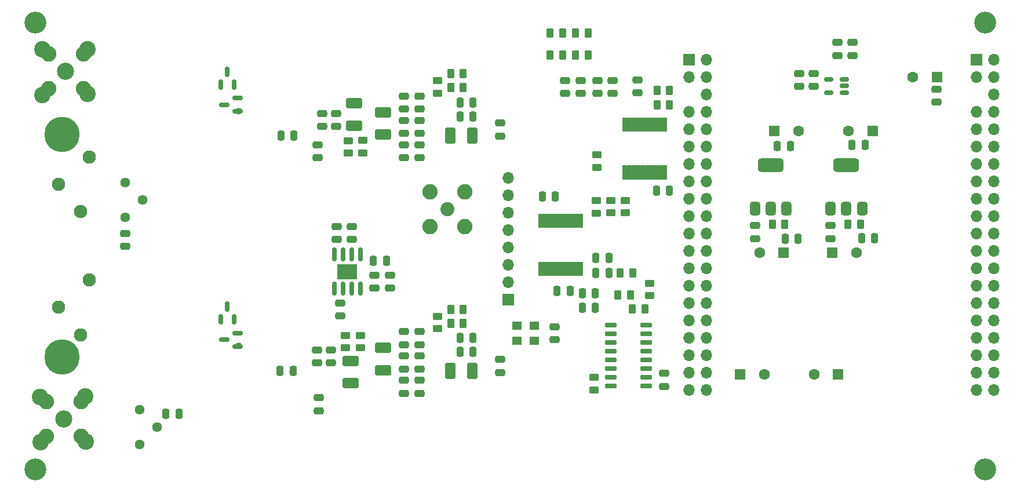
<source format=gbs>
G04 #@! TF.GenerationSoftware,KiCad,Pcbnew,8.0.1*
G04 #@! TF.CreationDate,2024-05-23T14:09:47+02:00*
G04 #@! TF.ProjectId,MISRC_v2.1,4d495352-435f-4763-922e-312e6b696361,0.3*
G04 #@! TF.SameCoordinates,Original*
G04 #@! TF.FileFunction,Soldermask,Bot*
G04 #@! TF.FilePolarity,Negative*
%FSLAX46Y46*%
G04 Gerber Fmt 4.6, Leading zero omitted, Abs format (unit mm)*
G04 Created by KiCad (PCBNEW 8.0.1) date 2024-05-23 14:09:47*
%MOMM*%
%LPD*%
G01*
G04 APERTURE LIST*
G04 Aperture macros list*
%AMRoundRect*
0 Rectangle with rounded corners*
0 $1 Rounding radius*
0 $2 $3 $4 $5 $6 $7 $8 $9 X,Y pos of 4 corners*
0 Add a 4 corners polygon primitive as box body*
4,1,4,$2,$3,$4,$5,$6,$7,$8,$9,$2,$3,0*
0 Add four circle primitives for the rounded corners*
1,1,$1+$1,$2,$3*
1,1,$1+$1,$4,$5*
1,1,$1+$1,$6,$7*
1,1,$1+$1,$8,$9*
0 Add four rect primitives between the rounded corners*
20,1,$1+$1,$2,$3,$4,$5,0*
20,1,$1+$1,$4,$5,$6,$7,0*
20,1,$1+$1,$6,$7,$8,$9,0*
20,1,$1+$1,$8,$9,$2,$3,0*%
G04 Aperture macros list end*
%ADD10C,0.476609*%
%ADD11C,0.150000*%
%ADD12C,0.010000*%
%ADD13R,1.600000X1.600000*%
%ADD14C,1.600000*%
%ADD15R,1.700000X1.700000*%
%ADD16O,1.700000X1.700000*%
%ADD17C,2.050000*%
%ADD18C,2.250000*%
%ADD19C,3.200000*%
%ADD20C,1.440000*%
%ADD21C,1.950000*%
%ADD22C,5.175000*%
%ADD23C,2.500000*%
%ADD24C,2.400000*%
%ADD25RoundRect,0.250000X-0.250000X-0.475000X0.250000X-0.475000X0.250000X0.475000X-0.250000X0.475000X0*%
%ADD26RoundRect,0.250001X-0.924999X0.499999X-0.924999X-0.499999X0.924999X-0.499999X0.924999X0.499999X0*%
%ADD27RoundRect,0.250000X-0.475000X0.250000X-0.475000X-0.250000X0.475000X-0.250000X0.475000X0.250000X0*%
%ADD28RoundRect,0.250000X0.475000X-0.250000X0.475000X0.250000X-0.475000X0.250000X-0.475000X-0.250000X0*%
%ADD29RoundRect,0.250000X-0.262500X-0.450000X0.262500X-0.450000X0.262500X0.450000X-0.262500X0.450000X0*%
%ADD30R,1.400000X1.200000*%
%ADD31RoundRect,0.150000X0.150000X-0.587500X0.150000X0.587500X-0.150000X0.587500X-0.150000X-0.587500X0*%
%ADD32RoundRect,0.250000X-0.450000X0.262500X-0.450000X-0.262500X0.450000X-0.262500X0.450000X0.262500X0*%
%ADD33RoundRect,0.250000X0.262500X0.450000X-0.262500X0.450000X-0.262500X-0.450000X0.262500X-0.450000X0*%
%ADD34RoundRect,0.375000X0.375000X-0.625000X0.375000X0.625000X-0.375000X0.625000X-0.375000X-0.625000X0*%
%ADD35RoundRect,0.500000X1.400000X-0.500000X1.400000X0.500000X-1.400000X0.500000X-1.400000X-0.500000X0*%
%ADD36RoundRect,0.150000X0.150000X-0.825000X0.150000X0.825000X-0.150000X0.825000X-0.150000X-0.825000X0*%
%ADD37R,3.000000X2.290000*%
%ADD38RoundRect,0.250001X0.924999X-0.499999X0.924999X0.499999X-0.924999X0.499999X-0.924999X-0.499999X0*%
%ADD39RoundRect,0.250000X0.450000X-0.262500X0.450000X0.262500X-0.450000X0.262500X-0.450000X-0.262500X0*%
%ADD40RoundRect,0.250000X0.250000X0.475000X-0.250000X0.475000X-0.250000X-0.475000X0.250000X-0.475000X0*%
%ADD41RoundRect,0.250001X-0.499999X-0.924999X0.499999X-0.924999X0.499999X0.924999X-0.499999X0.924999X0*%
%ADD42RoundRect,0.150000X0.512500X0.150000X-0.512500X0.150000X-0.512500X-0.150000X0.512500X-0.150000X0*%
%ADD43RoundRect,0.150000X0.587500X0.150000X-0.587500X0.150000X-0.587500X-0.150000X0.587500X-0.150000X0*%
%ADD44RoundRect,0.150000X-0.725000X-0.150000X0.725000X-0.150000X0.725000X0.150000X-0.725000X0.150000X0*%
G04 APERTURE END LIST*
D10*
X102092304Y-117983000D02*
G75*
G02*
X101615696Y-117983000I-238304J0D01*
G01*
X101615696Y-117983000D02*
G75*
G02*
X102092304Y-117983000I238304J0D01*
G01*
D11*
X126639609Y-80645000D02*
G75*
G02*
X125836391Y-80645000I-401609J0D01*
G01*
X125836391Y-80645000D02*
G75*
G02*
X126639609Y-80645000I401609J0D01*
G01*
X132862609Y-81534000D02*
G75*
G02*
X132059391Y-81534000I-401609J0D01*
G01*
X132059391Y-81534000D02*
G75*
G02*
X132862609Y-81534000I401609J0D01*
G01*
D10*
X94197695Y-114173000D02*
G75*
G02*
X93721087Y-114173000I-238304J0D01*
G01*
X93721087Y-114173000D02*
G75*
G02*
X94197695Y-114173000I238304J0D01*
G01*
D11*
X123444000Y-77216000D02*
G75*
G02*
X122682000Y-77216000I-381000J0D01*
G01*
X122682000Y-77216000D02*
G75*
G02*
X123444000Y-77216000I381000J0D01*
G01*
D10*
X94197695Y-79883000D02*
G75*
G02*
X93721087Y-79883000I-238304J0D01*
G01*
X93721087Y-79883000D02*
G75*
G02*
X94197695Y-79883000I238304J0D01*
G01*
D12*
X138256000Y-94861000D02*
X138260000Y-94862000D01*
X138263000Y-94862000D01*
X138267000Y-94863000D01*
X138270000Y-94865000D01*
X138273000Y-94866000D01*
X138277000Y-94868000D01*
X138280000Y-94869000D01*
X138283000Y-94871000D01*
X138286000Y-94873000D01*
X138289000Y-94876000D01*
X138292000Y-94878000D01*
X138294000Y-94881000D01*
X138297000Y-94883000D01*
X138299000Y-94886000D01*
X138302000Y-94889000D01*
X138304000Y-94892000D01*
X138306000Y-94895000D01*
X138307000Y-94898000D01*
X138309000Y-94902000D01*
X138310000Y-94905000D01*
X138312000Y-94908000D01*
X138313000Y-94912000D01*
X138313000Y-94915000D01*
X138314000Y-94919000D01*
X138315000Y-94923000D01*
X138315000Y-94926000D01*
X138315000Y-94930000D01*
X138315000Y-96790000D01*
X138315000Y-96794000D01*
X138315000Y-96797000D01*
X138314000Y-96801000D01*
X138313000Y-96805000D01*
X138313000Y-96808000D01*
X138312000Y-96812000D01*
X138310000Y-96815000D01*
X138309000Y-96818000D01*
X138307000Y-96822000D01*
X138306000Y-96825000D01*
X138304000Y-96828000D01*
X138302000Y-96831000D01*
X138299000Y-96834000D01*
X138297000Y-96837000D01*
X138294000Y-96839000D01*
X138292000Y-96842000D01*
X138289000Y-96844000D01*
X138286000Y-96847000D01*
X138283000Y-96849000D01*
X138280000Y-96851000D01*
X138277000Y-96852000D01*
X138273000Y-96854000D01*
X138270000Y-96855000D01*
X138267000Y-96857000D01*
X138263000Y-96858000D01*
X138260000Y-96858000D01*
X138256000Y-96859000D01*
X138252000Y-96860000D01*
X138249000Y-96860000D01*
X138245000Y-96860000D01*
X137805000Y-96860000D01*
X137801000Y-96860000D01*
X137798000Y-96860000D01*
X137794000Y-96859000D01*
X137790000Y-96858000D01*
X137787000Y-96858000D01*
X137783000Y-96857000D01*
X137780000Y-96855000D01*
X137777000Y-96854000D01*
X137773000Y-96852000D01*
X137770000Y-96851000D01*
X137767000Y-96849000D01*
X137764000Y-96847000D01*
X137761000Y-96844000D01*
X137758000Y-96842000D01*
X137756000Y-96839000D01*
X137753000Y-96837000D01*
X137751000Y-96834000D01*
X137748000Y-96831000D01*
X137746000Y-96828000D01*
X137744000Y-96825000D01*
X137743000Y-96822000D01*
X137741000Y-96818000D01*
X137740000Y-96815000D01*
X137738000Y-96812000D01*
X137737000Y-96808000D01*
X137737000Y-96805000D01*
X137736000Y-96801000D01*
X137735000Y-96797000D01*
X137735000Y-96794000D01*
X137735000Y-96790000D01*
X137735000Y-94930000D01*
X137735000Y-94926000D01*
X137735000Y-94923000D01*
X137736000Y-94919000D01*
X137737000Y-94915000D01*
X137737000Y-94912000D01*
X137738000Y-94908000D01*
X137740000Y-94905000D01*
X137741000Y-94902000D01*
X137743000Y-94898000D01*
X137744000Y-94895000D01*
X137746000Y-94892000D01*
X137748000Y-94889000D01*
X137751000Y-94886000D01*
X137753000Y-94883000D01*
X137756000Y-94881000D01*
X137758000Y-94878000D01*
X137761000Y-94876000D01*
X137764000Y-94873000D01*
X137767000Y-94871000D01*
X137770000Y-94869000D01*
X137773000Y-94868000D01*
X137777000Y-94866000D01*
X137780000Y-94865000D01*
X137783000Y-94863000D01*
X137787000Y-94862000D01*
X137790000Y-94862000D01*
X137794000Y-94861000D01*
X137798000Y-94860000D01*
X137801000Y-94860000D01*
X137805000Y-94860000D01*
X138245000Y-94860000D01*
X138249000Y-94860000D01*
X138252000Y-94860000D01*
X138256000Y-94861000D01*
G36*
X138256000Y-94861000D02*
G01*
X138260000Y-94862000D01*
X138263000Y-94862000D01*
X138267000Y-94863000D01*
X138270000Y-94865000D01*
X138273000Y-94866000D01*
X138277000Y-94868000D01*
X138280000Y-94869000D01*
X138283000Y-94871000D01*
X138286000Y-94873000D01*
X138289000Y-94876000D01*
X138292000Y-94878000D01*
X138294000Y-94881000D01*
X138297000Y-94883000D01*
X138299000Y-94886000D01*
X138302000Y-94889000D01*
X138304000Y-94892000D01*
X138306000Y-94895000D01*
X138307000Y-94898000D01*
X138309000Y-94902000D01*
X138310000Y-94905000D01*
X138312000Y-94908000D01*
X138313000Y-94912000D01*
X138313000Y-94915000D01*
X138314000Y-94919000D01*
X138315000Y-94923000D01*
X138315000Y-94926000D01*
X138315000Y-94930000D01*
X138315000Y-96790000D01*
X138315000Y-96794000D01*
X138315000Y-96797000D01*
X138314000Y-96801000D01*
X138313000Y-96805000D01*
X138313000Y-96808000D01*
X138312000Y-96812000D01*
X138310000Y-96815000D01*
X138309000Y-96818000D01*
X138307000Y-96822000D01*
X138306000Y-96825000D01*
X138304000Y-96828000D01*
X138302000Y-96831000D01*
X138299000Y-96834000D01*
X138297000Y-96837000D01*
X138294000Y-96839000D01*
X138292000Y-96842000D01*
X138289000Y-96844000D01*
X138286000Y-96847000D01*
X138283000Y-96849000D01*
X138280000Y-96851000D01*
X138277000Y-96852000D01*
X138273000Y-96854000D01*
X138270000Y-96855000D01*
X138267000Y-96857000D01*
X138263000Y-96858000D01*
X138260000Y-96858000D01*
X138256000Y-96859000D01*
X138252000Y-96860000D01*
X138249000Y-96860000D01*
X138245000Y-96860000D01*
X137805000Y-96860000D01*
X137801000Y-96860000D01*
X137798000Y-96860000D01*
X137794000Y-96859000D01*
X137790000Y-96858000D01*
X137787000Y-96858000D01*
X137783000Y-96857000D01*
X137780000Y-96855000D01*
X137777000Y-96854000D01*
X137773000Y-96852000D01*
X137770000Y-96851000D01*
X137767000Y-96849000D01*
X137764000Y-96847000D01*
X137761000Y-96844000D01*
X137758000Y-96842000D01*
X137756000Y-96839000D01*
X137753000Y-96837000D01*
X137751000Y-96834000D01*
X137748000Y-96831000D01*
X137746000Y-96828000D01*
X137744000Y-96825000D01*
X137743000Y-96822000D01*
X137741000Y-96818000D01*
X137740000Y-96815000D01*
X137738000Y-96812000D01*
X137737000Y-96808000D01*
X137737000Y-96805000D01*
X137736000Y-96801000D01*
X137735000Y-96797000D01*
X137735000Y-96794000D01*
X137735000Y-96790000D01*
X137735000Y-94930000D01*
X137735000Y-94926000D01*
X137735000Y-94923000D01*
X137736000Y-94919000D01*
X137737000Y-94915000D01*
X137737000Y-94912000D01*
X137738000Y-94908000D01*
X137740000Y-94905000D01*
X137741000Y-94902000D01*
X137743000Y-94898000D01*
X137744000Y-94895000D01*
X137746000Y-94892000D01*
X137748000Y-94889000D01*
X137751000Y-94886000D01*
X137753000Y-94883000D01*
X137756000Y-94881000D01*
X137758000Y-94878000D01*
X137761000Y-94876000D01*
X137764000Y-94873000D01*
X137767000Y-94871000D01*
X137770000Y-94869000D01*
X137773000Y-94868000D01*
X137777000Y-94866000D01*
X137780000Y-94865000D01*
X137783000Y-94863000D01*
X137787000Y-94862000D01*
X137790000Y-94862000D01*
X137794000Y-94861000D01*
X137798000Y-94860000D01*
X137801000Y-94860000D01*
X137805000Y-94860000D01*
X138245000Y-94860000D01*
X138249000Y-94860000D01*
X138252000Y-94860000D01*
X138256000Y-94861000D01*
G37*
X138256000Y-101871000D02*
X138260000Y-101872000D01*
X138263000Y-101872000D01*
X138267000Y-101873000D01*
X138270000Y-101875000D01*
X138273000Y-101876000D01*
X138277000Y-101878000D01*
X138280000Y-101879000D01*
X138283000Y-101881000D01*
X138286000Y-101883000D01*
X138289000Y-101886000D01*
X138292000Y-101888000D01*
X138294000Y-101891000D01*
X138297000Y-101893000D01*
X138299000Y-101896000D01*
X138302000Y-101899000D01*
X138304000Y-101902000D01*
X138306000Y-101905000D01*
X138307000Y-101908000D01*
X138309000Y-101912000D01*
X138310000Y-101915000D01*
X138312000Y-101918000D01*
X138313000Y-101922000D01*
X138313000Y-101925000D01*
X138314000Y-101929000D01*
X138315000Y-101933000D01*
X138315000Y-101936000D01*
X138315000Y-101940000D01*
X138315000Y-103800000D01*
X138315000Y-103804000D01*
X138315000Y-103807000D01*
X138314000Y-103811000D01*
X138313000Y-103815000D01*
X138313000Y-103818000D01*
X138312000Y-103822000D01*
X138310000Y-103825000D01*
X138309000Y-103828000D01*
X138307000Y-103832000D01*
X138306000Y-103835000D01*
X138304000Y-103838000D01*
X138302000Y-103841000D01*
X138299000Y-103844000D01*
X138297000Y-103847000D01*
X138294000Y-103849000D01*
X138292000Y-103852000D01*
X138289000Y-103854000D01*
X138286000Y-103857000D01*
X138283000Y-103859000D01*
X138280000Y-103861000D01*
X138277000Y-103862000D01*
X138273000Y-103864000D01*
X138270000Y-103865000D01*
X138267000Y-103867000D01*
X138263000Y-103868000D01*
X138260000Y-103868000D01*
X138256000Y-103869000D01*
X138252000Y-103870000D01*
X138249000Y-103870000D01*
X138245000Y-103870000D01*
X137805000Y-103870000D01*
X137801000Y-103870000D01*
X137798000Y-103870000D01*
X137794000Y-103869000D01*
X137790000Y-103868000D01*
X137787000Y-103868000D01*
X137783000Y-103867000D01*
X137780000Y-103865000D01*
X137777000Y-103864000D01*
X137773000Y-103862000D01*
X137770000Y-103861000D01*
X137767000Y-103859000D01*
X137764000Y-103857000D01*
X137761000Y-103854000D01*
X137758000Y-103852000D01*
X137756000Y-103849000D01*
X137753000Y-103847000D01*
X137751000Y-103844000D01*
X137748000Y-103841000D01*
X137746000Y-103838000D01*
X137744000Y-103835000D01*
X137743000Y-103832000D01*
X137741000Y-103828000D01*
X137740000Y-103825000D01*
X137738000Y-103822000D01*
X137737000Y-103818000D01*
X137737000Y-103815000D01*
X137736000Y-103811000D01*
X137735000Y-103807000D01*
X137735000Y-103804000D01*
X137735000Y-103800000D01*
X137735000Y-101940000D01*
X137735000Y-101936000D01*
X137735000Y-101933000D01*
X137736000Y-101929000D01*
X137737000Y-101925000D01*
X137737000Y-101922000D01*
X137738000Y-101918000D01*
X137740000Y-101915000D01*
X137741000Y-101912000D01*
X137743000Y-101908000D01*
X137744000Y-101905000D01*
X137746000Y-101902000D01*
X137748000Y-101899000D01*
X137751000Y-101896000D01*
X137753000Y-101893000D01*
X137756000Y-101891000D01*
X137758000Y-101888000D01*
X137761000Y-101886000D01*
X137764000Y-101883000D01*
X137767000Y-101881000D01*
X137770000Y-101879000D01*
X137773000Y-101878000D01*
X137777000Y-101876000D01*
X137780000Y-101875000D01*
X137783000Y-101873000D01*
X137787000Y-101872000D01*
X137790000Y-101872000D01*
X137794000Y-101871000D01*
X137798000Y-101870000D01*
X137801000Y-101870000D01*
X137805000Y-101870000D01*
X138245000Y-101870000D01*
X138249000Y-101870000D01*
X138252000Y-101870000D01*
X138256000Y-101871000D01*
G36*
X138256000Y-101871000D02*
G01*
X138260000Y-101872000D01*
X138263000Y-101872000D01*
X138267000Y-101873000D01*
X138270000Y-101875000D01*
X138273000Y-101876000D01*
X138277000Y-101878000D01*
X138280000Y-101879000D01*
X138283000Y-101881000D01*
X138286000Y-101883000D01*
X138289000Y-101886000D01*
X138292000Y-101888000D01*
X138294000Y-101891000D01*
X138297000Y-101893000D01*
X138299000Y-101896000D01*
X138302000Y-101899000D01*
X138304000Y-101902000D01*
X138306000Y-101905000D01*
X138307000Y-101908000D01*
X138309000Y-101912000D01*
X138310000Y-101915000D01*
X138312000Y-101918000D01*
X138313000Y-101922000D01*
X138313000Y-101925000D01*
X138314000Y-101929000D01*
X138315000Y-101933000D01*
X138315000Y-101936000D01*
X138315000Y-101940000D01*
X138315000Y-103800000D01*
X138315000Y-103804000D01*
X138315000Y-103807000D01*
X138314000Y-103811000D01*
X138313000Y-103815000D01*
X138313000Y-103818000D01*
X138312000Y-103822000D01*
X138310000Y-103825000D01*
X138309000Y-103828000D01*
X138307000Y-103832000D01*
X138306000Y-103835000D01*
X138304000Y-103838000D01*
X138302000Y-103841000D01*
X138299000Y-103844000D01*
X138297000Y-103847000D01*
X138294000Y-103849000D01*
X138292000Y-103852000D01*
X138289000Y-103854000D01*
X138286000Y-103857000D01*
X138283000Y-103859000D01*
X138280000Y-103861000D01*
X138277000Y-103862000D01*
X138273000Y-103864000D01*
X138270000Y-103865000D01*
X138267000Y-103867000D01*
X138263000Y-103868000D01*
X138260000Y-103868000D01*
X138256000Y-103869000D01*
X138252000Y-103870000D01*
X138249000Y-103870000D01*
X138245000Y-103870000D01*
X137805000Y-103870000D01*
X137801000Y-103870000D01*
X137798000Y-103870000D01*
X137794000Y-103869000D01*
X137790000Y-103868000D01*
X137787000Y-103868000D01*
X137783000Y-103867000D01*
X137780000Y-103865000D01*
X137777000Y-103864000D01*
X137773000Y-103862000D01*
X137770000Y-103861000D01*
X137767000Y-103859000D01*
X137764000Y-103857000D01*
X137761000Y-103854000D01*
X137758000Y-103852000D01*
X137756000Y-103849000D01*
X137753000Y-103847000D01*
X137751000Y-103844000D01*
X137748000Y-103841000D01*
X137746000Y-103838000D01*
X137744000Y-103835000D01*
X137743000Y-103832000D01*
X137741000Y-103828000D01*
X137740000Y-103825000D01*
X137738000Y-103822000D01*
X137737000Y-103818000D01*
X137737000Y-103815000D01*
X137736000Y-103811000D01*
X137735000Y-103807000D01*
X137735000Y-103804000D01*
X137735000Y-103800000D01*
X137735000Y-101940000D01*
X137735000Y-101936000D01*
X137735000Y-101933000D01*
X137736000Y-101929000D01*
X137737000Y-101925000D01*
X137737000Y-101922000D01*
X137738000Y-101918000D01*
X137740000Y-101915000D01*
X137741000Y-101912000D01*
X137743000Y-101908000D01*
X137744000Y-101905000D01*
X137746000Y-101902000D01*
X137748000Y-101899000D01*
X137751000Y-101896000D01*
X137753000Y-101893000D01*
X137756000Y-101891000D01*
X137758000Y-101888000D01*
X137761000Y-101886000D01*
X137764000Y-101883000D01*
X137767000Y-101881000D01*
X137770000Y-101879000D01*
X137773000Y-101878000D01*
X137777000Y-101876000D01*
X137780000Y-101875000D01*
X137783000Y-101873000D01*
X137787000Y-101872000D01*
X137790000Y-101872000D01*
X137794000Y-101871000D01*
X137798000Y-101870000D01*
X137801000Y-101870000D01*
X137805000Y-101870000D01*
X138245000Y-101870000D01*
X138249000Y-101870000D01*
X138252000Y-101870000D01*
X138256000Y-101871000D01*
G37*
X138906000Y-94861000D02*
X138910000Y-94862000D01*
X138913000Y-94862000D01*
X138917000Y-94863000D01*
X138920000Y-94865000D01*
X138923000Y-94866000D01*
X138927000Y-94868000D01*
X138930000Y-94869000D01*
X138933000Y-94871000D01*
X138936000Y-94873000D01*
X138939000Y-94876000D01*
X138942000Y-94878000D01*
X138944000Y-94881000D01*
X138947000Y-94883000D01*
X138949000Y-94886000D01*
X138952000Y-94889000D01*
X138954000Y-94892000D01*
X138956000Y-94895000D01*
X138957000Y-94898000D01*
X138959000Y-94902000D01*
X138960000Y-94905000D01*
X138962000Y-94908000D01*
X138963000Y-94912000D01*
X138963000Y-94915000D01*
X138964000Y-94919000D01*
X138965000Y-94923000D01*
X138965000Y-94926000D01*
X138965000Y-94930000D01*
X138965000Y-96790000D01*
X138965000Y-96794000D01*
X138965000Y-96797000D01*
X138964000Y-96801000D01*
X138963000Y-96805000D01*
X138963000Y-96808000D01*
X138962000Y-96812000D01*
X138960000Y-96815000D01*
X138959000Y-96818000D01*
X138957000Y-96822000D01*
X138956000Y-96825000D01*
X138954000Y-96828000D01*
X138952000Y-96831000D01*
X138949000Y-96834000D01*
X138947000Y-96837000D01*
X138944000Y-96839000D01*
X138942000Y-96842000D01*
X138939000Y-96844000D01*
X138936000Y-96847000D01*
X138933000Y-96849000D01*
X138930000Y-96851000D01*
X138927000Y-96852000D01*
X138923000Y-96854000D01*
X138920000Y-96855000D01*
X138917000Y-96857000D01*
X138913000Y-96858000D01*
X138910000Y-96858000D01*
X138906000Y-96859000D01*
X138902000Y-96860000D01*
X138899000Y-96860000D01*
X138895000Y-96860000D01*
X138455000Y-96860000D01*
X138451000Y-96860000D01*
X138448000Y-96860000D01*
X138444000Y-96859000D01*
X138440000Y-96858000D01*
X138437000Y-96858000D01*
X138433000Y-96857000D01*
X138430000Y-96855000D01*
X138427000Y-96854000D01*
X138423000Y-96852000D01*
X138420000Y-96851000D01*
X138417000Y-96849000D01*
X138414000Y-96847000D01*
X138411000Y-96844000D01*
X138408000Y-96842000D01*
X138406000Y-96839000D01*
X138403000Y-96837000D01*
X138401000Y-96834000D01*
X138398000Y-96831000D01*
X138396000Y-96828000D01*
X138394000Y-96825000D01*
X138393000Y-96822000D01*
X138391000Y-96818000D01*
X138390000Y-96815000D01*
X138388000Y-96812000D01*
X138387000Y-96808000D01*
X138387000Y-96805000D01*
X138386000Y-96801000D01*
X138385000Y-96797000D01*
X138385000Y-96794000D01*
X138385000Y-96790000D01*
X138385000Y-94930000D01*
X138385000Y-94926000D01*
X138385000Y-94923000D01*
X138386000Y-94919000D01*
X138387000Y-94915000D01*
X138387000Y-94912000D01*
X138388000Y-94908000D01*
X138390000Y-94905000D01*
X138391000Y-94902000D01*
X138393000Y-94898000D01*
X138394000Y-94895000D01*
X138396000Y-94892000D01*
X138398000Y-94889000D01*
X138401000Y-94886000D01*
X138403000Y-94883000D01*
X138406000Y-94881000D01*
X138408000Y-94878000D01*
X138411000Y-94876000D01*
X138414000Y-94873000D01*
X138417000Y-94871000D01*
X138420000Y-94869000D01*
X138423000Y-94868000D01*
X138427000Y-94866000D01*
X138430000Y-94865000D01*
X138433000Y-94863000D01*
X138437000Y-94862000D01*
X138440000Y-94862000D01*
X138444000Y-94861000D01*
X138448000Y-94860000D01*
X138451000Y-94860000D01*
X138455000Y-94860000D01*
X138895000Y-94860000D01*
X138899000Y-94860000D01*
X138902000Y-94860000D01*
X138906000Y-94861000D01*
G36*
X138906000Y-94861000D02*
G01*
X138910000Y-94862000D01*
X138913000Y-94862000D01*
X138917000Y-94863000D01*
X138920000Y-94865000D01*
X138923000Y-94866000D01*
X138927000Y-94868000D01*
X138930000Y-94869000D01*
X138933000Y-94871000D01*
X138936000Y-94873000D01*
X138939000Y-94876000D01*
X138942000Y-94878000D01*
X138944000Y-94881000D01*
X138947000Y-94883000D01*
X138949000Y-94886000D01*
X138952000Y-94889000D01*
X138954000Y-94892000D01*
X138956000Y-94895000D01*
X138957000Y-94898000D01*
X138959000Y-94902000D01*
X138960000Y-94905000D01*
X138962000Y-94908000D01*
X138963000Y-94912000D01*
X138963000Y-94915000D01*
X138964000Y-94919000D01*
X138965000Y-94923000D01*
X138965000Y-94926000D01*
X138965000Y-94930000D01*
X138965000Y-96790000D01*
X138965000Y-96794000D01*
X138965000Y-96797000D01*
X138964000Y-96801000D01*
X138963000Y-96805000D01*
X138963000Y-96808000D01*
X138962000Y-96812000D01*
X138960000Y-96815000D01*
X138959000Y-96818000D01*
X138957000Y-96822000D01*
X138956000Y-96825000D01*
X138954000Y-96828000D01*
X138952000Y-96831000D01*
X138949000Y-96834000D01*
X138947000Y-96837000D01*
X138944000Y-96839000D01*
X138942000Y-96842000D01*
X138939000Y-96844000D01*
X138936000Y-96847000D01*
X138933000Y-96849000D01*
X138930000Y-96851000D01*
X138927000Y-96852000D01*
X138923000Y-96854000D01*
X138920000Y-96855000D01*
X138917000Y-96857000D01*
X138913000Y-96858000D01*
X138910000Y-96858000D01*
X138906000Y-96859000D01*
X138902000Y-96860000D01*
X138899000Y-96860000D01*
X138895000Y-96860000D01*
X138455000Y-96860000D01*
X138451000Y-96860000D01*
X138448000Y-96860000D01*
X138444000Y-96859000D01*
X138440000Y-96858000D01*
X138437000Y-96858000D01*
X138433000Y-96857000D01*
X138430000Y-96855000D01*
X138427000Y-96854000D01*
X138423000Y-96852000D01*
X138420000Y-96851000D01*
X138417000Y-96849000D01*
X138414000Y-96847000D01*
X138411000Y-96844000D01*
X138408000Y-96842000D01*
X138406000Y-96839000D01*
X138403000Y-96837000D01*
X138401000Y-96834000D01*
X138398000Y-96831000D01*
X138396000Y-96828000D01*
X138394000Y-96825000D01*
X138393000Y-96822000D01*
X138391000Y-96818000D01*
X138390000Y-96815000D01*
X138388000Y-96812000D01*
X138387000Y-96808000D01*
X138387000Y-96805000D01*
X138386000Y-96801000D01*
X138385000Y-96797000D01*
X138385000Y-96794000D01*
X138385000Y-96790000D01*
X138385000Y-94930000D01*
X138385000Y-94926000D01*
X138385000Y-94923000D01*
X138386000Y-94919000D01*
X138387000Y-94915000D01*
X138387000Y-94912000D01*
X138388000Y-94908000D01*
X138390000Y-94905000D01*
X138391000Y-94902000D01*
X138393000Y-94898000D01*
X138394000Y-94895000D01*
X138396000Y-94892000D01*
X138398000Y-94889000D01*
X138401000Y-94886000D01*
X138403000Y-94883000D01*
X138406000Y-94881000D01*
X138408000Y-94878000D01*
X138411000Y-94876000D01*
X138414000Y-94873000D01*
X138417000Y-94871000D01*
X138420000Y-94869000D01*
X138423000Y-94868000D01*
X138427000Y-94866000D01*
X138430000Y-94865000D01*
X138433000Y-94863000D01*
X138437000Y-94862000D01*
X138440000Y-94862000D01*
X138444000Y-94861000D01*
X138448000Y-94860000D01*
X138451000Y-94860000D01*
X138455000Y-94860000D01*
X138895000Y-94860000D01*
X138899000Y-94860000D01*
X138902000Y-94860000D01*
X138906000Y-94861000D01*
G37*
X138906000Y-101871000D02*
X138910000Y-101872000D01*
X138913000Y-101872000D01*
X138917000Y-101873000D01*
X138920000Y-101875000D01*
X138923000Y-101876000D01*
X138927000Y-101878000D01*
X138930000Y-101879000D01*
X138933000Y-101881000D01*
X138936000Y-101883000D01*
X138939000Y-101886000D01*
X138942000Y-101888000D01*
X138944000Y-101891000D01*
X138947000Y-101893000D01*
X138949000Y-101896000D01*
X138952000Y-101899000D01*
X138954000Y-101902000D01*
X138956000Y-101905000D01*
X138957000Y-101908000D01*
X138959000Y-101912000D01*
X138960000Y-101915000D01*
X138962000Y-101918000D01*
X138963000Y-101922000D01*
X138963000Y-101925000D01*
X138964000Y-101929000D01*
X138965000Y-101933000D01*
X138965000Y-101936000D01*
X138965000Y-101940000D01*
X138965000Y-103800000D01*
X138965000Y-103804000D01*
X138965000Y-103807000D01*
X138964000Y-103811000D01*
X138963000Y-103815000D01*
X138963000Y-103818000D01*
X138962000Y-103822000D01*
X138960000Y-103825000D01*
X138959000Y-103828000D01*
X138957000Y-103832000D01*
X138956000Y-103835000D01*
X138954000Y-103838000D01*
X138952000Y-103841000D01*
X138949000Y-103844000D01*
X138947000Y-103847000D01*
X138944000Y-103849000D01*
X138942000Y-103852000D01*
X138939000Y-103854000D01*
X138936000Y-103857000D01*
X138933000Y-103859000D01*
X138930000Y-103861000D01*
X138927000Y-103862000D01*
X138923000Y-103864000D01*
X138920000Y-103865000D01*
X138917000Y-103867000D01*
X138913000Y-103868000D01*
X138910000Y-103868000D01*
X138906000Y-103869000D01*
X138902000Y-103870000D01*
X138899000Y-103870000D01*
X138895000Y-103870000D01*
X138455000Y-103870000D01*
X138451000Y-103870000D01*
X138448000Y-103870000D01*
X138444000Y-103869000D01*
X138440000Y-103868000D01*
X138437000Y-103868000D01*
X138433000Y-103867000D01*
X138430000Y-103865000D01*
X138427000Y-103864000D01*
X138423000Y-103862000D01*
X138420000Y-103861000D01*
X138417000Y-103859000D01*
X138414000Y-103857000D01*
X138411000Y-103854000D01*
X138408000Y-103852000D01*
X138406000Y-103849000D01*
X138403000Y-103847000D01*
X138401000Y-103844000D01*
X138398000Y-103841000D01*
X138396000Y-103838000D01*
X138394000Y-103835000D01*
X138393000Y-103832000D01*
X138391000Y-103828000D01*
X138390000Y-103825000D01*
X138388000Y-103822000D01*
X138387000Y-103818000D01*
X138387000Y-103815000D01*
X138386000Y-103811000D01*
X138385000Y-103807000D01*
X138385000Y-103804000D01*
X138385000Y-103800000D01*
X138385000Y-101940000D01*
X138385000Y-101936000D01*
X138385000Y-101933000D01*
X138386000Y-101929000D01*
X138387000Y-101925000D01*
X138387000Y-101922000D01*
X138388000Y-101918000D01*
X138390000Y-101915000D01*
X138391000Y-101912000D01*
X138393000Y-101908000D01*
X138394000Y-101905000D01*
X138396000Y-101902000D01*
X138398000Y-101899000D01*
X138401000Y-101896000D01*
X138403000Y-101893000D01*
X138406000Y-101891000D01*
X138408000Y-101888000D01*
X138411000Y-101886000D01*
X138414000Y-101883000D01*
X138417000Y-101881000D01*
X138420000Y-101879000D01*
X138423000Y-101878000D01*
X138427000Y-101876000D01*
X138430000Y-101875000D01*
X138433000Y-101873000D01*
X138437000Y-101872000D01*
X138440000Y-101872000D01*
X138444000Y-101871000D01*
X138448000Y-101870000D01*
X138451000Y-101870000D01*
X138455000Y-101870000D01*
X138895000Y-101870000D01*
X138899000Y-101870000D01*
X138902000Y-101870000D01*
X138906000Y-101871000D01*
G36*
X138906000Y-101871000D02*
G01*
X138910000Y-101872000D01*
X138913000Y-101872000D01*
X138917000Y-101873000D01*
X138920000Y-101875000D01*
X138923000Y-101876000D01*
X138927000Y-101878000D01*
X138930000Y-101879000D01*
X138933000Y-101881000D01*
X138936000Y-101883000D01*
X138939000Y-101886000D01*
X138942000Y-101888000D01*
X138944000Y-101891000D01*
X138947000Y-101893000D01*
X138949000Y-101896000D01*
X138952000Y-101899000D01*
X138954000Y-101902000D01*
X138956000Y-101905000D01*
X138957000Y-101908000D01*
X138959000Y-101912000D01*
X138960000Y-101915000D01*
X138962000Y-101918000D01*
X138963000Y-101922000D01*
X138963000Y-101925000D01*
X138964000Y-101929000D01*
X138965000Y-101933000D01*
X138965000Y-101936000D01*
X138965000Y-101940000D01*
X138965000Y-103800000D01*
X138965000Y-103804000D01*
X138965000Y-103807000D01*
X138964000Y-103811000D01*
X138963000Y-103815000D01*
X138963000Y-103818000D01*
X138962000Y-103822000D01*
X138960000Y-103825000D01*
X138959000Y-103828000D01*
X138957000Y-103832000D01*
X138956000Y-103835000D01*
X138954000Y-103838000D01*
X138952000Y-103841000D01*
X138949000Y-103844000D01*
X138947000Y-103847000D01*
X138944000Y-103849000D01*
X138942000Y-103852000D01*
X138939000Y-103854000D01*
X138936000Y-103857000D01*
X138933000Y-103859000D01*
X138930000Y-103861000D01*
X138927000Y-103862000D01*
X138923000Y-103864000D01*
X138920000Y-103865000D01*
X138917000Y-103867000D01*
X138913000Y-103868000D01*
X138910000Y-103868000D01*
X138906000Y-103869000D01*
X138902000Y-103870000D01*
X138899000Y-103870000D01*
X138895000Y-103870000D01*
X138455000Y-103870000D01*
X138451000Y-103870000D01*
X138448000Y-103870000D01*
X138444000Y-103869000D01*
X138440000Y-103868000D01*
X138437000Y-103868000D01*
X138433000Y-103867000D01*
X138430000Y-103865000D01*
X138427000Y-103864000D01*
X138423000Y-103862000D01*
X138420000Y-103861000D01*
X138417000Y-103859000D01*
X138414000Y-103857000D01*
X138411000Y-103854000D01*
X138408000Y-103852000D01*
X138406000Y-103849000D01*
X138403000Y-103847000D01*
X138401000Y-103844000D01*
X138398000Y-103841000D01*
X138396000Y-103838000D01*
X138394000Y-103835000D01*
X138393000Y-103832000D01*
X138391000Y-103828000D01*
X138390000Y-103825000D01*
X138388000Y-103822000D01*
X138387000Y-103818000D01*
X138387000Y-103815000D01*
X138386000Y-103811000D01*
X138385000Y-103807000D01*
X138385000Y-103804000D01*
X138385000Y-103800000D01*
X138385000Y-101940000D01*
X138385000Y-101936000D01*
X138385000Y-101933000D01*
X138386000Y-101929000D01*
X138387000Y-101925000D01*
X138387000Y-101922000D01*
X138388000Y-101918000D01*
X138390000Y-101915000D01*
X138391000Y-101912000D01*
X138393000Y-101908000D01*
X138394000Y-101905000D01*
X138396000Y-101902000D01*
X138398000Y-101899000D01*
X138401000Y-101896000D01*
X138403000Y-101893000D01*
X138406000Y-101891000D01*
X138408000Y-101888000D01*
X138411000Y-101886000D01*
X138414000Y-101883000D01*
X138417000Y-101881000D01*
X138420000Y-101879000D01*
X138423000Y-101878000D01*
X138427000Y-101876000D01*
X138430000Y-101875000D01*
X138433000Y-101873000D01*
X138437000Y-101872000D01*
X138440000Y-101872000D01*
X138444000Y-101871000D01*
X138448000Y-101870000D01*
X138451000Y-101870000D01*
X138455000Y-101870000D01*
X138895000Y-101870000D01*
X138899000Y-101870000D01*
X138902000Y-101870000D01*
X138906000Y-101871000D01*
G37*
X139556000Y-94861000D02*
X139560000Y-94862000D01*
X139563000Y-94862000D01*
X139567000Y-94863000D01*
X139570000Y-94865000D01*
X139573000Y-94866000D01*
X139577000Y-94868000D01*
X139580000Y-94869000D01*
X139583000Y-94871000D01*
X139586000Y-94873000D01*
X139589000Y-94876000D01*
X139592000Y-94878000D01*
X139594000Y-94881000D01*
X139597000Y-94883000D01*
X139599000Y-94886000D01*
X139602000Y-94889000D01*
X139604000Y-94892000D01*
X139606000Y-94895000D01*
X139607000Y-94898000D01*
X139609000Y-94902000D01*
X139610000Y-94905000D01*
X139612000Y-94908000D01*
X139613000Y-94912000D01*
X139613000Y-94915000D01*
X139614000Y-94919000D01*
X139615000Y-94923000D01*
X139615000Y-94926000D01*
X139615000Y-94930000D01*
X139615000Y-96790000D01*
X139615000Y-96794000D01*
X139615000Y-96797000D01*
X139614000Y-96801000D01*
X139613000Y-96805000D01*
X139613000Y-96808000D01*
X139612000Y-96812000D01*
X139610000Y-96815000D01*
X139609000Y-96818000D01*
X139607000Y-96822000D01*
X139606000Y-96825000D01*
X139604000Y-96828000D01*
X139602000Y-96831000D01*
X139599000Y-96834000D01*
X139597000Y-96837000D01*
X139594000Y-96839000D01*
X139592000Y-96842000D01*
X139589000Y-96844000D01*
X139586000Y-96847000D01*
X139583000Y-96849000D01*
X139580000Y-96851000D01*
X139577000Y-96852000D01*
X139573000Y-96854000D01*
X139570000Y-96855000D01*
X139567000Y-96857000D01*
X139563000Y-96858000D01*
X139560000Y-96858000D01*
X139556000Y-96859000D01*
X139552000Y-96860000D01*
X139549000Y-96860000D01*
X139545000Y-96860000D01*
X139105000Y-96860000D01*
X139101000Y-96860000D01*
X139098000Y-96860000D01*
X139094000Y-96859000D01*
X139090000Y-96858000D01*
X139087000Y-96858000D01*
X139083000Y-96857000D01*
X139080000Y-96855000D01*
X139077000Y-96854000D01*
X139073000Y-96852000D01*
X139070000Y-96851000D01*
X139067000Y-96849000D01*
X139064000Y-96847000D01*
X139061000Y-96844000D01*
X139058000Y-96842000D01*
X139056000Y-96839000D01*
X139053000Y-96837000D01*
X139051000Y-96834000D01*
X139048000Y-96831000D01*
X139046000Y-96828000D01*
X139044000Y-96825000D01*
X139043000Y-96822000D01*
X139041000Y-96818000D01*
X139040000Y-96815000D01*
X139038000Y-96812000D01*
X139037000Y-96808000D01*
X139037000Y-96805000D01*
X139036000Y-96801000D01*
X139035000Y-96797000D01*
X139035000Y-96794000D01*
X139035000Y-96790000D01*
X139035000Y-94930000D01*
X139035000Y-94926000D01*
X139035000Y-94923000D01*
X139036000Y-94919000D01*
X139037000Y-94915000D01*
X139037000Y-94912000D01*
X139038000Y-94908000D01*
X139040000Y-94905000D01*
X139041000Y-94902000D01*
X139043000Y-94898000D01*
X139044000Y-94895000D01*
X139046000Y-94892000D01*
X139048000Y-94889000D01*
X139051000Y-94886000D01*
X139053000Y-94883000D01*
X139056000Y-94881000D01*
X139058000Y-94878000D01*
X139061000Y-94876000D01*
X139064000Y-94873000D01*
X139067000Y-94871000D01*
X139070000Y-94869000D01*
X139073000Y-94868000D01*
X139077000Y-94866000D01*
X139080000Y-94865000D01*
X139083000Y-94863000D01*
X139087000Y-94862000D01*
X139090000Y-94862000D01*
X139094000Y-94861000D01*
X139098000Y-94860000D01*
X139101000Y-94860000D01*
X139105000Y-94860000D01*
X139545000Y-94860000D01*
X139549000Y-94860000D01*
X139552000Y-94860000D01*
X139556000Y-94861000D01*
G36*
X139556000Y-94861000D02*
G01*
X139560000Y-94862000D01*
X139563000Y-94862000D01*
X139567000Y-94863000D01*
X139570000Y-94865000D01*
X139573000Y-94866000D01*
X139577000Y-94868000D01*
X139580000Y-94869000D01*
X139583000Y-94871000D01*
X139586000Y-94873000D01*
X139589000Y-94876000D01*
X139592000Y-94878000D01*
X139594000Y-94881000D01*
X139597000Y-94883000D01*
X139599000Y-94886000D01*
X139602000Y-94889000D01*
X139604000Y-94892000D01*
X139606000Y-94895000D01*
X139607000Y-94898000D01*
X139609000Y-94902000D01*
X139610000Y-94905000D01*
X139612000Y-94908000D01*
X139613000Y-94912000D01*
X139613000Y-94915000D01*
X139614000Y-94919000D01*
X139615000Y-94923000D01*
X139615000Y-94926000D01*
X139615000Y-94930000D01*
X139615000Y-96790000D01*
X139615000Y-96794000D01*
X139615000Y-96797000D01*
X139614000Y-96801000D01*
X139613000Y-96805000D01*
X139613000Y-96808000D01*
X139612000Y-96812000D01*
X139610000Y-96815000D01*
X139609000Y-96818000D01*
X139607000Y-96822000D01*
X139606000Y-96825000D01*
X139604000Y-96828000D01*
X139602000Y-96831000D01*
X139599000Y-96834000D01*
X139597000Y-96837000D01*
X139594000Y-96839000D01*
X139592000Y-96842000D01*
X139589000Y-96844000D01*
X139586000Y-96847000D01*
X139583000Y-96849000D01*
X139580000Y-96851000D01*
X139577000Y-96852000D01*
X139573000Y-96854000D01*
X139570000Y-96855000D01*
X139567000Y-96857000D01*
X139563000Y-96858000D01*
X139560000Y-96858000D01*
X139556000Y-96859000D01*
X139552000Y-96860000D01*
X139549000Y-96860000D01*
X139545000Y-96860000D01*
X139105000Y-96860000D01*
X139101000Y-96860000D01*
X139098000Y-96860000D01*
X139094000Y-96859000D01*
X139090000Y-96858000D01*
X139087000Y-96858000D01*
X139083000Y-96857000D01*
X139080000Y-96855000D01*
X139077000Y-96854000D01*
X139073000Y-96852000D01*
X139070000Y-96851000D01*
X139067000Y-96849000D01*
X139064000Y-96847000D01*
X139061000Y-96844000D01*
X139058000Y-96842000D01*
X139056000Y-96839000D01*
X139053000Y-96837000D01*
X139051000Y-96834000D01*
X139048000Y-96831000D01*
X139046000Y-96828000D01*
X139044000Y-96825000D01*
X139043000Y-96822000D01*
X139041000Y-96818000D01*
X139040000Y-96815000D01*
X139038000Y-96812000D01*
X139037000Y-96808000D01*
X139037000Y-96805000D01*
X139036000Y-96801000D01*
X139035000Y-96797000D01*
X139035000Y-96794000D01*
X139035000Y-96790000D01*
X139035000Y-94930000D01*
X139035000Y-94926000D01*
X139035000Y-94923000D01*
X139036000Y-94919000D01*
X139037000Y-94915000D01*
X139037000Y-94912000D01*
X139038000Y-94908000D01*
X139040000Y-94905000D01*
X139041000Y-94902000D01*
X139043000Y-94898000D01*
X139044000Y-94895000D01*
X139046000Y-94892000D01*
X139048000Y-94889000D01*
X139051000Y-94886000D01*
X139053000Y-94883000D01*
X139056000Y-94881000D01*
X139058000Y-94878000D01*
X139061000Y-94876000D01*
X139064000Y-94873000D01*
X139067000Y-94871000D01*
X139070000Y-94869000D01*
X139073000Y-94868000D01*
X139077000Y-94866000D01*
X139080000Y-94865000D01*
X139083000Y-94863000D01*
X139087000Y-94862000D01*
X139090000Y-94862000D01*
X139094000Y-94861000D01*
X139098000Y-94860000D01*
X139101000Y-94860000D01*
X139105000Y-94860000D01*
X139545000Y-94860000D01*
X139549000Y-94860000D01*
X139552000Y-94860000D01*
X139556000Y-94861000D01*
G37*
X139556000Y-101871000D02*
X139560000Y-101872000D01*
X139563000Y-101872000D01*
X139567000Y-101873000D01*
X139570000Y-101875000D01*
X139573000Y-101876000D01*
X139577000Y-101878000D01*
X139580000Y-101879000D01*
X139583000Y-101881000D01*
X139586000Y-101883000D01*
X139589000Y-101886000D01*
X139592000Y-101888000D01*
X139594000Y-101891000D01*
X139597000Y-101893000D01*
X139599000Y-101896000D01*
X139602000Y-101899000D01*
X139604000Y-101902000D01*
X139606000Y-101905000D01*
X139607000Y-101908000D01*
X139609000Y-101912000D01*
X139610000Y-101915000D01*
X139612000Y-101918000D01*
X139613000Y-101922000D01*
X139613000Y-101925000D01*
X139614000Y-101929000D01*
X139615000Y-101933000D01*
X139615000Y-101936000D01*
X139615000Y-101940000D01*
X139615000Y-103800000D01*
X139615000Y-103804000D01*
X139615000Y-103807000D01*
X139614000Y-103811000D01*
X139613000Y-103815000D01*
X139613000Y-103818000D01*
X139612000Y-103822000D01*
X139610000Y-103825000D01*
X139609000Y-103828000D01*
X139607000Y-103832000D01*
X139606000Y-103835000D01*
X139604000Y-103838000D01*
X139602000Y-103841000D01*
X139599000Y-103844000D01*
X139597000Y-103847000D01*
X139594000Y-103849000D01*
X139592000Y-103852000D01*
X139589000Y-103854000D01*
X139586000Y-103857000D01*
X139583000Y-103859000D01*
X139580000Y-103861000D01*
X139577000Y-103862000D01*
X139573000Y-103864000D01*
X139570000Y-103865000D01*
X139567000Y-103867000D01*
X139563000Y-103868000D01*
X139560000Y-103868000D01*
X139556000Y-103869000D01*
X139552000Y-103870000D01*
X139549000Y-103870000D01*
X139545000Y-103870000D01*
X139105000Y-103870000D01*
X139101000Y-103870000D01*
X139098000Y-103870000D01*
X139094000Y-103869000D01*
X139090000Y-103868000D01*
X139087000Y-103868000D01*
X139083000Y-103867000D01*
X139080000Y-103865000D01*
X139077000Y-103864000D01*
X139073000Y-103862000D01*
X139070000Y-103861000D01*
X139067000Y-103859000D01*
X139064000Y-103857000D01*
X139061000Y-103854000D01*
X139058000Y-103852000D01*
X139056000Y-103849000D01*
X139053000Y-103847000D01*
X139051000Y-103844000D01*
X139048000Y-103841000D01*
X139046000Y-103838000D01*
X139044000Y-103835000D01*
X139043000Y-103832000D01*
X139041000Y-103828000D01*
X139040000Y-103825000D01*
X139038000Y-103822000D01*
X139037000Y-103818000D01*
X139037000Y-103815000D01*
X139036000Y-103811000D01*
X139035000Y-103807000D01*
X139035000Y-103804000D01*
X139035000Y-103800000D01*
X139035000Y-101940000D01*
X139035000Y-101936000D01*
X139035000Y-101933000D01*
X139036000Y-101929000D01*
X139037000Y-101925000D01*
X139037000Y-101922000D01*
X139038000Y-101918000D01*
X139040000Y-101915000D01*
X139041000Y-101912000D01*
X139043000Y-101908000D01*
X139044000Y-101905000D01*
X139046000Y-101902000D01*
X139048000Y-101899000D01*
X139051000Y-101896000D01*
X139053000Y-101893000D01*
X139056000Y-101891000D01*
X139058000Y-101888000D01*
X139061000Y-101886000D01*
X139064000Y-101883000D01*
X139067000Y-101881000D01*
X139070000Y-101879000D01*
X139073000Y-101878000D01*
X139077000Y-101876000D01*
X139080000Y-101875000D01*
X139083000Y-101873000D01*
X139087000Y-101872000D01*
X139090000Y-101872000D01*
X139094000Y-101871000D01*
X139098000Y-101870000D01*
X139101000Y-101870000D01*
X139105000Y-101870000D01*
X139545000Y-101870000D01*
X139549000Y-101870000D01*
X139552000Y-101870000D01*
X139556000Y-101871000D01*
G36*
X139556000Y-101871000D02*
G01*
X139560000Y-101872000D01*
X139563000Y-101872000D01*
X139567000Y-101873000D01*
X139570000Y-101875000D01*
X139573000Y-101876000D01*
X139577000Y-101878000D01*
X139580000Y-101879000D01*
X139583000Y-101881000D01*
X139586000Y-101883000D01*
X139589000Y-101886000D01*
X139592000Y-101888000D01*
X139594000Y-101891000D01*
X139597000Y-101893000D01*
X139599000Y-101896000D01*
X139602000Y-101899000D01*
X139604000Y-101902000D01*
X139606000Y-101905000D01*
X139607000Y-101908000D01*
X139609000Y-101912000D01*
X139610000Y-101915000D01*
X139612000Y-101918000D01*
X139613000Y-101922000D01*
X139613000Y-101925000D01*
X139614000Y-101929000D01*
X139615000Y-101933000D01*
X139615000Y-101936000D01*
X139615000Y-101940000D01*
X139615000Y-103800000D01*
X139615000Y-103804000D01*
X139615000Y-103807000D01*
X139614000Y-103811000D01*
X139613000Y-103815000D01*
X139613000Y-103818000D01*
X139612000Y-103822000D01*
X139610000Y-103825000D01*
X139609000Y-103828000D01*
X139607000Y-103832000D01*
X139606000Y-103835000D01*
X139604000Y-103838000D01*
X139602000Y-103841000D01*
X139599000Y-103844000D01*
X139597000Y-103847000D01*
X139594000Y-103849000D01*
X139592000Y-103852000D01*
X139589000Y-103854000D01*
X139586000Y-103857000D01*
X139583000Y-103859000D01*
X139580000Y-103861000D01*
X139577000Y-103862000D01*
X139573000Y-103864000D01*
X139570000Y-103865000D01*
X139567000Y-103867000D01*
X139563000Y-103868000D01*
X139560000Y-103868000D01*
X139556000Y-103869000D01*
X139552000Y-103870000D01*
X139549000Y-103870000D01*
X139545000Y-103870000D01*
X139105000Y-103870000D01*
X139101000Y-103870000D01*
X139098000Y-103870000D01*
X139094000Y-103869000D01*
X139090000Y-103868000D01*
X139087000Y-103868000D01*
X139083000Y-103867000D01*
X139080000Y-103865000D01*
X139077000Y-103864000D01*
X139073000Y-103862000D01*
X139070000Y-103861000D01*
X139067000Y-103859000D01*
X139064000Y-103857000D01*
X139061000Y-103854000D01*
X139058000Y-103852000D01*
X139056000Y-103849000D01*
X139053000Y-103847000D01*
X139051000Y-103844000D01*
X139048000Y-103841000D01*
X139046000Y-103838000D01*
X139044000Y-103835000D01*
X139043000Y-103832000D01*
X139041000Y-103828000D01*
X139040000Y-103825000D01*
X139038000Y-103822000D01*
X139037000Y-103818000D01*
X139037000Y-103815000D01*
X139036000Y-103811000D01*
X139035000Y-103807000D01*
X139035000Y-103804000D01*
X139035000Y-103800000D01*
X139035000Y-101940000D01*
X139035000Y-101936000D01*
X139035000Y-101933000D01*
X139036000Y-101929000D01*
X139037000Y-101925000D01*
X139037000Y-101922000D01*
X139038000Y-101918000D01*
X139040000Y-101915000D01*
X139041000Y-101912000D01*
X139043000Y-101908000D01*
X139044000Y-101905000D01*
X139046000Y-101902000D01*
X139048000Y-101899000D01*
X139051000Y-101896000D01*
X139053000Y-101893000D01*
X139056000Y-101891000D01*
X139058000Y-101888000D01*
X139061000Y-101886000D01*
X139064000Y-101883000D01*
X139067000Y-101881000D01*
X139070000Y-101879000D01*
X139073000Y-101878000D01*
X139077000Y-101876000D01*
X139080000Y-101875000D01*
X139083000Y-101873000D01*
X139087000Y-101872000D01*
X139090000Y-101872000D01*
X139094000Y-101871000D01*
X139098000Y-101870000D01*
X139101000Y-101870000D01*
X139105000Y-101870000D01*
X139545000Y-101870000D01*
X139549000Y-101870000D01*
X139552000Y-101870000D01*
X139556000Y-101871000D01*
G37*
X140206000Y-94861000D02*
X140210000Y-94862000D01*
X140213000Y-94862000D01*
X140217000Y-94863000D01*
X140220000Y-94865000D01*
X140223000Y-94866000D01*
X140227000Y-94868000D01*
X140230000Y-94869000D01*
X140233000Y-94871000D01*
X140236000Y-94873000D01*
X140239000Y-94876000D01*
X140242000Y-94878000D01*
X140244000Y-94881000D01*
X140247000Y-94883000D01*
X140249000Y-94886000D01*
X140252000Y-94889000D01*
X140254000Y-94892000D01*
X140256000Y-94895000D01*
X140257000Y-94898000D01*
X140259000Y-94902000D01*
X140260000Y-94905000D01*
X140262000Y-94908000D01*
X140263000Y-94912000D01*
X140263000Y-94915000D01*
X140264000Y-94919000D01*
X140265000Y-94923000D01*
X140265000Y-94926000D01*
X140265000Y-94930000D01*
X140265000Y-96790000D01*
X140265000Y-96794000D01*
X140265000Y-96797000D01*
X140264000Y-96801000D01*
X140263000Y-96805000D01*
X140263000Y-96808000D01*
X140262000Y-96812000D01*
X140260000Y-96815000D01*
X140259000Y-96818000D01*
X140257000Y-96822000D01*
X140256000Y-96825000D01*
X140254000Y-96828000D01*
X140252000Y-96831000D01*
X140249000Y-96834000D01*
X140247000Y-96837000D01*
X140244000Y-96839000D01*
X140242000Y-96842000D01*
X140239000Y-96844000D01*
X140236000Y-96847000D01*
X140233000Y-96849000D01*
X140230000Y-96851000D01*
X140227000Y-96852000D01*
X140223000Y-96854000D01*
X140220000Y-96855000D01*
X140217000Y-96857000D01*
X140213000Y-96858000D01*
X140210000Y-96858000D01*
X140206000Y-96859000D01*
X140202000Y-96860000D01*
X140199000Y-96860000D01*
X140195000Y-96860000D01*
X139755000Y-96860000D01*
X139751000Y-96860000D01*
X139748000Y-96860000D01*
X139744000Y-96859000D01*
X139740000Y-96858000D01*
X139737000Y-96858000D01*
X139733000Y-96857000D01*
X139730000Y-96855000D01*
X139727000Y-96854000D01*
X139723000Y-96852000D01*
X139720000Y-96851000D01*
X139717000Y-96849000D01*
X139714000Y-96847000D01*
X139711000Y-96844000D01*
X139708000Y-96842000D01*
X139706000Y-96839000D01*
X139703000Y-96837000D01*
X139701000Y-96834000D01*
X139698000Y-96831000D01*
X139696000Y-96828000D01*
X139694000Y-96825000D01*
X139693000Y-96822000D01*
X139691000Y-96818000D01*
X139690000Y-96815000D01*
X139688000Y-96812000D01*
X139687000Y-96808000D01*
X139687000Y-96805000D01*
X139686000Y-96801000D01*
X139685000Y-96797000D01*
X139685000Y-96794000D01*
X139685000Y-96790000D01*
X139685000Y-94930000D01*
X139685000Y-94926000D01*
X139685000Y-94923000D01*
X139686000Y-94919000D01*
X139687000Y-94915000D01*
X139687000Y-94912000D01*
X139688000Y-94908000D01*
X139690000Y-94905000D01*
X139691000Y-94902000D01*
X139693000Y-94898000D01*
X139694000Y-94895000D01*
X139696000Y-94892000D01*
X139698000Y-94889000D01*
X139701000Y-94886000D01*
X139703000Y-94883000D01*
X139706000Y-94881000D01*
X139708000Y-94878000D01*
X139711000Y-94876000D01*
X139714000Y-94873000D01*
X139717000Y-94871000D01*
X139720000Y-94869000D01*
X139723000Y-94868000D01*
X139727000Y-94866000D01*
X139730000Y-94865000D01*
X139733000Y-94863000D01*
X139737000Y-94862000D01*
X139740000Y-94862000D01*
X139744000Y-94861000D01*
X139748000Y-94860000D01*
X139751000Y-94860000D01*
X139755000Y-94860000D01*
X140195000Y-94860000D01*
X140199000Y-94860000D01*
X140202000Y-94860000D01*
X140206000Y-94861000D01*
G36*
X140206000Y-94861000D02*
G01*
X140210000Y-94862000D01*
X140213000Y-94862000D01*
X140217000Y-94863000D01*
X140220000Y-94865000D01*
X140223000Y-94866000D01*
X140227000Y-94868000D01*
X140230000Y-94869000D01*
X140233000Y-94871000D01*
X140236000Y-94873000D01*
X140239000Y-94876000D01*
X140242000Y-94878000D01*
X140244000Y-94881000D01*
X140247000Y-94883000D01*
X140249000Y-94886000D01*
X140252000Y-94889000D01*
X140254000Y-94892000D01*
X140256000Y-94895000D01*
X140257000Y-94898000D01*
X140259000Y-94902000D01*
X140260000Y-94905000D01*
X140262000Y-94908000D01*
X140263000Y-94912000D01*
X140263000Y-94915000D01*
X140264000Y-94919000D01*
X140265000Y-94923000D01*
X140265000Y-94926000D01*
X140265000Y-94930000D01*
X140265000Y-96790000D01*
X140265000Y-96794000D01*
X140265000Y-96797000D01*
X140264000Y-96801000D01*
X140263000Y-96805000D01*
X140263000Y-96808000D01*
X140262000Y-96812000D01*
X140260000Y-96815000D01*
X140259000Y-96818000D01*
X140257000Y-96822000D01*
X140256000Y-96825000D01*
X140254000Y-96828000D01*
X140252000Y-96831000D01*
X140249000Y-96834000D01*
X140247000Y-96837000D01*
X140244000Y-96839000D01*
X140242000Y-96842000D01*
X140239000Y-96844000D01*
X140236000Y-96847000D01*
X140233000Y-96849000D01*
X140230000Y-96851000D01*
X140227000Y-96852000D01*
X140223000Y-96854000D01*
X140220000Y-96855000D01*
X140217000Y-96857000D01*
X140213000Y-96858000D01*
X140210000Y-96858000D01*
X140206000Y-96859000D01*
X140202000Y-96860000D01*
X140199000Y-96860000D01*
X140195000Y-96860000D01*
X139755000Y-96860000D01*
X139751000Y-96860000D01*
X139748000Y-96860000D01*
X139744000Y-96859000D01*
X139740000Y-96858000D01*
X139737000Y-96858000D01*
X139733000Y-96857000D01*
X139730000Y-96855000D01*
X139727000Y-96854000D01*
X139723000Y-96852000D01*
X139720000Y-96851000D01*
X139717000Y-96849000D01*
X139714000Y-96847000D01*
X139711000Y-96844000D01*
X139708000Y-96842000D01*
X139706000Y-96839000D01*
X139703000Y-96837000D01*
X139701000Y-96834000D01*
X139698000Y-96831000D01*
X139696000Y-96828000D01*
X139694000Y-96825000D01*
X139693000Y-96822000D01*
X139691000Y-96818000D01*
X139690000Y-96815000D01*
X139688000Y-96812000D01*
X139687000Y-96808000D01*
X139687000Y-96805000D01*
X139686000Y-96801000D01*
X139685000Y-96797000D01*
X139685000Y-96794000D01*
X139685000Y-96790000D01*
X139685000Y-94930000D01*
X139685000Y-94926000D01*
X139685000Y-94923000D01*
X139686000Y-94919000D01*
X139687000Y-94915000D01*
X139687000Y-94912000D01*
X139688000Y-94908000D01*
X139690000Y-94905000D01*
X139691000Y-94902000D01*
X139693000Y-94898000D01*
X139694000Y-94895000D01*
X139696000Y-94892000D01*
X139698000Y-94889000D01*
X139701000Y-94886000D01*
X139703000Y-94883000D01*
X139706000Y-94881000D01*
X139708000Y-94878000D01*
X139711000Y-94876000D01*
X139714000Y-94873000D01*
X139717000Y-94871000D01*
X139720000Y-94869000D01*
X139723000Y-94868000D01*
X139727000Y-94866000D01*
X139730000Y-94865000D01*
X139733000Y-94863000D01*
X139737000Y-94862000D01*
X139740000Y-94862000D01*
X139744000Y-94861000D01*
X139748000Y-94860000D01*
X139751000Y-94860000D01*
X139755000Y-94860000D01*
X140195000Y-94860000D01*
X140199000Y-94860000D01*
X140202000Y-94860000D01*
X140206000Y-94861000D01*
G37*
X140206000Y-101871000D02*
X140210000Y-101872000D01*
X140213000Y-101872000D01*
X140217000Y-101873000D01*
X140220000Y-101875000D01*
X140223000Y-101876000D01*
X140227000Y-101878000D01*
X140230000Y-101879000D01*
X140233000Y-101881000D01*
X140236000Y-101883000D01*
X140239000Y-101886000D01*
X140242000Y-101888000D01*
X140244000Y-101891000D01*
X140247000Y-101893000D01*
X140249000Y-101896000D01*
X140252000Y-101899000D01*
X140254000Y-101902000D01*
X140256000Y-101905000D01*
X140257000Y-101908000D01*
X140259000Y-101912000D01*
X140260000Y-101915000D01*
X140262000Y-101918000D01*
X140263000Y-101922000D01*
X140263000Y-101925000D01*
X140264000Y-101929000D01*
X140265000Y-101933000D01*
X140265000Y-101936000D01*
X140265000Y-101940000D01*
X140265000Y-103800000D01*
X140265000Y-103804000D01*
X140265000Y-103807000D01*
X140264000Y-103811000D01*
X140263000Y-103815000D01*
X140263000Y-103818000D01*
X140262000Y-103822000D01*
X140260000Y-103825000D01*
X140259000Y-103828000D01*
X140257000Y-103832000D01*
X140256000Y-103835000D01*
X140254000Y-103838000D01*
X140252000Y-103841000D01*
X140249000Y-103844000D01*
X140247000Y-103847000D01*
X140244000Y-103849000D01*
X140242000Y-103852000D01*
X140239000Y-103854000D01*
X140236000Y-103857000D01*
X140233000Y-103859000D01*
X140230000Y-103861000D01*
X140227000Y-103862000D01*
X140223000Y-103864000D01*
X140220000Y-103865000D01*
X140217000Y-103867000D01*
X140213000Y-103868000D01*
X140210000Y-103868000D01*
X140206000Y-103869000D01*
X140202000Y-103870000D01*
X140199000Y-103870000D01*
X140195000Y-103870000D01*
X139755000Y-103870000D01*
X139751000Y-103870000D01*
X139748000Y-103870000D01*
X139744000Y-103869000D01*
X139740000Y-103868000D01*
X139737000Y-103868000D01*
X139733000Y-103867000D01*
X139730000Y-103865000D01*
X139727000Y-103864000D01*
X139723000Y-103862000D01*
X139720000Y-103861000D01*
X139717000Y-103859000D01*
X139714000Y-103857000D01*
X139711000Y-103854000D01*
X139708000Y-103852000D01*
X139706000Y-103849000D01*
X139703000Y-103847000D01*
X139701000Y-103844000D01*
X139698000Y-103841000D01*
X139696000Y-103838000D01*
X139694000Y-103835000D01*
X139693000Y-103832000D01*
X139691000Y-103828000D01*
X139690000Y-103825000D01*
X139688000Y-103822000D01*
X139687000Y-103818000D01*
X139687000Y-103815000D01*
X139686000Y-103811000D01*
X139685000Y-103807000D01*
X139685000Y-103804000D01*
X139685000Y-103800000D01*
X139685000Y-101940000D01*
X139685000Y-101936000D01*
X139685000Y-101933000D01*
X139686000Y-101929000D01*
X139687000Y-101925000D01*
X139687000Y-101922000D01*
X139688000Y-101918000D01*
X139690000Y-101915000D01*
X139691000Y-101912000D01*
X139693000Y-101908000D01*
X139694000Y-101905000D01*
X139696000Y-101902000D01*
X139698000Y-101899000D01*
X139701000Y-101896000D01*
X139703000Y-101893000D01*
X139706000Y-101891000D01*
X139708000Y-101888000D01*
X139711000Y-101886000D01*
X139714000Y-101883000D01*
X139717000Y-101881000D01*
X139720000Y-101879000D01*
X139723000Y-101878000D01*
X139727000Y-101876000D01*
X139730000Y-101875000D01*
X139733000Y-101873000D01*
X139737000Y-101872000D01*
X139740000Y-101872000D01*
X139744000Y-101871000D01*
X139748000Y-101870000D01*
X139751000Y-101870000D01*
X139755000Y-101870000D01*
X140195000Y-101870000D01*
X140199000Y-101870000D01*
X140202000Y-101870000D01*
X140206000Y-101871000D01*
G36*
X140206000Y-101871000D02*
G01*
X140210000Y-101872000D01*
X140213000Y-101872000D01*
X140217000Y-101873000D01*
X140220000Y-101875000D01*
X140223000Y-101876000D01*
X140227000Y-101878000D01*
X140230000Y-101879000D01*
X140233000Y-101881000D01*
X140236000Y-101883000D01*
X140239000Y-101886000D01*
X140242000Y-101888000D01*
X140244000Y-101891000D01*
X140247000Y-101893000D01*
X140249000Y-101896000D01*
X140252000Y-101899000D01*
X140254000Y-101902000D01*
X140256000Y-101905000D01*
X140257000Y-101908000D01*
X140259000Y-101912000D01*
X140260000Y-101915000D01*
X140262000Y-101918000D01*
X140263000Y-101922000D01*
X140263000Y-101925000D01*
X140264000Y-101929000D01*
X140265000Y-101933000D01*
X140265000Y-101936000D01*
X140265000Y-101940000D01*
X140265000Y-103800000D01*
X140265000Y-103804000D01*
X140265000Y-103807000D01*
X140264000Y-103811000D01*
X140263000Y-103815000D01*
X140263000Y-103818000D01*
X140262000Y-103822000D01*
X140260000Y-103825000D01*
X140259000Y-103828000D01*
X140257000Y-103832000D01*
X140256000Y-103835000D01*
X140254000Y-103838000D01*
X140252000Y-103841000D01*
X140249000Y-103844000D01*
X140247000Y-103847000D01*
X140244000Y-103849000D01*
X140242000Y-103852000D01*
X140239000Y-103854000D01*
X140236000Y-103857000D01*
X140233000Y-103859000D01*
X140230000Y-103861000D01*
X140227000Y-103862000D01*
X140223000Y-103864000D01*
X140220000Y-103865000D01*
X140217000Y-103867000D01*
X140213000Y-103868000D01*
X140210000Y-103868000D01*
X140206000Y-103869000D01*
X140202000Y-103870000D01*
X140199000Y-103870000D01*
X140195000Y-103870000D01*
X139755000Y-103870000D01*
X139751000Y-103870000D01*
X139748000Y-103870000D01*
X139744000Y-103869000D01*
X139740000Y-103868000D01*
X139737000Y-103868000D01*
X139733000Y-103867000D01*
X139730000Y-103865000D01*
X139727000Y-103864000D01*
X139723000Y-103862000D01*
X139720000Y-103861000D01*
X139717000Y-103859000D01*
X139714000Y-103857000D01*
X139711000Y-103854000D01*
X139708000Y-103852000D01*
X139706000Y-103849000D01*
X139703000Y-103847000D01*
X139701000Y-103844000D01*
X139698000Y-103841000D01*
X139696000Y-103838000D01*
X139694000Y-103835000D01*
X139693000Y-103832000D01*
X139691000Y-103828000D01*
X139690000Y-103825000D01*
X139688000Y-103822000D01*
X139687000Y-103818000D01*
X139687000Y-103815000D01*
X139686000Y-103811000D01*
X139685000Y-103807000D01*
X139685000Y-103804000D01*
X139685000Y-103800000D01*
X139685000Y-101940000D01*
X139685000Y-101936000D01*
X139685000Y-101933000D01*
X139686000Y-101929000D01*
X139687000Y-101925000D01*
X139687000Y-101922000D01*
X139688000Y-101918000D01*
X139690000Y-101915000D01*
X139691000Y-101912000D01*
X139693000Y-101908000D01*
X139694000Y-101905000D01*
X139696000Y-101902000D01*
X139698000Y-101899000D01*
X139701000Y-101896000D01*
X139703000Y-101893000D01*
X139706000Y-101891000D01*
X139708000Y-101888000D01*
X139711000Y-101886000D01*
X139714000Y-101883000D01*
X139717000Y-101881000D01*
X139720000Y-101879000D01*
X139723000Y-101878000D01*
X139727000Y-101876000D01*
X139730000Y-101875000D01*
X139733000Y-101873000D01*
X139737000Y-101872000D01*
X139740000Y-101872000D01*
X139744000Y-101871000D01*
X139748000Y-101870000D01*
X139751000Y-101870000D01*
X139755000Y-101870000D01*
X140195000Y-101870000D01*
X140199000Y-101870000D01*
X140202000Y-101870000D01*
X140206000Y-101871000D01*
G37*
X140856000Y-94861000D02*
X140860000Y-94862000D01*
X140863000Y-94862000D01*
X140867000Y-94863000D01*
X140870000Y-94865000D01*
X140873000Y-94866000D01*
X140877000Y-94868000D01*
X140880000Y-94869000D01*
X140883000Y-94871000D01*
X140886000Y-94873000D01*
X140889000Y-94876000D01*
X140892000Y-94878000D01*
X140894000Y-94881000D01*
X140897000Y-94883000D01*
X140899000Y-94886000D01*
X140902000Y-94889000D01*
X140904000Y-94892000D01*
X140906000Y-94895000D01*
X140907000Y-94898000D01*
X140909000Y-94902000D01*
X140910000Y-94905000D01*
X140912000Y-94908000D01*
X140913000Y-94912000D01*
X140913000Y-94915000D01*
X140914000Y-94919000D01*
X140915000Y-94923000D01*
X140915000Y-94926000D01*
X140915000Y-94930000D01*
X140915000Y-96790000D01*
X140915000Y-96794000D01*
X140915000Y-96797000D01*
X140914000Y-96801000D01*
X140913000Y-96805000D01*
X140913000Y-96808000D01*
X140912000Y-96812000D01*
X140910000Y-96815000D01*
X140909000Y-96818000D01*
X140907000Y-96822000D01*
X140906000Y-96825000D01*
X140904000Y-96828000D01*
X140902000Y-96831000D01*
X140899000Y-96834000D01*
X140897000Y-96837000D01*
X140894000Y-96839000D01*
X140892000Y-96842000D01*
X140889000Y-96844000D01*
X140886000Y-96847000D01*
X140883000Y-96849000D01*
X140880000Y-96851000D01*
X140877000Y-96852000D01*
X140873000Y-96854000D01*
X140870000Y-96855000D01*
X140867000Y-96857000D01*
X140863000Y-96858000D01*
X140860000Y-96858000D01*
X140856000Y-96859000D01*
X140852000Y-96860000D01*
X140849000Y-96860000D01*
X140845000Y-96860000D01*
X140405000Y-96860000D01*
X140401000Y-96860000D01*
X140398000Y-96860000D01*
X140394000Y-96859000D01*
X140390000Y-96858000D01*
X140387000Y-96858000D01*
X140383000Y-96857000D01*
X140380000Y-96855000D01*
X140377000Y-96854000D01*
X140373000Y-96852000D01*
X140370000Y-96851000D01*
X140367000Y-96849000D01*
X140364000Y-96847000D01*
X140361000Y-96844000D01*
X140358000Y-96842000D01*
X140356000Y-96839000D01*
X140353000Y-96837000D01*
X140351000Y-96834000D01*
X140348000Y-96831000D01*
X140346000Y-96828000D01*
X140344000Y-96825000D01*
X140343000Y-96822000D01*
X140341000Y-96818000D01*
X140340000Y-96815000D01*
X140338000Y-96812000D01*
X140337000Y-96808000D01*
X140337000Y-96805000D01*
X140336000Y-96801000D01*
X140335000Y-96797000D01*
X140335000Y-96794000D01*
X140335000Y-96790000D01*
X140335000Y-94930000D01*
X140335000Y-94926000D01*
X140335000Y-94923000D01*
X140336000Y-94919000D01*
X140337000Y-94915000D01*
X140337000Y-94912000D01*
X140338000Y-94908000D01*
X140340000Y-94905000D01*
X140341000Y-94902000D01*
X140343000Y-94898000D01*
X140344000Y-94895000D01*
X140346000Y-94892000D01*
X140348000Y-94889000D01*
X140351000Y-94886000D01*
X140353000Y-94883000D01*
X140356000Y-94881000D01*
X140358000Y-94878000D01*
X140361000Y-94876000D01*
X140364000Y-94873000D01*
X140367000Y-94871000D01*
X140370000Y-94869000D01*
X140373000Y-94868000D01*
X140377000Y-94866000D01*
X140380000Y-94865000D01*
X140383000Y-94863000D01*
X140387000Y-94862000D01*
X140390000Y-94862000D01*
X140394000Y-94861000D01*
X140398000Y-94860000D01*
X140401000Y-94860000D01*
X140405000Y-94860000D01*
X140845000Y-94860000D01*
X140849000Y-94860000D01*
X140852000Y-94860000D01*
X140856000Y-94861000D01*
G36*
X140856000Y-94861000D02*
G01*
X140860000Y-94862000D01*
X140863000Y-94862000D01*
X140867000Y-94863000D01*
X140870000Y-94865000D01*
X140873000Y-94866000D01*
X140877000Y-94868000D01*
X140880000Y-94869000D01*
X140883000Y-94871000D01*
X140886000Y-94873000D01*
X140889000Y-94876000D01*
X140892000Y-94878000D01*
X140894000Y-94881000D01*
X140897000Y-94883000D01*
X140899000Y-94886000D01*
X140902000Y-94889000D01*
X140904000Y-94892000D01*
X140906000Y-94895000D01*
X140907000Y-94898000D01*
X140909000Y-94902000D01*
X140910000Y-94905000D01*
X140912000Y-94908000D01*
X140913000Y-94912000D01*
X140913000Y-94915000D01*
X140914000Y-94919000D01*
X140915000Y-94923000D01*
X140915000Y-94926000D01*
X140915000Y-94930000D01*
X140915000Y-96790000D01*
X140915000Y-96794000D01*
X140915000Y-96797000D01*
X140914000Y-96801000D01*
X140913000Y-96805000D01*
X140913000Y-96808000D01*
X140912000Y-96812000D01*
X140910000Y-96815000D01*
X140909000Y-96818000D01*
X140907000Y-96822000D01*
X140906000Y-96825000D01*
X140904000Y-96828000D01*
X140902000Y-96831000D01*
X140899000Y-96834000D01*
X140897000Y-96837000D01*
X140894000Y-96839000D01*
X140892000Y-96842000D01*
X140889000Y-96844000D01*
X140886000Y-96847000D01*
X140883000Y-96849000D01*
X140880000Y-96851000D01*
X140877000Y-96852000D01*
X140873000Y-96854000D01*
X140870000Y-96855000D01*
X140867000Y-96857000D01*
X140863000Y-96858000D01*
X140860000Y-96858000D01*
X140856000Y-96859000D01*
X140852000Y-96860000D01*
X140849000Y-96860000D01*
X140845000Y-96860000D01*
X140405000Y-96860000D01*
X140401000Y-96860000D01*
X140398000Y-96860000D01*
X140394000Y-96859000D01*
X140390000Y-96858000D01*
X140387000Y-96858000D01*
X140383000Y-96857000D01*
X140380000Y-96855000D01*
X140377000Y-96854000D01*
X140373000Y-96852000D01*
X140370000Y-96851000D01*
X140367000Y-96849000D01*
X140364000Y-96847000D01*
X140361000Y-96844000D01*
X140358000Y-96842000D01*
X140356000Y-96839000D01*
X140353000Y-96837000D01*
X140351000Y-96834000D01*
X140348000Y-96831000D01*
X140346000Y-96828000D01*
X140344000Y-96825000D01*
X140343000Y-96822000D01*
X140341000Y-96818000D01*
X140340000Y-96815000D01*
X140338000Y-96812000D01*
X140337000Y-96808000D01*
X140337000Y-96805000D01*
X140336000Y-96801000D01*
X140335000Y-96797000D01*
X140335000Y-96794000D01*
X140335000Y-96790000D01*
X140335000Y-94930000D01*
X140335000Y-94926000D01*
X140335000Y-94923000D01*
X140336000Y-94919000D01*
X140337000Y-94915000D01*
X140337000Y-94912000D01*
X140338000Y-94908000D01*
X140340000Y-94905000D01*
X140341000Y-94902000D01*
X140343000Y-94898000D01*
X140344000Y-94895000D01*
X140346000Y-94892000D01*
X140348000Y-94889000D01*
X140351000Y-94886000D01*
X140353000Y-94883000D01*
X140356000Y-94881000D01*
X140358000Y-94878000D01*
X140361000Y-94876000D01*
X140364000Y-94873000D01*
X140367000Y-94871000D01*
X140370000Y-94869000D01*
X140373000Y-94868000D01*
X140377000Y-94866000D01*
X140380000Y-94865000D01*
X140383000Y-94863000D01*
X140387000Y-94862000D01*
X140390000Y-94862000D01*
X140394000Y-94861000D01*
X140398000Y-94860000D01*
X140401000Y-94860000D01*
X140405000Y-94860000D01*
X140845000Y-94860000D01*
X140849000Y-94860000D01*
X140852000Y-94860000D01*
X140856000Y-94861000D01*
G37*
X140856000Y-101871000D02*
X140860000Y-101872000D01*
X140863000Y-101872000D01*
X140867000Y-101873000D01*
X140870000Y-101875000D01*
X140873000Y-101876000D01*
X140877000Y-101878000D01*
X140880000Y-101879000D01*
X140883000Y-101881000D01*
X140886000Y-101883000D01*
X140889000Y-101886000D01*
X140892000Y-101888000D01*
X140894000Y-101891000D01*
X140897000Y-101893000D01*
X140899000Y-101896000D01*
X140902000Y-101899000D01*
X140904000Y-101902000D01*
X140906000Y-101905000D01*
X140907000Y-101908000D01*
X140909000Y-101912000D01*
X140910000Y-101915000D01*
X140912000Y-101918000D01*
X140913000Y-101922000D01*
X140913000Y-101925000D01*
X140914000Y-101929000D01*
X140915000Y-101933000D01*
X140915000Y-101936000D01*
X140915000Y-101940000D01*
X140915000Y-103800000D01*
X140915000Y-103804000D01*
X140915000Y-103807000D01*
X140914000Y-103811000D01*
X140913000Y-103815000D01*
X140913000Y-103818000D01*
X140912000Y-103822000D01*
X140910000Y-103825000D01*
X140909000Y-103828000D01*
X140907000Y-103832000D01*
X140906000Y-103835000D01*
X140904000Y-103838000D01*
X140902000Y-103841000D01*
X140899000Y-103844000D01*
X140897000Y-103847000D01*
X140894000Y-103849000D01*
X140892000Y-103852000D01*
X140889000Y-103854000D01*
X140886000Y-103857000D01*
X140883000Y-103859000D01*
X140880000Y-103861000D01*
X140877000Y-103862000D01*
X140873000Y-103864000D01*
X140870000Y-103865000D01*
X140867000Y-103867000D01*
X140863000Y-103868000D01*
X140860000Y-103868000D01*
X140856000Y-103869000D01*
X140852000Y-103870000D01*
X140849000Y-103870000D01*
X140845000Y-103870000D01*
X140405000Y-103870000D01*
X140401000Y-103870000D01*
X140398000Y-103870000D01*
X140394000Y-103869000D01*
X140390000Y-103868000D01*
X140387000Y-103868000D01*
X140383000Y-103867000D01*
X140380000Y-103865000D01*
X140377000Y-103864000D01*
X140373000Y-103862000D01*
X140370000Y-103861000D01*
X140367000Y-103859000D01*
X140364000Y-103857000D01*
X140361000Y-103854000D01*
X140358000Y-103852000D01*
X140356000Y-103849000D01*
X140353000Y-103847000D01*
X140351000Y-103844000D01*
X140348000Y-103841000D01*
X140346000Y-103838000D01*
X140344000Y-103835000D01*
X140343000Y-103832000D01*
X140341000Y-103828000D01*
X140340000Y-103825000D01*
X140338000Y-103822000D01*
X140337000Y-103818000D01*
X140337000Y-103815000D01*
X140336000Y-103811000D01*
X140335000Y-103807000D01*
X140335000Y-103804000D01*
X140335000Y-103800000D01*
X140335000Y-101940000D01*
X140335000Y-101936000D01*
X140335000Y-101933000D01*
X140336000Y-101929000D01*
X140337000Y-101925000D01*
X140337000Y-101922000D01*
X140338000Y-101918000D01*
X140340000Y-101915000D01*
X140341000Y-101912000D01*
X140343000Y-101908000D01*
X140344000Y-101905000D01*
X140346000Y-101902000D01*
X140348000Y-101899000D01*
X140351000Y-101896000D01*
X140353000Y-101893000D01*
X140356000Y-101891000D01*
X140358000Y-101888000D01*
X140361000Y-101886000D01*
X140364000Y-101883000D01*
X140367000Y-101881000D01*
X140370000Y-101879000D01*
X140373000Y-101878000D01*
X140377000Y-101876000D01*
X140380000Y-101875000D01*
X140383000Y-101873000D01*
X140387000Y-101872000D01*
X140390000Y-101872000D01*
X140394000Y-101871000D01*
X140398000Y-101870000D01*
X140401000Y-101870000D01*
X140405000Y-101870000D01*
X140845000Y-101870000D01*
X140849000Y-101870000D01*
X140852000Y-101870000D01*
X140856000Y-101871000D01*
G36*
X140856000Y-101871000D02*
G01*
X140860000Y-101872000D01*
X140863000Y-101872000D01*
X140867000Y-101873000D01*
X140870000Y-101875000D01*
X140873000Y-101876000D01*
X140877000Y-101878000D01*
X140880000Y-101879000D01*
X140883000Y-101881000D01*
X140886000Y-101883000D01*
X140889000Y-101886000D01*
X140892000Y-101888000D01*
X140894000Y-101891000D01*
X140897000Y-101893000D01*
X140899000Y-101896000D01*
X140902000Y-101899000D01*
X140904000Y-101902000D01*
X140906000Y-101905000D01*
X140907000Y-101908000D01*
X140909000Y-101912000D01*
X140910000Y-101915000D01*
X140912000Y-101918000D01*
X140913000Y-101922000D01*
X140913000Y-101925000D01*
X140914000Y-101929000D01*
X140915000Y-101933000D01*
X140915000Y-101936000D01*
X140915000Y-101940000D01*
X140915000Y-103800000D01*
X140915000Y-103804000D01*
X140915000Y-103807000D01*
X140914000Y-103811000D01*
X140913000Y-103815000D01*
X140913000Y-103818000D01*
X140912000Y-103822000D01*
X140910000Y-103825000D01*
X140909000Y-103828000D01*
X140907000Y-103832000D01*
X140906000Y-103835000D01*
X140904000Y-103838000D01*
X140902000Y-103841000D01*
X140899000Y-103844000D01*
X140897000Y-103847000D01*
X140894000Y-103849000D01*
X140892000Y-103852000D01*
X140889000Y-103854000D01*
X140886000Y-103857000D01*
X140883000Y-103859000D01*
X140880000Y-103861000D01*
X140877000Y-103862000D01*
X140873000Y-103864000D01*
X140870000Y-103865000D01*
X140867000Y-103867000D01*
X140863000Y-103868000D01*
X140860000Y-103868000D01*
X140856000Y-103869000D01*
X140852000Y-103870000D01*
X140849000Y-103870000D01*
X140845000Y-103870000D01*
X140405000Y-103870000D01*
X140401000Y-103870000D01*
X140398000Y-103870000D01*
X140394000Y-103869000D01*
X140390000Y-103868000D01*
X140387000Y-103868000D01*
X140383000Y-103867000D01*
X140380000Y-103865000D01*
X140377000Y-103864000D01*
X140373000Y-103862000D01*
X140370000Y-103861000D01*
X140367000Y-103859000D01*
X140364000Y-103857000D01*
X140361000Y-103854000D01*
X140358000Y-103852000D01*
X140356000Y-103849000D01*
X140353000Y-103847000D01*
X140351000Y-103844000D01*
X140348000Y-103841000D01*
X140346000Y-103838000D01*
X140344000Y-103835000D01*
X140343000Y-103832000D01*
X140341000Y-103828000D01*
X140340000Y-103825000D01*
X140338000Y-103822000D01*
X140337000Y-103818000D01*
X140337000Y-103815000D01*
X140336000Y-103811000D01*
X140335000Y-103807000D01*
X140335000Y-103804000D01*
X140335000Y-103800000D01*
X140335000Y-101940000D01*
X140335000Y-101936000D01*
X140335000Y-101933000D01*
X140336000Y-101929000D01*
X140337000Y-101925000D01*
X140337000Y-101922000D01*
X140338000Y-101918000D01*
X140340000Y-101915000D01*
X140341000Y-101912000D01*
X140343000Y-101908000D01*
X140344000Y-101905000D01*
X140346000Y-101902000D01*
X140348000Y-101899000D01*
X140351000Y-101896000D01*
X140353000Y-101893000D01*
X140356000Y-101891000D01*
X140358000Y-101888000D01*
X140361000Y-101886000D01*
X140364000Y-101883000D01*
X140367000Y-101881000D01*
X140370000Y-101879000D01*
X140373000Y-101878000D01*
X140377000Y-101876000D01*
X140380000Y-101875000D01*
X140383000Y-101873000D01*
X140387000Y-101872000D01*
X140390000Y-101872000D01*
X140394000Y-101871000D01*
X140398000Y-101870000D01*
X140401000Y-101870000D01*
X140405000Y-101870000D01*
X140845000Y-101870000D01*
X140849000Y-101870000D01*
X140852000Y-101870000D01*
X140856000Y-101871000D01*
G37*
X141506000Y-94861000D02*
X141510000Y-94862000D01*
X141513000Y-94862000D01*
X141517000Y-94863000D01*
X141520000Y-94865000D01*
X141523000Y-94866000D01*
X141527000Y-94868000D01*
X141530000Y-94869000D01*
X141533000Y-94871000D01*
X141536000Y-94873000D01*
X141539000Y-94876000D01*
X141542000Y-94878000D01*
X141544000Y-94881000D01*
X141547000Y-94883000D01*
X141549000Y-94886000D01*
X141552000Y-94889000D01*
X141554000Y-94892000D01*
X141556000Y-94895000D01*
X141557000Y-94898000D01*
X141559000Y-94902000D01*
X141560000Y-94905000D01*
X141562000Y-94908000D01*
X141563000Y-94912000D01*
X141563000Y-94915000D01*
X141564000Y-94919000D01*
X141565000Y-94923000D01*
X141565000Y-94926000D01*
X141565000Y-94930000D01*
X141565000Y-96790000D01*
X141565000Y-96794000D01*
X141565000Y-96797000D01*
X141564000Y-96801000D01*
X141563000Y-96805000D01*
X141563000Y-96808000D01*
X141562000Y-96812000D01*
X141560000Y-96815000D01*
X141559000Y-96818000D01*
X141557000Y-96822000D01*
X141556000Y-96825000D01*
X141554000Y-96828000D01*
X141552000Y-96831000D01*
X141549000Y-96834000D01*
X141547000Y-96837000D01*
X141544000Y-96839000D01*
X141542000Y-96842000D01*
X141539000Y-96844000D01*
X141536000Y-96847000D01*
X141533000Y-96849000D01*
X141530000Y-96851000D01*
X141527000Y-96852000D01*
X141523000Y-96854000D01*
X141520000Y-96855000D01*
X141517000Y-96857000D01*
X141513000Y-96858000D01*
X141510000Y-96858000D01*
X141506000Y-96859000D01*
X141502000Y-96860000D01*
X141499000Y-96860000D01*
X141495000Y-96860000D01*
X141055000Y-96860000D01*
X141051000Y-96860000D01*
X141048000Y-96860000D01*
X141044000Y-96859000D01*
X141040000Y-96858000D01*
X141037000Y-96858000D01*
X141033000Y-96857000D01*
X141030000Y-96855000D01*
X141027000Y-96854000D01*
X141023000Y-96852000D01*
X141020000Y-96851000D01*
X141017000Y-96849000D01*
X141014000Y-96847000D01*
X141011000Y-96844000D01*
X141008000Y-96842000D01*
X141006000Y-96839000D01*
X141003000Y-96837000D01*
X141001000Y-96834000D01*
X140998000Y-96831000D01*
X140996000Y-96828000D01*
X140994000Y-96825000D01*
X140993000Y-96822000D01*
X140991000Y-96818000D01*
X140990000Y-96815000D01*
X140988000Y-96812000D01*
X140987000Y-96808000D01*
X140987000Y-96805000D01*
X140986000Y-96801000D01*
X140985000Y-96797000D01*
X140985000Y-96794000D01*
X140985000Y-96790000D01*
X140985000Y-94930000D01*
X140985000Y-94926000D01*
X140985000Y-94923000D01*
X140986000Y-94919000D01*
X140987000Y-94915000D01*
X140987000Y-94912000D01*
X140988000Y-94908000D01*
X140990000Y-94905000D01*
X140991000Y-94902000D01*
X140993000Y-94898000D01*
X140994000Y-94895000D01*
X140996000Y-94892000D01*
X140998000Y-94889000D01*
X141001000Y-94886000D01*
X141003000Y-94883000D01*
X141006000Y-94881000D01*
X141008000Y-94878000D01*
X141011000Y-94876000D01*
X141014000Y-94873000D01*
X141017000Y-94871000D01*
X141020000Y-94869000D01*
X141023000Y-94868000D01*
X141027000Y-94866000D01*
X141030000Y-94865000D01*
X141033000Y-94863000D01*
X141037000Y-94862000D01*
X141040000Y-94862000D01*
X141044000Y-94861000D01*
X141048000Y-94860000D01*
X141051000Y-94860000D01*
X141055000Y-94860000D01*
X141495000Y-94860000D01*
X141499000Y-94860000D01*
X141502000Y-94860000D01*
X141506000Y-94861000D01*
G36*
X141506000Y-94861000D02*
G01*
X141510000Y-94862000D01*
X141513000Y-94862000D01*
X141517000Y-94863000D01*
X141520000Y-94865000D01*
X141523000Y-94866000D01*
X141527000Y-94868000D01*
X141530000Y-94869000D01*
X141533000Y-94871000D01*
X141536000Y-94873000D01*
X141539000Y-94876000D01*
X141542000Y-94878000D01*
X141544000Y-94881000D01*
X141547000Y-94883000D01*
X141549000Y-94886000D01*
X141552000Y-94889000D01*
X141554000Y-94892000D01*
X141556000Y-94895000D01*
X141557000Y-94898000D01*
X141559000Y-94902000D01*
X141560000Y-94905000D01*
X141562000Y-94908000D01*
X141563000Y-94912000D01*
X141563000Y-94915000D01*
X141564000Y-94919000D01*
X141565000Y-94923000D01*
X141565000Y-94926000D01*
X141565000Y-94930000D01*
X141565000Y-96790000D01*
X141565000Y-96794000D01*
X141565000Y-96797000D01*
X141564000Y-96801000D01*
X141563000Y-96805000D01*
X141563000Y-96808000D01*
X141562000Y-96812000D01*
X141560000Y-96815000D01*
X141559000Y-96818000D01*
X141557000Y-96822000D01*
X141556000Y-96825000D01*
X141554000Y-96828000D01*
X141552000Y-96831000D01*
X141549000Y-96834000D01*
X141547000Y-96837000D01*
X141544000Y-96839000D01*
X141542000Y-96842000D01*
X141539000Y-96844000D01*
X141536000Y-96847000D01*
X141533000Y-96849000D01*
X141530000Y-96851000D01*
X141527000Y-96852000D01*
X141523000Y-96854000D01*
X141520000Y-96855000D01*
X141517000Y-96857000D01*
X141513000Y-96858000D01*
X141510000Y-96858000D01*
X141506000Y-96859000D01*
X141502000Y-96860000D01*
X141499000Y-96860000D01*
X141495000Y-96860000D01*
X141055000Y-96860000D01*
X141051000Y-96860000D01*
X141048000Y-96860000D01*
X141044000Y-96859000D01*
X141040000Y-96858000D01*
X141037000Y-96858000D01*
X141033000Y-96857000D01*
X141030000Y-96855000D01*
X141027000Y-96854000D01*
X141023000Y-96852000D01*
X141020000Y-96851000D01*
X141017000Y-96849000D01*
X141014000Y-96847000D01*
X141011000Y-96844000D01*
X141008000Y-96842000D01*
X141006000Y-96839000D01*
X141003000Y-96837000D01*
X141001000Y-96834000D01*
X140998000Y-96831000D01*
X140996000Y-96828000D01*
X140994000Y-96825000D01*
X140993000Y-96822000D01*
X140991000Y-96818000D01*
X140990000Y-96815000D01*
X140988000Y-96812000D01*
X140987000Y-96808000D01*
X140987000Y-96805000D01*
X140986000Y-96801000D01*
X140985000Y-96797000D01*
X140985000Y-96794000D01*
X140985000Y-96790000D01*
X140985000Y-94930000D01*
X140985000Y-94926000D01*
X140985000Y-94923000D01*
X140986000Y-94919000D01*
X140987000Y-94915000D01*
X140987000Y-94912000D01*
X140988000Y-94908000D01*
X140990000Y-94905000D01*
X140991000Y-94902000D01*
X140993000Y-94898000D01*
X140994000Y-94895000D01*
X140996000Y-94892000D01*
X140998000Y-94889000D01*
X141001000Y-94886000D01*
X141003000Y-94883000D01*
X141006000Y-94881000D01*
X141008000Y-94878000D01*
X141011000Y-94876000D01*
X141014000Y-94873000D01*
X141017000Y-94871000D01*
X141020000Y-94869000D01*
X141023000Y-94868000D01*
X141027000Y-94866000D01*
X141030000Y-94865000D01*
X141033000Y-94863000D01*
X141037000Y-94862000D01*
X141040000Y-94862000D01*
X141044000Y-94861000D01*
X141048000Y-94860000D01*
X141051000Y-94860000D01*
X141055000Y-94860000D01*
X141495000Y-94860000D01*
X141499000Y-94860000D01*
X141502000Y-94860000D01*
X141506000Y-94861000D01*
G37*
X141506000Y-101871000D02*
X141510000Y-101872000D01*
X141513000Y-101872000D01*
X141517000Y-101873000D01*
X141520000Y-101875000D01*
X141523000Y-101876000D01*
X141527000Y-101878000D01*
X141530000Y-101879000D01*
X141533000Y-101881000D01*
X141536000Y-101883000D01*
X141539000Y-101886000D01*
X141542000Y-101888000D01*
X141544000Y-101891000D01*
X141547000Y-101893000D01*
X141549000Y-101896000D01*
X141552000Y-101899000D01*
X141554000Y-101902000D01*
X141556000Y-101905000D01*
X141557000Y-101908000D01*
X141559000Y-101912000D01*
X141560000Y-101915000D01*
X141562000Y-101918000D01*
X141563000Y-101922000D01*
X141563000Y-101925000D01*
X141564000Y-101929000D01*
X141565000Y-101933000D01*
X141565000Y-101936000D01*
X141565000Y-101940000D01*
X141565000Y-103800000D01*
X141565000Y-103804000D01*
X141565000Y-103807000D01*
X141564000Y-103811000D01*
X141563000Y-103815000D01*
X141563000Y-103818000D01*
X141562000Y-103822000D01*
X141560000Y-103825000D01*
X141559000Y-103828000D01*
X141557000Y-103832000D01*
X141556000Y-103835000D01*
X141554000Y-103838000D01*
X141552000Y-103841000D01*
X141549000Y-103844000D01*
X141547000Y-103847000D01*
X141544000Y-103849000D01*
X141542000Y-103852000D01*
X141539000Y-103854000D01*
X141536000Y-103857000D01*
X141533000Y-103859000D01*
X141530000Y-103861000D01*
X141527000Y-103862000D01*
X141523000Y-103864000D01*
X141520000Y-103865000D01*
X141517000Y-103867000D01*
X141513000Y-103868000D01*
X141510000Y-103868000D01*
X141506000Y-103869000D01*
X141502000Y-103870000D01*
X141499000Y-103870000D01*
X141495000Y-103870000D01*
X141055000Y-103870000D01*
X141051000Y-103870000D01*
X141048000Y-103870000D01*
X141044000Y-103869000D01*
X141040000Y-103868000D01*
X141037000Y-103868000D01*
X141033000Y-103867000D01*
X141030000Y-103865000D01*
X141027000Y-103864000D01*
X141023000Y-103862000D01*
X141020000Y-103861000D01*
X141017000Y-103859000D01*
X141014000Y-103857000D01*
X141011000Y-103854000D01*
X141008000Y-103852000D01*
X141006000Y-103849000D01*
X141003000Y-103847000D01*
X141001000Y-103844000D01*
X140998000Y-103841000D01*
X140996000Y-103838000D01*
X140994000Y-103835000D01*
X140993000Y-103832000D01*
X140991000Y-103828000D01*
X140990000Y-103825000D01*
X140988000Y-103822000D01*
X140987000Y-103818000D01*
X140987000Y-103815000D01*
X140986000Y-103811000D01*
X140985000Y-103807000D01*
X140985000Y-103804000D01*
X140985000Y-103800000D01*
X140985000Y-101940000D01*
X140985000Y-101936000D01*
X140985000Y-101933000D01*
X140986000Y-101929000D01*
X140987000Y-101925000D01*
X140987000Y-101922000D01*
X140988000Y-101918000D01*
X140990000Y-101915000D01*
X140991000Y-101912000D01*
X140993000Y-101908000D01*
X140994000Y-101905000D01*
X140996000Y-101902000D01*
X140998000Y-101899000D01*
X141001000Y-101896000D01*
X141003000Y-101893000D01*
X141006000Y-101891000D01*
X141008000Y-101888000D01*
X141011000Y-101886000D01*
X141014000Y-101883000D01*
X141017000Y-101881000D01*
X141020000Y-101879000D01*
X141023000Y-101878000D01*
X141027000Y-101876000D01*
X141030000Y-101875000D01*
X141033000Y-101873000D01*
X141037000Y-101872000D01*
X141040000Y-101872000D01*
X141044000Y-101871000D01*
X141048000Y-101870000D01*
X141051000Y-101870000D01*
X141055000Y-101870000D01*
X141495000Y-101870000D01*
X141499000Y-101870000D01*
X141502000Y-101870000D01*
X141506000Y-101871000D01*
G36*
X141506000Y-101871000D02*
G01*
X141510000Y-101872000D01*
X141513000Y-101872000D01*
X141517000Y-101873000D01*
X141520000Y-101875000D01*
X141523000Y-101876000D01*
X141527000Y-101878000D01*
X141530000Y-101879000D01*
X141533000Y-101881000D01*
X141536000Y-101883000D01*
X141539000Y-101886000D01*
X141542000Y-101888000D01*
X141544000Y-101891000D01*
X141547000Y-101893000D01*
X141549000Y-101896000D01*
X141552000Y-101899000D01*
X141554000Y-101902000D01*
X141556000Y-101905000D01*
X141557000Y-101908000D01*
X141559000Y-101912000D01*
X141560000Y-101915000D01*
X141562000Y-101918000D01*
X141563000Y-101922000D01*
X141563000Y-101925000D01*
X141564000Y-101929000D01*
X141565000Y-101933000D01*
X141565000Y-101936000D01*
X141565000Y-101940000D01*
X141565000Y-103800000D01*
X141565000Y-103804000D01*
X141565000Y-103807000D01*
X141564000Y-103811000D01*
X141563000Y-103815000D01*
X141563000Y-103818000D01*
X141562000Y-103822000D01*
X141560000Y-103825000D01*
X141559000Y-103828000D01*
X141557000Y-103832000D01*
X141556000Y-103835000D01*
X141554000Y-103838000D01*
X141552000Y-103841000D01*
X141549000Y-103844000D01*
X141547000Y-103847000D01*
X141544000Y-103849000D01*
X141542000Y-103852000D01*
X141539000Y-103854000D01*
X141536000Y-103857000D01*
X141533000Y-103859000D01*
X141530000Y-103861000D01*
X141527000Y-103862000D01*
X141523000Y-103864000D01*
X141520000Y-103865000D01*
X141517000Y-103867000D01*
X141513000Y-103868000D01*
X141510000Y-103868000D01*
X141506000Y-103869000D01*
X141502000Y-103870000D01*
X141499000Y-103870000D01*
X141495000Y-103870000D01*
X141055000Y-103870000D01*
X141051000Y-103870000D01*
X141048000Y-103870000D01*
X141044000Y-103869000D01*
X141040000Y-103868000D01*
X141037000Y-103868000D01*
X141033000Y-103867000D01*
X141030000Y-103865000D01*
X141027000Y-103864000D01*
X141023000Y-103862000D01*
X141020000Y-103861000D01*
X141017000Y-103859000D01*
X141014000Y-103857000D01*
X141011000Y-103854000D01*
X141008000Y-103852000D01*
X141006000Y-103849000D01*
X141003000Y-103847000D01*
X141001000Y-103844000D01*
X140998000Y-103841000D01*
X140996000Y-103838000D01*
X140994000Y-103835000D01*
X140993000Y-103832000D01*
X140991000Y-103828000D01*
X140990000Y-103825000D01*
X140988000Y-103822000D01*
X140987000Y-103818000D01*
X140987000Y-103815000D01*
X140986000Y-103811000D01*
X140985000Y-103807000D01*
X140985000Y-103804000D01*
X140985000Y-103800000D01*
X140985000Y-101940000D01*
X140985000Y-101936000D01*
X140985000Y-101933000D01*
X140986000Y-101929000D01*
X140987000Y-101925000D01*
X140987000Y-101922000D01*
X140988000Y-101918000D01*
X140990000Y-101915000D01*
X140991000Y-101912000D01*
X140993000Y-101908000D01*
X140994000Y-101905000D01*
X140996000Y-101902000D01*
X140998000Y-101899000D01*
X141001000Y-101896000D01*
X141003000Y-101893000D01*
X141006000Y-101891000D01*
X141008000Y-101888000D01*
X141011000Y-101886000D01*
X141014000Y-101883000D01*
X141017000Y-101881000D01*
X141020000Y-101879000D01*
X141023000Y-101878000D01*
X141027000Y-101876000D01*
X141030000Y-101875000D01*
X141033000Y-101873000D01*
X141037000Y-101872000D01*
X141040000Y-101872000D01*
X141044000Y-101871000D01*
X141048000Y-101870000D01*
X141051000Y-101870000D01*
X141055000Y-101870000D01*
X141495000Y-101870000D01*
X141499000Y-101870000D01*
X141502000Y-101870000D01*
X141506000Y-101871000D01*
G37*
X142156000Y-94861000D02*
X142160000Y-94862000D01*
X142163000Y-94862000D01*
X142167000Y-94863000D01*
X142170000Y-94865000D01*
X142173000Y-94866000D01*
X142177000Y-94868000D01*
X142180000Y-94869000D01*
X142183000Y-94871000D01*
X142186000Y-94873000D01*
X142189000Y-94876000D01*
X142192000Y-94878000D01*
X142194000Y-94881000D01*
X142197000Y-94883000D01*
X142199000Y-94886000D01*
X142202000Y-94889000D01*
X142204000Y-94892000D01*
X142206000Y-94895000D01*
X142207000Y-94898000D01*
X142209000Y-94902000D01*
X142210000Y-94905000D01*
X142212000Y-94908000D01*
X142213000Y-94912000D01*
X142213000Y-94915000D01*
X142214000Y-94919000D01*
X142215000Y-94923000D01*
X142215000Y-94926000D01*
X142215000Y-94930000D01*
X142215000Y-96790000D01*
X142215000Y-96794000D01*
X142215000Y-96797000D01*
X142214000Y-96801000D01*
X142213000Y-96805000D01*
X142213000Y-96808000D01*
X142212000Y-96812000D01*
X142210000Y-96815000D01*
X142209000Y-96818000D01*
X142207000Y-96822000D01*
X142206000Y-96825000D01*
X142204000Y-96828000D01*
X142202000Y-96831000D01*
X142199000Y-96834000D01*
X142197000Y-96837000D01*
X142194000Y-96839000D01*
X142192000Y-96842000D01*
X142189000Y-96844000D01*
X142186000Y-96847000D01*
X142183000Y-96849000D01*
X142180000Y-96851000D01*
X142177000Y-96852000D01*
X142173000Y-96854000D01*
X142170000Y-96855000D01*
X142167000Y-96857000D01*
X142163000Y-96858000D01*
X142160000Y-96858000D01*
X142156000Y-96859000D01*
X142152000Y-96860000D01*
X142149000Y-96860000D01*
X142145000Y-96860000D01*
X141705000Y-96860000D01*
X141701000Y-96860000D01*
X141698000Y-96860000D01*
X141694000Y-96859000D01*
X141690000Y-96858000D01*
X141687000Y-96858000D01*
X141683000Y-96857000D01*
X141680000Y-96855000D01*
X141677000Y-96854000D01*
X141673000Y-96852000D01*
X141670000Y-96851000D01*
X141667000Y-96849000D01*
X141664000Y-96847000D01*
X141661000Y-96844000D01*
X141658000Y-96842000D01*
X141656000Y-96839000D01*
X141653000Y-96837000D01*
X141651000Y-96834000D01*
X141648000Y-96831000D01*
X141646000Y-96828000D01*
X141644000Y-96825000D01*
X141643000Y-96822000D01*
X141641000Y-96818000D01*
X141640000Y-96815000D01*
X141638000Y-96812000D01*
X141637000Y-96808000D01*
X141637000Y-96805000D01*
X141636000Y-96801000D01*
X141635000Y-96797000D01*
X141635000Y-96794000D01*
X141635000Y-96790000D01*
X141635000Y-94930000D01*
X141635000Y-94926000D01*
X141635000Y-94923000D01*
X141636000Y-94919000D01*
X141637000Y-94915000D01*
X141637000Y-94912000D01*
X141638000Y-94908000D01*
X141640000Y-94905000D01*
X141641000Y-94902000D01*
X141643000Y-94898000D01*
X141644000Y-94895000D01*
X141646000Y-94892000D01*
X141648000Y-94889000D01*
X141651000Y-94886000D01*
X141653000Y-94883000D01*
X141656000Y-94881000D01*
X141658000Y-94878000D01*
X141661000Y-94876000D01*
X141664000Y-94873000D01*
X141667000Y-94871000D01*
X141670000Y-94869000D01*
X141673000Y-94868000D01*
X141677000Y-94866000D01*
X141680000Y-94865000D01*
X141683000Y-94863000D01*
X141687000Y-94862000D01*
X141690000Y-94862000D01*
X141694000Y-94861000D01*
X141698000Y-94860000D01*
X141701000Y-94860000D01*
X141705000Y-94860000D01*
X142145000Y-94860000D01*
X142149000Y-94860000D01*
X142152000Y-94860000D01*
X142156000Y-94861000D01*
G36*
X142156000Y-94861000D02*
G01*
X142160000Y-94862000D01*
X142163000Y-94862000D01*
X142167000Y-94863000D01*
X142170000Y-94865000D01*
X142173000Y-94866000D01*
X142177000Y-94868000D01*
X142180000Y-94869000D01*
X142183000Y-94871000D01*
X142186000Y-94873000D01*
X142189000Y-94876000D01*
X142192000Y-94878000D01*
X142194000Y-94881000D01*
X142197000Y-94883000D01*
X142199000Y-94886000D01*
X142202000Y-94889000D01*
X142204000Y-94892000D01*
X142206000Y-94895000D01*
X142207000Y-94898000D01*
X142209000Y-94902000D01*
X142210000Y-94905000D01*
X142212000Y-94908000D01*
X142213000Y-94912000D01*
X142213000Y-94915000D01*
X142214000Y-94919000D01*
X142215000Y-94923000D01*
X142215000Y-94926000D01*
X142215000Y-94930000D01*
X142215000Y-96790000D01*
X142215000Y-96794000D01*
X142215000Y-96797000D01*
X142214000Y-96801000D01*
X142213000Y-96805000D01*
X142213000Y-96808000D01*
X142212000Y-96812000D01*
X142210000Y-96815000D01*
X142209000Y-96818000D01*
X142207000Y-96822000D01*
X142206000Y-96825000D01*
X142204000Y-96828000D01*
X142202000Y-96831000D01*
X142199000Y-96834000D01*
X142197000Y-96837000D01*
X142194000Y-96839000D01*
X142192000Y-96842000D01*
X142189000Y-96844000D01*
X142186000Y-96847000D01*
X142183000Y-96849000D01*
X142180000Y-96851000D01*
X142177000Y-96852000D01*
X142173000Y-96854000D01*
X142170000Y-96855000D01*
X142167000Y-96857000D01*
X142163000Y-96858000D01*
X142160000Y-96858000D01*
X142156000Y-96859000D01*
X142152000Y-96860000D01*
X142149000Y-96860000D01*
X142145000Y-96860000D01*
X141705000Y-96860000D01*
X141701000Y-96860000D01*
X141698000Y-96860000D01*
X141694000Y-96859000D01*
X141690000Y-96858000D01*
X141687000Y-96858000D01*
X141683000Y-96857000D01*
X141680000Y-96855000D01*
X141677000Y-96854000D01*
X141673000Y-96852000D01*
X141670000Y-96851000D01*
X141667000Y-96849000D01*
X141664000Y-96847000D01*
X141661000Y-96844000D01*
X141658000Y-96842000D01*
X141656000Y-96839000D01*
X141653000Y-96837000D01*
X141651000Y-96834000D01*
X141648000Y-96831000D01*
X141646000Y-96828000D01*
X141644000Y-96825000D01*
X141643000Y-96822000D01*
X141641000Y-96818000D01*
X141640000Y-96815000D01*
X141638000Y-96812000D01*
X141637000Y-96808000D01*
X141637000Y-96805000D01*
X141636000Y-96801000D01*
X141635000Y-96797000D01*
X141635000Y-96794000D01*
X141635000Y-96790000D01*
X141635000Y-94930000D01*
X141635000Y-94926000D01*
X141635000Y-94923000D01*
X141636000Y-94919000D01*
X141637000Y-94915000D01*
X141637000Y-94912000D01*
X141638000Y-94908000D01*
X141640000Y-94905000D01*
X141641000Y-94902000D01*
X141643000Y-94898000D01*
X141644000Y-94895000D01*
X141646000Y-94892000D01*
X141648000Y-94889000D01*
X141651000Y-94886000D01*
X141653000Y-94883000D01*
X141656000Y-94881000D01*
X141658000Y-94878000D01*
X141661000Y-94876000D01*
X141664000Y-94873000D01*
X141667000Y-94871000D01*
X141670000Y-94869000D01*
X141673000Y-94868000D01*
X141677000Y-94866000D01*
X141680000Y-94865000D01*
X141683000Y-94863000D01*
X141687000Y-94862000D01*
X141690000Y-94862000D01*
X141694000Y-94861000D01*
X141698000Y-94860000D01*
X141701000Y-94860000D01*
X141705000Y-94860000D01*
X142145000Y-94860000D01*
X142149000Y-94860000D01*
X142152000Y-94860000D01*
X142156000Y-94861000D01*
G37*
X142156000Y-101871000D02*
X142160000Y-101872000D01*
X142163000Y-101872000D01*
X142167000Y-101873000D01*
X142170000Y-101875000D01*
X142173000Y-101876000D01*
X142177000Y-101878000D01*
X142180000Y-101879000D01*
X142183000Y-101881000D01*
X142186000Y-101883000D01*
X142189000Y-101886000D01*
X142192000Y-101888000D01*
X142194000Y-101891000D01*
X142197000Y-101893000D01*
X142199000Y-101896000D01*
X142202000Y-101899000D01*
X142204000Y-101902000D01*
X142206000Y-101905000D01*
X142207000Y-101908000D01*
X142209000Y-101912000D01*
X142210000Y-101915000D01*
X142212000Y-101918000D01*
X142213000Y-101922000D01*
X142213000Y-101925000D01*
X142214000Y-101929000D01*
X142215000Y-101933000D01*
X142215000Y-101936000D01*
X142215000Y-101940000D01*
X142215000Y-103800000D01*
X142215000Y-103804000D01*
X142215000Y-103807000D01*
X142214000Y-103811000D01*
X142213000Y-103815000D01*
X142213000Y-103818000D01*
X142212000Y-103822000D01*
X142210000Y-103825000D01*
X142209000Y-103828000D01*
X142207000Y-103832000D01*
X142206000Y-103835000D01*
X142204000Y-103838000D01*
X142202000Y-103841000D01*
X142199000Y-103844000D01*
X142197000Y-103847000D01*
X142194000Y-103849000D01*
X142192000Y-103852000D01*
X142189000Y-103854000D01*
X142186000Y-103857000D01*
X142183000Y-103859000D01*
X142180000Y-103861000D01*
X142177000Y-103862000D01*
X142173000Y-103864000D01*
X142170000Y-103865000D01*
X142167000Y-103867000D01*
X142163000Y-103868000D01*
X142160000Y-103868000D01*
X142156000Y-103869000D01*
X142152000Y-103870000D01*
X142149000Y-103870000D01*
X142145000Y-103870000D01*
X141705000Y-103870000D01*
X141701000Y-103870000D01*
X141698000Y-103870000D01*
X141694000Y-103869000D01*
X141690000Y-103868000D01*
X141687000Y-103868000D01*
X141683000Y-103867000D01*
X141680000Y-103865000D01*
X141677000Y-103864000D01*
X141673000Y-103862000D01*
X141670000Y-103861000D01*
X141667000Y-103859000D01*
X141664000Y-103857000D01*
X141661000Y-103854000D01*
X141658000Y-103852000D01*
X141656000Y-103849000D01*
X141653000Y-103847000D01*
X141651000Y-103844000D01*
X141648000Y-103841000D01*
X141646000Y-103838000D01*
X141644000Y-103835000D01*
X141643000Y-103832000D01*
X141641000Y-103828000D01*
X141640000Y-103825000D01*
X141638000Y-103822000D01*
X141637000Y-103818000D01*
X141637000Y-103815000D01*
X141636000Y-103811000D01*
X141635000Y-103807000D01*
X141635000Y-103804000D01*
X141635000Y-103800000D01*
X141635000Y-101940000D01*
X141635000Y-101936000D01*
X141635000Y-101933000D01*
X141636000Y-101929000D01*
X141637000Y-101925000D01*
X141637000Y-101922000D01*
X141638000Y-101918000D01*
X141640000Y-101915000D01*
X141641000Y-101912000D01*
X141643000Y-101908000D01*
X141644000Y-101905000D01*
X141646000Y-101902000D01*
X141648000Y-101899000D01*
X141651000Y-101896000D01*
X141653000Y-101893000D01*
X141656000Y-101891000D01*
X141658000Y-101888000D01*
X141661000Y-101886000D01*
X141664000Y-101883000D01*
X141667000Y-101881000D01*
X141670000Y-101879000D01*
X141673000Y-101878000D01*
X141677000Y-101876000D01*
X141680000Y-101875000D01*
X141683000Y-101873000D01*
X141687000Y-101872000D01*
X141690000Y-101872000D01*
X141694000Y-101871000D01*
X141698000Y-101870000D01*
X141701000Y-101870000D01*
X141705000Y-101870000D01*
X142145000Y-101870000D01*
X142149000Y-101870000D01*
X142152000Y-101870000D01*
X142156000Y-101871000D01*
G36*
X142156000Y-101871000D02*
G01*
X142160000Y-101872000D01*
X142163000Y-101872000D01*
X142167000Y-101873000D01*
X142170000Y-101875000D01*
X142173000Y-101876000D01*
X142177000Y-101878000D01*
X142180000Y-101879000D01*
X142183000Y-101881000D01*
X142186000Y-101883000D01*
X142189000Y-101886000D01*
X142192000Y-101888000D01*
X142194000Y-101891000D01*
X142197000Y-101893000D01*
X142199000Y-101896000D01*
X142202000Y-101899000D01*
X142204000Y-101902000D01*
X142206000Y-101905000D01*
X142207000Y-101908000D01*
X142209000Y-101912000D01*
X142210000Y-101915000D01*
X142212000Y-101918000D01*
X142213000Y-101922000D01*
X142213000Y-101925000D01*
X142214000Y-101929000D01*
X142215000Y-101933000D01*
X142215000Y-101936000D01*
X142215000Y-101940000D01*
X142215000Y-103800000D01*
X142215000Y-103804000D01*
X142215000Y-103807000D01*
X142214000Y-103811000D01*
X142213000Y-103815000D01*
X142213000Y-103818000D01*
X142212000Y-103822000D01*
X142210000Y-103825000D01*
X142209000Y-103828000D01*
X142207000Y-103832000D01*
X142206000Y-103835000D01*
X142204000Y-103838000D01*
X142202000Y-103841000D01*
X142199000Y-103844000D01*
X142197000Y-103847000D01*
X142194000Y-103849000D01*
X142192000Y-103852000D01*
X142189000Y-103854000D01*
X142186000Y-103857000D01*
X142183000Y-103859000D01*
X142180000Y-103861000D01*
X142177000Y-103862000D01*
X142173000Y-103864000D01*
X142170000Y-103865000D01*
X142167000Y-103867000D01*
X142163000Y-103868000D01*
X142160000Y-103868000D01*
X142156000Y-103869000D01*
X142152000Y-103870000D01*
X142149000Y-103870000D01*
X142145000Y-103870000D01*
X141705000Y-103870000D01*
X141701000Y-103870000D01*
X141698000Y-103870000D01*
X141694000Y-103869000D01*
X141690000Y-103868000D01*
X141687000Y-103868000D01*
X141683000Y-103867000D01*
X141680000Y-103865000D01*
X141677000Y-103864000D01*
X141673000Y-103862000D01*
X141670000Y-103861000D01*
X141667000Y-103859000D01*
X141664000Y-103857000D01*
X141661000Y-103854000D01*
X141658000Y-103852000D01*
X141656000Y-103849000D01*
X141653000Y-103847000D01*
X141651000Y-103844000D01*
X141648000Y-103841000D01*
X141646000Y-103838000D01*
X141644000Y-103835000D01*
X141643000Y-103832000D01*
X141641000Y-103828000D01*
X141640000Y-103825000D01*
X141638000Y-103822000D01*
X141637000Y-103818000D01*
X141637000Y-103815000D01*
X141636000Y-103811000D01*
X141635000Y-103807000D01*
X141635000Y-103804000D01*
X141635000Y-103800000D01*
X141635000Y-101940000D01*
X141635000Y-101936000D01*
X141635000Y-101933000D01*
X141636000Y-101929000D01*
X141637000Y-101925000D01*
X141637000Y-101922000D01*
X141638000Y-101918000D01*
X141640000Y-101915000D01*
X141641000Y-101912000D01*
X141643000Y-101908000D01*
X141644000Y-101905000D01*
X141646000Y-101902000D01*
X141648000Y-101899000D01*
X141651000Y-101896000D01*
X141653000Y-101893000D01*
X141656000Y-101891000D01*
X141658000Y-101888000D01*
X141661000Y-101886000D01*
X141664000Y-101883000D01*
X141667000Y-101881000D01*
X141670000Y-101879000D01*
X141673000Y-101878000D01*
X141677000Y-101876000D01*
X141680000Y-101875000D01*
X141683000Y-101873000D01*
X141687000Y-101872000D01*
X141690000Y-101872000D01*
X141694000Y-101871000D01*
X141698000Y-101870000D01*
X141701000Y-101870000D01*
X141705000Y-101870000D01*
X142145000Y-101870000D01*
X142149000Y-101870000D01*
X142152000Y-101870000D01*
X142156000Y-101871000D01*
G37*
X142806000Y-94861000D02*
X142810000Y-94862000D01*
X142813000Y-94862000D01*
X142817000Y-94863000D01*
X142820000Y-94865000D01*
X142823000Y-94866000D01*
X142827000Y-94868000D01*
X142830000Y-94869000D01*
X142833000Y-94871000D01*
X142836000Y-94873000D01*
X142839000Y-94876000D01*
X142842000Y-94878000D01*
X142844000Y-94881000D01*
X142847000Y-94883000D01*
X142849000Y-94886000D01*
X142852000Y-94889000D01*
X142854000Y-94892000D01*
X142856000Y-94895000D01*
X142857000Y-94898000D01*
X142859000Y-94902000D01*
X142860000Y-94905000D01*
X142862000Y-94908000D01*
X142863000Y-94912000D01*
X142863000Y-94915000D01*
X142864000Y-94919000D01*
X142865000Y-94923000D01*
X142865000Y-94926000D01*
X142865000Y-94930000D01*
X142865000Y-96790000D01*
X142865000Y-96794000D01*
X142865000Y-96797000D01*
X142864000Y-96801000D01*
X142863000Y-96805000D01*
X142863000Y-96808000D01*
X142862000Y-96812000D01*
X142860000Y-96815000D01*
X142859000Y-96818000D01*
X142857000Y-96822000D01*
X142856000Y-96825000D01*
X142854000Y-96828000D01*
X142852000Y-96831000D01*
X142849000Y-96834000D01*
X142847000Y-96837000D01*
X142844000Y-96839000D01*
X142842000Y-96842000D01*
X142839000Y-96844000D01*
X142836000Y-96847000D01*
X142833000Y-96849000D01*
X142830000Y-96851000D01*
X142827000Y-96852000D01*
X142823000Y-96854000D01*
X142820000Y-96855000D01*
X142817000Y-96857000D01*
X142813000Y-96858000D01*
X142810000Y-96858000D01*
X142806000Y-96859000D01*
X142802000Y-96860000D01*
X142799000Y-96860000D01*
X142795000Y-96860000D01*
X142355000Y-96860000D01*
X142351000Y-96860000D01*
X142348000Y-96860000D01*
X142344000Y-96859000D01*
X142340000Y-96858000D01*
X142337000Y-96858000D01*
X142333000Y-96857000D01*
X142330000Y-96855000D01*
X142327000Y-96854000D01*
X142323000Y-96852000D01*
X142320000Y-96851000D01*
X142317000Y-96849000D01*
X142314000Y-96847000D01*
X142311000Y-96844000D01*
X142308000Y-96842000D01*
X142306000Y-96839000D01*
X142303000Y-96837000D01*
X142301000Y-96834000D01*
X142298000Y-96831000D01*
X142296000Y-96828000D01*
X142294000Y-96825000D01*
X142293000Y-96822000D01*
X142291000Y-96818000D01*
X142290000Y-96815000D01*
X142288000Y-96812000D01*
X142287000Y-96808000D01*
X142287000Y-96805000D01*
X142286000Y-96801000D01*
X142285000Y-96797000D01*
X142285000Y-96794000D01*
X142285000Y-96790000D01*
X142285000Y-94930000D01*
X142285000Y-94926000D01*
X142285000Y-94923000D01*
X142286000Y-94919000D01*
X142287000Y-94915000D01*
X142287000Y-94912000D01*
X142288000Y-94908000D01*
X142290000Y-94905000D01*
X142291000Y-94902000D01*
X142293000Y-94898000D01*
X142294000Y-94895000D01*
X142296000Y-94892000D01*
X142298000Y-94889000D01*
X142301000Y-94886000D01*
X142303000Y-94883000D01*
X142306000Y-94881000D01*
X142308000Y-94878000D01*
X142311000Y-94876000D01*
X142314000Y-94873000D01*
X142317000Y-94871000D01*
X142320000Y-94869000D01*
X142323000Y-94868000D01*
X142327000Y-94866000D01*
X142330000Y-94865000D01*
X142333000Y-94863000D01*
X142337000Y-94862000D01*
X142340000Y-94862000D01*
X142344000Y-94861000D01*
X142348000Y-94860000D01*
X142351000Y-94860000D01*
X142355000Y-94860000D01*
X142795000Y-94860000D01*
X142799000Y-94860000D01*
X142802000Y-94860000D01*
X142806000Y-94861000D01*
G36*
X142806000Y-94861000D02*
G01*
X142810000Y-94862000D01*
X142813000Y-94862000D01*
X142817000Y-94863000D01*
X142820000Y-94865000D01*
X142823000Y-94866000D01*
X142827000Y-94868000D01*
X142830000Y-94869000D01*
X142833000Y-94871000D01*
X142836000Y-94873000D01*
X142839000Y-94876000D01*
X142842000Y-94878000D01*
X142844000Y-94881000D01*
X142847000Y-94883000D01*
X142849000Y-94886000D01*
X142852000Y-94889000D01*
X142854000Y-94892000D01*
X142856000Y-94895000D01*
X142857000Y-94898000D01*
X142859000Y-94902000D01*
X142860000Y-94905000D01*
X142862000Y-94908000D01*
X142863000Y-94912000D01*
X142863000Y-94915000D01*
X142864000Y-94919000D01*
X142865000Y-94923000D01*
X142865000Y-94926000D01*
X142865000Y-94930000D01*
X142865000Y-96790000D01*
X142865000Y-96794000D01*
X142865000Y-96797000D01*
X142864000Y-96801000D01*
X142863000Y-96805000D01*
X142863000Y-96808000D01*
X142862000Y-96812000D01*
X142860000Y-96815000D01*
X142859000Y-96818000D01*
X142857000Y-96822000D01*
X142856000Y-96825000D01*
X142854000Y-96828000D01*
X142852000Y-96831000D01*
X142849000Y-96834000D01*
X142847000Y-96837000D01*
X142844000Y-96839000D01*
X142842000Y-96842000D01*
X142839000Y-96844000D01*
X142836000Y-96847000D01*
X142833000Y-96849000D01*
X142830000Y-96851000D01*
X142827000Y-96852000D01*
X142823000Y-96854000D01*
X142820000Y-96855000D01*
X142817000Y-96857000D01*
X142813000Y-96858000D01*
X142810000Y-96858000D01*
X142806000Y-96859000D01*
X142802000Y-96860000D01*
X142799000Y-96860000D01*
X142795000Y-96860000D01*
X142355000Y-96860000D01*
X142351000Y-96860000D01*
X142348000Y-96860000D01*
X142344000Y-96859000D01*
X142340000Y-96858000D01*
X142337000Y-96858000D01*
X142333000Y-96857000D01*
X142330000Y-96855000D01*
X142327000Y-96854000D01*
X142323000Y-96852000D01*
X142320000Y-96851000D01*
X142317000Y-96849000D01*
X142314000Y-96847000D01*
X142311000Y-96844000D01*
X142308000Y-96842000D01*
X142306000Y-96839000D01*
X142303000Y-96837000D01*
X142301000Y-96834000D01*
X142298000Y-96831000D01*
X142296000Y-96828000D01*
X142294000Y-96825000D01*
X142293000Y-96822000D01*
X142291000Y-96818000D01*
X142290000Y-96815000D01*
X142288000Y-96812000D01*
X142287000Y-96808000D01*
X142287000Y-96805000D01*
X142286000Y-96801000D01*
X142285000Y-96797000D01*
X142285000Y-96794000D01*
X142285000Y-96790000D01*
X142285000Y-94930000D01*
X142285000Y-94926000D01*
X142285000Y-94923000D01*
X142286000Y-94919000D01*
X142287000Y-94915000D01*
X142287000Y-94912000D01*
X142288000Y-94908000D01*
X142290000Y-94905000D01*
X142291000Y-94902000D01*
X142293000Y-94898000D01*
X142294000Y-94895000D01*
X142296000Y-94892000D01*
X142298000Y-94889000D01*
X142301000Y-94886000D01*
X142303000Y-94883000D01*
X142306000Y-94881000D01*
X142308000Y-94878000D01*
X142311000Y-94876000D01*
X142314000Y-94873000D01*
X142317000Y-94871000D01*
X142320000Y-94869000D01*
X142323000Y-94868000D01*
X142327000Y-94866000D01*
X142330000Y-94865000D01*
X142333000Y-94863000D01*
X142337000Y-94862000D01*
X142340000Y-94862000D01*
X142344000Y-94861000D01*
X142348000Y-94860000D01*
X142351000Y-94860000D01*
X142355000Y-94860000D01*
X142795000Y-94860000D01*
X142799000Y-94860000D01*
X142802000Y-94860000D01*
X142806000Y-94861000D01*
G37*
X142806000Y-101871000D02*
X142810000Y-101872000D01*
X142813000Y-101872000D01*
X142817000Y-101873000D01*
X142820000Y-101875000D01*
X142823000Y-101876000D01*
X142827000Y-101878000D01*
X142830000Y-101879000D01*
X142833000Y-101881000D01*
X142836000Y-101883000D01*
X142839000Y-101886000D01*
X142842000Y-101888000D01*
X142844000Y-101891000D01*
X142847000Y-101893000D01*
X142849000Y-101896000D01*
X142852000Y-101899000D01*
X142854000Y-101902000D01*
X142856000Y-101905000D01*
X142857000Y-101908000D01*
X142859000Y-101912000D01*
X142860000Y-101915000D01*
X142862000Y-101918000D01*
X142863000Y-101922000D01*
X142863000Y-101925000D01*
X142864000Y-101929000D01*
X142865000Y-101933000D01*
X142865000Y-101936000D01*
X142865000Y-101940000D01*
X142865000Y-103800000D01*
X142865000Y-103804000D01*
X142865000Y-103807000D01*
X142864000Y-103811000D01*
X142863000Y-103815000D01*
X142863000Y-103818000D01*
X142862000Y-103822000D01*
X142860000Y-103825000D01*
X142859000Y-103828000D01*
X142857000Y-103832000D01*
X142856000Y-103835000D01*
X142854000Y-103838000D01*
X142852000Y-103841000D01*
X142849000Y-103844000D01*
X142847000Y-103847000D01*
X142844000Y-103849000D01*
X142842000Y-103852000D01*
X142839000Y-103854000D01*
X142836000Y-103857000D01*
X142833000Y-103859000D01*
X142830000Y-103861000D01*
X142827000Y-103862000D01*
X142823000Y-103864000D01*
X142820000Y-103865000D01*
X142817000Y-103867000D01*
X142813000Y-103868000D01*
X142810000Y-103868000D01*
X142806000Y-103869000D01*
X142802000Y-103870000D01*
X142799000Y-103870000D01*
X142795000Y-103870000D01*
X142355000Y-103870000D01*
X142351000Y-103870000D01*
X142348000Y-103870000D01*
X142344000Y-103869000D01*
X142340000Y-103868000D01*
X142337000Y-103868000D01*
X142333000Y-103867000D01*
X142330000Y-103865000D01*
X142327000Y-103864000D01*
X142323000Y-103862000D01*
X142320000Y-103861000D01*
X142317000Y-103859000D01*
X142314000Y-103857000D01*
X142311000Y-103854000D01*
X142308000Y-103852000D01*
X142306000Y-103849000D01*
X142303000Y-103847000D01*
X142301000Y-103844000D01*
X142298000Y-103841000D01*
X142296000Y-103838000D01*
X142294000Y-103835000D01*
X142293000Y-103832000D01*
X142291000Y-103828000D01*
X142290000Y-103825000D01*
X142288000Y-103822000D01*
X142287000Y-103818000D01*
X142287000Y-103815000D01*
X142286000Y-103811000D01*
X142285000Y-103807000D01*
X142285000Y-103804000D01*
X142285000Y-103800000D01*
X142285000Y-101940000D01*
X142285000Y-101936000D01*
X142285000Y-101933000D01*
X142286000Y-101929000D01*
X142287000Y-101925000D01*
X142287000Y-101922000D01*
X142288000Y-101918000D01*
X142290000Y-101915000D01*
X142291000Y-101912000D01*
X142293000Y-101908000D01*
X142294000Y-101905000D01*
X142296000Y-101902000D01*
X142298000Y-101899000D01*
X142301000Y-101896000D01*
X142303000Y-101893000D01*
X142306000Y-101891000D01*
X142308000Y-101888000D01*
X142311000Y-101886000D01*
X142314000Y-101883000D01*
X142317000Y-101881000D01*
X142320000Y-101879000D01*
X142323000Y-101878000D01*
X142327000Y-101876000D01*
X142330000Y-101875000D01*
X142333000Y-101873000D01*
X142337000Y-101872000D01*
X142340000Y-101872000D01*
X142344000Y-101871000D01*
X142348000Y-101870000D01*
X142351000Y-101870000D01*
X142355000Y-101870000D01*
X142795000Y-101870000D01*
X142799000Y-101870000D01*
X142802000Y-101870000D01*
X142806000Y-101871000D01*
G36*
X142806000Y-101871000D02*
G01*
X142810000Y-101872000D01*
X142813000Y-101872000D01*
X142817000Y-101873000D01*
X142820000Y-101875000D01*
X142823000Y-101876000D01*
X142827000Y-101878000D01*
X142830000Y-101879000D01*
X142833000Y-101881000D01*
X142836000Y-101883000D01*
X142839000Y-101886000D01*
X142842000Y-101888000D01*
X142844000Y-101891000D01*
X142847000Y-101893000D01*
X142849000Y-101896000D01*
X142852000Y-101899000D01*
X142854000Y-101902000D01*
X142856000Y-101905000D01*
X142857000Y-101908000D01*
X142859000Y-101912000D01*
X142860000Y-101915000D01*
X142862000Y-101918000D01*
X142863000Y-101922000D01*
X142863000Y-101925000D01*
X142864000Y-101929000D01*
X142865000Y-101933000D01*
X142865000Y-101936000D01*
X142865000Y-101940000D01*
X142865000Y-103800000D01*
X142865000Y-103804000D01*
X142865000Y-103807000D01*
X142864000Y-103811000D01*
X142863000Y-103815000D01*
X142863000Y-103818000D01*
X142862000Y-103822000D01*
X142860000Y-103825000D01*
X142859000Y-103828000D01*
X142857000Y-103832000D01*
X142856000Y-103835000D01*
X142854000Y-103838000D01*
X142852000Y-103841000D01*
X142849000Y-103844000D01*
X142847000Y-103847000D01*
X142844000Y-103849000D01*
X142842000Y-103852000D01*
X142839000Y-103854000D01*
X142836000Y-103857000D01*
X142833000Y-103859000D01*
X142830000Y-103861000D01*
X142827000Y-103862000D01*
X142823000Y-103864000D01*
X142820000Y-103865000D01*
X142817000Y-103867000D01*
X142813000Y-103868000D01*
X142810000Y-103868000D01*
X142806000Y-103869000D01*
X142802000Y-103870000D01*
X142799000Y-103870000D01*
X142795000Y-103870000D01*
X142355000Y-103870000D01*
X142351000Y-103870000D01*
X142348000Y-103870000D01*
X142344000Y-103869000D01*
X142340000Y-103868000D01*
X142337000Y-103868000D01*
X142333000Y-103867000D01*
X142330000Y-103865000D01*
X142327000Y-103864000D01*
X142323000Y-103862000D01*
X142320000Y-103861000D01*
X142317000Y-103859000D01*
X142314000Y-103857000D01*
X142311000Y-103854000D01*
X142308000Y-103852000D01*
X142306000Y-103849000D01*
X142303000Y-103847000D01*
X142301000Y-103844000D01*
X142298000Y-103841000D01*
X142296000Y-103838000D01*
X142294000Y-103835000D01*
X142293000Y-103832000D01*
X142291000Y-103828000D01*
X142290000Y-103825000D01*
X142288000Y-103822000D01*
X142287000Y-103818000D01*
X142287000Y-103815000D01*
X142286000Y-103811000D01*
X142285000Y-103807000D01*
X142285000Y-103804000D01*
X142285000Y-103800000D01*
X142285000Y-101940000D01*
X142285000Y-101936000D01*
X142285000Y-101933000D01*
X142286000Y-101929000D01*
X142287000Y-101925000D01*
X142287000Y-101922000D01*
X142288000Y-101918000D01*
X142290000Y-101915000D01*
X142291000Y-101912000D01*
X142293000Y-101908000D01*
X142294000Y-101905000D01*
X142296000Y-101902000D01*
X142298000Y-101899000D01*
X142301000Y-101896000D01*
X142303000Y-101893000D01*
X142306000Y-101891000D01*
X142308000Y-101888000D01*
X142311000Y-101886000D01*
X142314000Y-101883000D01*
X142317000Y-101881000D01*
X142320000Y-101879000D01*
X142323000Y-101878000D01*
X142327000Y-101876000D01*
X142330000Y-101875000D01*
X142333000Y-101873000D01*
X142337000Y-101872000D01*
X142340000Y-101872000D01*
X142344000Y-101871000D01*
X142348000Y-101870000D01*
X142351000Y-101870000D01*
X142355000Y-101870000D01*
X142795000Y-101870000D01*
X142799000Y-101870000D01*
X142802000Y-101870000D01*
X142806000Y-101871000D01*
G37*
X143456000Y-94861000D02*
X143460000Y-94862000D01*
X143463000Y-94862000D01*
X143467000Y-94863000D01*
X143470000Y-94865000D01*
X143473000Y-94866000D01*
X143477000Y-94868000D01*
X143480000Y-94869000D01*
X143483000Y-94871000D01*
X143486000Y-94873000D01*
X143489000Y-94876000D01*
X143492000Y-94878000D01*
X143494000Y-94881000D01*
X143497000Y-94883000D01*
X143499000Y-94886000D01*
X143502000Y-94889000D01*
X143504000Y-94892000D01*
X143506000Y-94895000D01*
X143507000Y-94898000D01*
X143509000Y-94902000D01*
X143510000Y-94905000D01*
X143512000Y-94908000D01*
X143513000Y-94912000D01*
X143513000Y-94915000D01*
X143514000Y-94919000D01*
X143515000Y-94923000D01*
X143515000Y-94926000D01*
X143515000Y-94930000D01*
X143515000Y-96790000D01*
X143515000Y-96794000D01*
X143515000Y-96797000D01*
X143514000Y-96801000D01*
X143513000Y-96805000D01*
X143513000Y-96808000D01*
X143512000Y-96812000D01*
X143510000Y-96815000D01*
X143509000Y-96818000D01*
X143507000Y-96822000D01*
X143506000Y-96825000D01*
X143504000Y-96828000D01*
X143502000Y-96831000D01*
X143499000Y-96834000D01*
X143497000Y-96837000D01*
X143494000Y-96839000D01*
X143492000Y-96842000D01*
X143489000Y-96844000D01*
X143486000Y-96847000D01*
X143483000Y-96849000D01*
X143480000Y-96851000D01*
X143477000Y-96852000D01*
X143473000Y-96854000D01*
X143470000Y-96855000D01*
X143467000Y-96857000D01*
X143463000Y-96858000D01*
X143460000Y-96858000D01*
X143456000Y-96859000D01*
X143452000Y-96860000D01*
X143449000Y-96860000D01*
X143445000Y-96860000D01*
X143005000Y-96860000D01*
X143001000Y-96860000D01*
X142998000Y-96860000D01*
X142994000Y-96859000D01*
X142990000Y-96858000D01*
X142987000Y-96858000D01*
X142983000Y-96857000D01*
X142980000Y-96855000D01*
X142977000Y-96854000D01*
X142973000Y-96852000D01*
X142970000Y-96851000D01*
X142967000Y-96849000D01*
X142964000Y-96847000D01*
X142961000Y-96844000D01*
X142958000Y-96842000D01*
X142956000Y-96839000D01*
X142953000Y-96837000D01*
X142951000Y-96834000D01*
X142948000Y-96831000D01*
X142946000Y-96828000D01*
X142944000Y-96825000D01*
X142943000Y-96822000D01*
X142941000Y-96818000D01*
X142940000Y-96815000D01*
X142938000Y-96812000D01*
X142937000Y-96808000D01*
X142937000Y-96805000D01*
X142936000Y-96801000D01*
X142935000Y-96797000D01*
X142935000Y-96794000D01*
X142935000Y-96790000D01*
X142935000Y-94930000D01*
X142935000Y-94926000D01*
X142935000Y-94923000D01*
X142936000Y-94919000D01*
X142937000Y-94915000D01*
X142937000Y-94912000D01*
X142938000Y-94908000D01*
X142940000Y-94905000D01*
X142941000Y-94902000D01*
X142943000Y-94898000D01*
X142944000Y-94895000D01*
X142946000Y-94892000D01*
X142948000Y-94889000D01*
X142951000Y-94886000D01*
X142953000Y-94883000D01*
X142956000Y-94881000D01*
X142958000Y-94878000D01*
X142961000Y-94876000D01*
X142964000Y-94873000D01*
X142967000Y-94871000D01*
X142970000Y-94869000D01*
X142973000Y-94868000D01*
X142977000Y-94866000D01*
X142980000Y-94865000D01*
X142983000Y-94863000D01*
X142987000Y-94862000D01*
X142990000Y-94862000D01*
X142994000Y-94861000D01*
X142998000Y-94860000D01*
X143001000Y-94860000D01*
X143005000Y-94860000D01*
X143445000Y-94860000D01*
X143449000Y-94860000D01*
X143452000Y-94860000D01*
X143456000Y-94861000D01*
G36*
X143456000Y-94861000D02*
G01*
X143460000Y-94862000D01*
X143463000Y-94862000D01*
X143467000Y-94863000D01*
X143470000Y-94865000D01*
X143473000Y-94866000D01*
X143477000Y-94868000D01*
X143480000Y-94869000D01*
X143483000Y-94871000D01*
X143486000Y-94873000D01*
X143489000Y-94876000D01*
X143492000Y-94878000D01*
X143494000Y-94881000D01*
X143497000Y-94883000D01*
X143499000Y-94886000D01*
X143502000Y-94889000D01*
X143504000Y-94892000D01*
X143506000Y-94895000D01*
X143507000Y-94898000D01*
X143509000Y-94902000D01*
X143510000Y-94905000D01*
X143512000Y-94908000D01*
X143513000Y-94912000D01*
X143513000Y-94915000D01*
X143514000Y-94919000D01*
X143515000Y-94923000D01*
X143515000Y-94926000D01*
X143515000Y-94930000D01*
X143515000Y-96790000D01*
X143515000Y-96794000D01*
X143515000Y-96797000D01*
X143514000Y-96801000D01*
X143513000Y-96805000D01*
X143513000Y-96808000D01*
X143512000Y-96812000D01*
X143510000Y-96815000D01*
X143509000Y-96818000D01*
X143507000Y-96822000D01*
X143506000Y-96825000D01*
X143504000Y-96828000D01*
X143502000Y-96831000D01*
X143499000Y-96834000D01*
X143497000Y-96837000D01*
X143494000Y-96839000D01*
X143492000Y-96842000D01*
X143489000Y-96844000D01*
X143486000Y-96847000D01*
X143483000Y-96849000D01*
X143480000Y-96851000D01*
X143477000Y-96852000D01*
X143473000Y-96854000D01*
X143470000Y-96855000D01*
X143467000Y-96857000D01*
X143463000Y-96858000D01*
X143460000Y-96858000D01*
X143456000Y-96859000D01*
X143452000Y-96860000D01*
X143449000Y-96860000D01*
X143445000Y-96860000D01*
X143005000Y-96860000D01*
X143001000Y-96860000D01*
X142998000Y-96860000D01*
X142994000Y-96859000D01*
X142990000Y-96858000D01*
X142987000Y-96858000D01*
X142983000Y-96857000D01*
X142980000Y-96855000D01*
X142977000Y-96854000D01*
X142973000Y-96852000D01*
X142970000Y-96851000D01*
X142967000Y-96849000D01*
X142964000Y-96847000D01*
X142961000Y-96844000D01*
X142958000Y-96842000D01*
X142956000Y-96839000D01*
X142953000Y-96837000D01*
X142951000Y-96834000D01*
X142948000Y-96831000D01*
X142946000Y-96828000D01*
X142944000Y-96825000D01*
X142943000Y-96822000D01*
X142941000Y-96818000D01*
X142940000Y-96815000D01*
X142938000Y-96812000D01*
X142937000Y-96808000D01*
X142937000Y-96805000D01*
X142936000Y-96801000D01*
X142935000Y-96797000D01*
X142935000Y-96794000D01*
X142935000Y-96790000D01*
X142935000Y-94930000D01*
X142935000Y-94926000D01*
X142935000Y-94923000D01*
X142936000Y-94919000D01*
X142937000Y-94915000D01*
X142937000Y-94912000D01*
X142938000Y-94908000D01*
X142940000Y-94905000D01*
X142941000Y-94902000D01*
X142943000Y-94898000D01*
X142944000Y-94895000D01*
X142946000Y-94892000D01*
X142948000Y-94889000D01*
X142951000Y-94886000D01*
X142953000Y-94883000D01*
X142956000Y-94881000D01*
X142958000Y-94878000D01*
X142961000Y-94876000D01*
X142964000Y-94873000D01*
X142967000Y-94871000D01*
X142970000Y-94869000D01*
X142973000Y-94868000D01*
X142977000Y-94866000D01*
X142980000Y-94865000D01*
X142983000Y-94863000D01*
X142987000Y-94862000D01*
X142990000Y-94862000D01*
X142994000Y-94861000D01*
X142998000Y-94860000D01*
X143001000Y-94860000D01*
X143005000Y-94860000D01*
X143445000Y-94860000D01*
X143449000Y-94860000D01*
X143452000Y-94860000D01*
X143456000Y-94861000D01*
G37*
X143456000Y-101871000D02*
X143460000Y-101872000D01*
X143463000Y-101872000D01*
X143467000Y-101873000D01*
X143470000Y-101875000D01*
X143473000Y-101876000D01*
X143477000Y-101878000D01*
X143480000Y-101879000D01*
X143483000Y-101881000D01*
X143486000Y-101883000D01*
X143489000Y-101886000D01*
X143492000Y-101888000D01*
X143494000Y-101891000D01*
X143497000Y-101893000D01*
X143499000Y-101896000D01*
X143502000Y-101899000D01*
X143504000Y-101902000D01*
X143506000Y-101905000D01*
X143507000Y-101908000D01*
X143509000Y-101912000D01*
X143510000Y-101915000D01*
X143512000Y-101918000D01*
X143513000Y-101922000D01*
X143513000Y-101925000D01*
X143514000Y-101929000D01*
X143515000Y-101933000D01*
X143515000Y-101936000D01*
X143515000Y-101940000D01*
X143515000Y-103800000D01*
X143515000Y-103804000D01*
X143515000Y-103807000D01*
X143514000Y-103811000D01*
X143513000Y-103815000D01*
X143513000Y-103818000D01*
X143512000Y-103822000D01*
X143510000Y-103825000D01*
X143509000Y-103828000D01*
X143507000Y-103832000D01*
X143506000Y-103835000D01*
X143504000Y-103838000D01*
X143502000Y-103841000D01*
X143499000Y-103844000D01*
X143497000Y-103847000D01*
X143494000Y-103849000D01*
X143492000Y-103852000D01*
X143489000Y-103854000D01*
X143486000Y-103857000D01*
X143483000Y-103859000D01*
X143480000Y-103861000D01*
X143477000Y-103862000D01*
X143473000Y-103864000D01*
X143470000Y-103865000D01*
X143467000Y-103867000D01*
X143463000Y-103868000D01*
X143460000Y-103868000D01*
X143456000Y-103869000D01*
X143452000Y-103870000D01*
X143449000Y-103870000D01*
X143445000Y-103870000D01*
X143005000Y-103870000D01*
X143001000Y-103870000D01*
X142998000Y-103870000D01*
X142994000Y-103869000D01*
X142990000Y-103868000D01*
X142987000Y-103868000D01*
X142983000Y-103867000D01*
X142980000Y-103865000D01*
X142977000Y-103864000D01*
X142973000Y-103862000D01*
X142970000Y-103861000D01*
X142967000Y-103859000D01*
X142964000Y-103857000D01*
X142961000Y-103854000D01*
X142958000Y-103852000D01*
X142956000Y-103849000D01*
X142953000Y-103847000D01*
X142951000Y-103844000D01*
X142948000Y-103841000D01*
X142946000Y-103838000D01*
X142944000Y-103835000D01*
X142943000Y-103832000D01*
X142941000Y-103828000D01*
X142940000Y-103825000D01*
X142938000Y-103822000D01*
X142937000Y-103818000D01*
X142937000Y-103815000D01*
X142936000Y-103811000D01*
X142935000Y-103807000D01*
X142935000Y-103804000D01*
X142935000Y-103800000D01*
X142935000Y-101940000D01*
X142935000Y-101936000D01*
X142935000Y-101933000D01*
X142936000Y-101929000D01*
X142937000Y-101925000D01*
X142937000Y-101922000D01*
X142938000Y-101918000D01*
X142940000Y-101915000D01*
X142941000Y-101912000D01*
X142943000Y-101908000D01*
X142944000Y-101905000D01*
X142946000Y-101902000D01*
X142948000Y-101899000D01*
X142951000Y-101896000D01*
X142953000Y-101893000D01*
X142956000Y-101891000D01*
X142958000Y-101888000D01*
X142961000Y-101886000D01*
X142964000Y-101883000D01*
X142967000Y-101881000D01*
X142970000Y-101879000D01*
X142973000Y-101878000D01*
X142977000Y-101876000D01*
X142980000Y-101875000D01*
X142983000Y-101873000D01*
X142987000Y-101872000D01*
X142990000Y-101872000D01*
X142994000Y-101871000D01*
X142998000Y-101870000D01*
X143001000Y-101870000D01*
X143005000Y-101870000D01*
X143445000Y-101870000D01*
X143449000Y-101870000D01*
X143452000Y-101870000D01*
X143456000Y-101871000D01*
G36*
X143456000Y-101871000D02*
G01*
X143460000Y-101872000D01*
X143463000Y-101872000D01*
X143467000Y-101873000D01*
X143470000Y-101875000D01*
X143473000Y-101876000D01*
X143477000Y-101878000D01*
X143480000Y-101879000D01*
X143483000Y-101881000D01*
X143486000Y-101883000D01*
X143489000Y-101886000D01*
X143492000Y-101888000D01*
X143494000Y-101891000D01*
X143497000Y-101893000D01*
X143499000Y-101896000D01*
X143502000Y-101899000D01*
X143504000Y-101902000D01*
X143506000Y-101905000D01*
X143507000Y-101908000D01*
X143509000Y-101912000D01*
X143510000Y-101915000D01*
X143512000Y-101918000D01*
X143513000Y-101922000D01*
X143513000Y-101925000D01*
X143514000Y-101929000D01*
X143515000Y-101933000D01*
X143515000Y-101936000D01*
X143515000Y-101940000D01*
X143515000Y-103800000D01*
X143515000Y-103804000D01*
X143515000Y-103807000D01*
X143514000Y-103811000D01*
X143513000Y-103815000D01*
X143513000Y-103818000D01*
X143512000Y-103822000D01*
X143510000Y-103825000D01*
X143509000Y-103828000D01*
X143507000Y-103832000D01*
X143506000Y-103835000D01*
X143504000Y-103838000D01*
X143502000Y-103841000D01*
X143499000Y-103844000D01*
X143497000Y-103847000D01*
X143494000Y-103849000D01*
X143492000Y-103852000D01*
X143489000Y-103854000D01*
X143486000Y-103857000D01*
X143483000Y-103859000D01*
X143480000Y-103861000D01*
X143477000Y-103862000D01*
X143473000Y-103864000D01*
X143470000Y-103865000D01*
X143467000Y-103867000D01*
X143463000Y-103868000D01*
X143460000Y-103868000D01*
X143456000Y-103869000D01*
X143452000Y-103870000D01*
X143449000Y-103870000D01*
X143445000Y-103870000D01*
X143005000Y-103870000D01*
X143001000Y-103870000D01*
X142998000Y-103870000D01*
X142994000Y-103869000D01*
X142990000Y-103868000D01*
X142987000Y-103868000D01*
X142983000Y-103867000D01*
X142980000Y-103865000D01*
X142977000Y-103864000D01*
X142973000Y-103862000D01*
X142970000Y-103861000D01*
X142967000Y-103859000D01*
X142964000Y-103857000D01*
X142961000Y-103854000D01*
X142958000Y-103852000D01*
X142956000Y-103849000D01*
X142953000Y-103847000D01*
X142951000Y-103844000D01*
X142948000Y-103841000D01*
X142946000Y-103838000D01*
X142944000Y-103835000D01*
X142943000Y-103832000D01*
X142941000Y-103828000D01*
X142940000Y-103825000D01*
X142938000Y-103822000D01*
X142937000Y-103818000D01*
X142937000Y-103815000D01*
X142936000Y-103811000D01*
X142935000Y-103807000D01*
X142935000Y-103804000D01*
X142935000Y-103800000D01*
X142935000Y-101940000D01*
X142935000Y-101936000D01*
X142935000Y-101933000D01*
X142936000Y-101929000D01*
X142937000Y-101925000D01*
X142937000Y-101922000D01*
X142938000Y-101918000D01*
X142940000Y-101915000D01*
X142941000Y-101912000D01*
X142943000Y-101908000D01*
X142944000Y-101905000D01*
X142946000Y-101902000D01*
X142948000Y-101899000D01*
X142951000Y-101896000D01*
X142953000Y-101893000D01*
X142956000Y-101891000D01*
X142958000Y-101888000D01*
X142961000Y-101886000D01*
X142964000Y-101883000D01*
X142967000Y-101881000D01*
X142970000Y-101879000D01*
X142973000Y-101878000D01*
X142977000Y-101876000D01*
X142980000Y-101875000D01*
X142983000Y-101873000D01*
X142987000Y-101872000D01*
X142990000Y-101872000D01*
X142994000Y-101871000D01*
X142998000Y-101870000D01*
X143001000Y-101870000D01*
X143005000Y-101870000D01*
X143445000Y-101870000D01*
X143449000Y-101870000D01*
X143452000Y-101870000D01*
X143456000Y-101871000D01*
G37*
X144106000Y-94861000D02*
X144110000Y-94862000D01*
X144113000Y-94862000D01*
X144117000Y-94863000D01*
X144120000Y-94865000D01*
X144123000Y-94866000D01*
X144127000Y-94868000D01*
X144130000Y-94869000D01*
X144133000Y-94871000D01*
X144136000Y-94873000D01*
X144139000Y-94876000D01*
X144142000Y-94878000D01*
X144144000Y-94881000D01*
X144147000Y-94883000D01*
X144149000Y-94886000D01*
X144152000Y-94889000D01*
X144154000Y-94892000D01*
X144156000Y-94895000D01*
X144157000Y-94898000D01*
X144159000Y-94902000D01*
X144160000Y-94905000D01*
X144162000Y-94908000D01*
X144163000Y-94912000D01*
X144163000Y-94915000D01*
X144164000Y-94919000D01*
X144165000Y-94923000D01*
X144165000Y-94926000D01*
X144165000Y-94930000D01*
X144165000Y-96790000D01*
X144165000Y-96794000D01*
X144165000Y-96797000D01*
X144164000Y-96801000D01*
X144163000Y-96805000D01*
X144163000Y-96808000D01*
X144162000Y-96812000D01*
X144160000Y-96815000D01*
X144159000Y-96818000D01*
X144157000Y-96822000D01*
X144156000Y-96825000D01*
X144154000Y-96828000D01*
X144152000Y-96831000D01*
X144149000Y-96834000D01*
X144147000Y-96837000D01*
X144144000Y-96839000D01*
X144142000Y-96842000D01*
X144139000Y-96844000D01*
X144136000Y-96847000D01*
X144133000Y-96849000D01*
X144130000Y-96851000D01*
X144127000Y-96852000D01*
X144123000Y-96854000D01*
X144120000Y-96855000D01*
X144117000Y-96857000D01*
X144113000Y-96858000D01*
X144110000Y-96858000D01*
X144106000Y-96859000D01*
X144102000Y-96860000D01*
X144099000Y-96860000D01*
X144095000Y-96860000D01*
X143655000Y-96860000D01*
X143651000Y-96860000D01*
X143648000Y-96860000D01*
X143644000Y-96859000D01*
X143640000Y-96858000D01*
X143637000Y-96858000D01*
X143633000Y-96857000D01*
X143630000Y-96855000D01*
X143627000Y-96854000D01*
X143623000Y-96852000D01*
X143620000Y-96851000D01*
X143617000Y-96849000D01*
X143614000Y-96847000D01*
X143611000Y-96844000D01*
X143608000Y-96842000D01*
X143606000Y-96839000D01*
X143603000Y-96837000D01*
X143601000Y-96834000D01*
X143598000Y-96831000D01*
X143596000Y-96828000D01*
X143594000Y-96825000D01*
X143593000Y-96822000D01*
X143591000Y-96818000D01*
X143590000Y-96815000D01*
X143588000Y-96812000D01*
X143587000Y-96808000D01*
X143587000Y-96805000D01*
X143586000Y-96801000D01*
X143585000Y-96797000D01*
X143585000Y-96794000D01*
X143585000Y-96790000D01*
X143585000Y-94930000D01*
X143585000Y-94926000D01*
X143585000Y-94923000D01*
X143586000Y-94919000D01*
X143587000Y-94915000D01*
X143587000Y-94912000D01*
X143588000Y-94908000D01*
X143590000Y-94905000D01*
X143591000Y-94902000D01*
X143593000Y-94898000D01*
X143594000Y-94895000D01*
X143596000Y-94892000D01*
X143598000Y-94889000D01*
X143601000Y-94886000D01*
X143603000Y-94883000D01*
X143606000Y-94881000D01*
X143608000Y-94878000D01*
X143611000Y-94876000D01*
X143614000Y-94873000D01*
X143617000Y-94871000D01*
X143620000Y-94869000D01*
X143623000Y-94868000D01*
X143627000Y-94866000D01*
X143630000Y-94865000D01*
X143633000Y-94863000D01*
X143637000Y-94862000D01*
X143640000Y-94862000D01*
X143644000Y-94861000D01*
X143648000Y-94860000D01*
X143651000Y-94860000D01*
X143655000Y-94860000D01*
X144095000Y-94860000D01*
X144099000Y-94860000D01*
X144102000Y-94860000D01*
X144106000Y-94861000D01*
G36*
X144106000Y-94861000D02*
G01*
X144110000Y-94862000D01*
X144113000Y-94862000D01*
X144117000Y-94863000D01*
X144120000Y-94865000D01*
X144123000Y-94866000D01*
X144127000Y-94868000D01*
X144130000Y-94869000D01*
X144133000Y-94871000D01*
X144136000Y-94873000D01*
X144139000Y-94876000D01*
X144142000Y-94878000D01*
X144144000Y-94881000D01*
X144147000Y-94883000D01*
X144149000Y-94886000D01*
X144152000Y-94889000D01*
X144154000Y-94892000D01*
X144156000Y-94895000D01*
X144157000Y-94898000D01*
X144159000Y-94902000D01*
X144160000Y-94905000D01*
X144162000Y-94908000D01*
X144163000Y-94912000D01*
X144163000Y-94915000D01*
X144164000Y-94919000D01*
X144165000Y-94923000D01*
X144165000Y-94926000D01*
X144165000Y-94930000D01*
X144165000Y-96790000D01*
X144165000Y-96794000D01*
X144165000Y-96797000D01*
X144164000Y-96801000D01*
X144163000Y-96805000D01*
X144163000Y-96808000D01*
X144162000Y-96812000D01*
X144160000Y-96815000D01*
X144159000Y-96818000D01*
X144157000Y-96822000D01*
X144156000Y-96825000D01*
X144154000Y-96828000D01*
X144152000Y-96831000D01*
X144149000Y-96834000D01*
X144147000Y-96837000D01*
X144144000Y-96839000D01*
X144142000Y-96842000D01*
X144139000Y-96844000D01*
X144136000Y-96847000D01*
X144133000Y-96849000D01*
X144130000Y-96851000D01*
X144127000Y-96852000D01*
X144123000Y-96854000D01*
X144120000Y-96855000D01*
X144117000Y-96857000D01*
X144113000Y-96858000D01*
X144110000Y-96858000D01*
X144106000Y-96859000D01*
X144102000Y-96860000D01*
X144099000Y-96860000D01*
X144095000Y-96860000D01*
X143655000Y-96860000D01*
X143651000Y-96860000D01*
X143648000Y-96860000D01*
X143644000Y-96859000D01*
X143640000Y-96858000D01*
X143637000Y-96858000D01*
X143633000Y-96857000D01*
X143630000Y-96855000D01*
X143627000Y-96854000D01*
X143623000Y-96852000D01*
X143620000Y-96851000D01*
X143617000Y-96849000D01*
X143614000Y-96847000D01*
X143611000Y-96844000D01*
X143608000Y-96842000D01*
X143606000Y-96839000D01*
X143603000Y-96837000D01*
X143601000Y-96834000D01*
X143598000Y-96831000D01*
X143596000Y-96828000D01*
X143594000Y-96825000D01*
X143593000Y-96822000D01*
X143591000Y-96818000D01*
X143590000Y-96815000D01*
X143588000Y-96812000D01*
X143587000Y-96808000D01*
X143587000Y-96805000D01*
X143586000Y-96801000D01*
X143585000Y-96797000D01*
X143585000Y-96794000D01*
X143585000Y-96790000D01*
X143585000Y-94930000D01*
X143585000Y-94926000D01*
X143585000Y-94923000D01*
X143586000Y-94919000D01*
X143587000Y-94915000D01*
X143587000Y-94912000D01*
X143588000Y-94908000D01*
X143590000Y-94905000D01*
X143591000Y-94902000D01*
X143593000Y-94898000D01*
X143594000Y-94895000D01*
X143596000Y-94892000D01*
X143598000Y-94889000D01*
X143601000Y-94886000D01*
X143603000Y-94883000D01*
X143606000Y-94881000D01*
X143608000Y-94878000D01*
X143611000Y-94876000D01*
X143614000Y-94873000D01*
X143617000Y-94871000D01*
X143620000Y-94869000D01*
X143623000Y-94868000D01*
X143627000Y-94866000D01*
X143630000Y-94865000D01*
X143633000Y-94863000D01*
X143637000Y-94862000D01*
X143640000Y-94862000D01*
X143644000Y-94861000D01*
X143648000Y-94860000D01*
X143651000Y-94860000D01*
X143655000Y-94860000D01*
X144095000Y-94860000D01*
X144099000Y-94860000D01*
X144102000Y-94860000D01*
X144106000Y-94861000D01*
G37*
X144106000Y-101871000D02*
X144110000Y-101872000D01*
X144113000Y-101872000D01*
X144117000Y-101873000D01*
X144120000Y-101875000D01*
X144123000Y-101876000D01*
X144127000Y-101878000D01*
X144130000Y-101879000D01*
X144133000Y-101881000D01*
X144136000Y-101883000D01*
X144139000Y-101886000D01*
X144142000Y-101888000D01*
X144144000Y-101891000D01*
X144147000Y-101893000D01*
X144149000Y-101896000D01*
X144152000Y-101899000D01*
X144154000Y-101902000D01*
X144156000Y-101905000D01*
X144157000Y-101908000D01*
X144159000Y-101912000D01*
X144160000Y-101915000D01*
X144162000Y-101918000D01*
X144163000Y-101922000D01*
X144163000Y-101925000D01*
X144164000Y-101929000D01*
X144165000Y-101933000D01*
X144165000Y-101936000D01*
X144165000Y-101940000D01*
X144165000Y-103800000D01*
X144165000Y-103804000D01*
X144165000Y-103807000D01*
X144164000Y-103811000D01*
X144163000Y-103815000D01*
X144163000Y-103818000D01*
X144162000Y-103822000D01*
X144160000Y-103825000D01*
X144159000Y-103828000D01*
X144157000Y-103832000D01*
X144156000Y-103835000D01*
X144154000Y-103838000D01*
X144152000Y-103841000D01*
X144149000Y-103844000D01*
X144147000Y-103847000D01*
X144144000Y-103849000D01*
X144142000Y-103852000D01*
X144139000Y-103854000D01*
X144136000Y-103857000D01*
X144133000Y-103859000D01*
X144130000Y-103861000D01*
X144127000Y-103862000D01*
X144123000Y-103864000D01*
X144120000Y-103865000D01*
X144117000Y-103867000D01*
X144113000Y-103868000D01*
X144110000Y-103868000D01*
X144106000Y-103869000D01*
X144102000Y-103870000D01*
X144099000Y-103870000D01*
X144095000Y-103870000D01*
X143655000Y-103870000D01*
X143651000Y-103870000D01*
X143648000Y-103870000D01*
X143644000Y-103869000D01*
X143640000Y-103868000D01*
X143637000Y-103868000D01*
X143633000Y-103867000D01*
X143630000Y-103865000D01*
X143627000Y-103864000D01*
X143623000Y-103862000D01*
X143620000Y-103861000D01*
X143617000Y-103859000D01*
X143614000Y-103857000D01*
X143611000Y-103854000D01*
X143608000Y-103852000D01*
X143606000Y-103849000D01*
X143603000Y-103847000D01*
X143601000Y-103844000D01*
X143598000Y-103841000D01*
X143596000Y-103838000D01*
X143594000Y-103835000D01*
X143593000Y-103832000D01*
X143591000Y-103828000D01*
X143590000Y-103825000D01*
X143588000Y-103822000D01*
X143587000Y-103818000D01*
X143587000Y-103815000D01*
X143586000Y-103811000D01*
X143585000Y-103807000D01*
X143585000Y-103804000D01*
X143585000Y-103800000D01*
X143585000Y-101940000D01*
X143585000Y-101936000D01*
X143585000Y-101933000D01*
X143586000Y-101929000D01*
X143587000Y-101925000D01*
X143587000Y-101922000D01*
X143588000Y-101918000D01*
X143590000Y-101915000D01*
X143591000Y-101912000D01*
X143593000Y-101908000D01*
X143594000Y-101905000D01*
X143596000Y-101902000D01*
X143598000Y-101899000D01*
X143601000Y-101896000D01*
X143603000Y-101893000D01*
X143606000Y-101891000D01*
X143608000Y-101888000D01*
X143611000Y-101886000D01*
X143614000Y-101883000D01*
X143617000Y-101881000D01*
X143620000Y-101879000D01*
X143623000Y-101878000D01*
X143627000Y-101876000D01*
X143630000Y-101875000D01*
X143633000Y-101873000D01*
X143637000Y-101872000D01*
X143640000Y-101872000D01*
X143644000Y-101871000D01*
X143648000Y-101870000D01*
X143651000Y-101870000D01*
X143655000Y-101870000D01*
X144095000Y-101870000D01*
X144099000Y-101870000D01*
X144102000Y-101870000D01*
X144106000Y-101871000D01*
G36*
X144106000Y-101871000D02*
G01*
X144110000Y-101872000D01*
X144113000Y-101872000D01*
X144117000Y-101873000D01*
X144120000Y-101875000D01*
X144123000Y-101876000D01*
X144127000Y-101878000D01*
X144130000Y-101879000D01*
X144133000Y-101881000D01*
X144136000Y-101883000D01*
X144139000Y-101886000D01*
X144142000Y-101888000D01*
X144144000Y-101891000D01*
X144147000Y-101893000D01*
X144149000Y-101896000D01*
X144152000Y-101899000D01*
X144154000Y-101902000D01*
X144156000Y-101905000D01*
X144157000Y-101908000D01*
X144159000Y-101912000D01*
X144160000Y-101915000D01*
X144162000Y-101918000D01*
X144163000Y-101922000D01*
X144163000Y-101925000D01*
X144164000Y-101929000D01*
X144165000Y-101933000D01*
X144165000Y-101936000D01*
X144165000Y-101940000D01*
X144165000Y-103800000D01*
X144165000Y-103804000D01*
X144165000Y-103807000D01*
X144164000Y-103811000D01*
X144163000Y-103815000D01*
X144163000Y-103818000D01*
X144162000Y-103822000D01*
X144160000Y-103825000D01*
X144159000Y-103828000D01*
X144157000Y-103832000D01*
X144156000Y-103835000D01*
X144154000Y-103838000D01*
X144152000Y-103841000D01*
X144149000Y-103844000D01*
X144147000Y-103847000D01*
X144144000Y-103849000D01*
X144142000Y-103852000D01*
X144139000Y-103854000D01*
X144136000Y-103857000D01*
X144133000Y-103859000D01*
X144130000Y-103861000D01*
X144127000Y-103862000D01*
X144123000Y-103864000D01*
X144120000Y-103865000D01*
X144117000Y-103867000D01*
X144113000Y-103868000D01*
X144110000Y-103868000D01*
X144106000Y-103869000D01*
X144102000Y-103870000D01*
X144099000Y-103870000D01*
X144095000Y-103870000D01*
X143655000Y-103870000D01*
X143651000Y-103870000D01*
X143648000Y-103870000D01*
X143644000Y-103869000D01*
X143640000Y-103868000D01*
X143637000Y-103868000D01*
X143633000Y-103867000D01*
X143630000Y-103865000D01*
X143627000Y-103864000D01*
X143623000Y-103862000D01*
X143620000Y-103861000D01*
X143617000Y-103859000D01*
X143614000Y-103857000D01*
X143611000Y-103854000D01*
X143608000Y-103852000D01*
X143606000Y-103849000D01*
X143603000Y-103847000D01*
X143601000Y-103844000D01*
X143598000Y-103841000D01*
X143596000Y-103838000D01*
X143594000Y-103835000D01*
X143593000Y-103832000D01*
X143591000Y-103828000D01*
X143590000Y-103825000D01*
X143588000Y-103822000D01*
X143587000Y-103818000D01*
X143587000Y-103815000D01*
X143586000Y-103811000D01*
X143585000Y-103807000D01*
X143585000Y-103804000D01*
X143585000Y-103800000D01*
X143585000Y-101940000D01*
X143585000Y-101936000D01*
X143585000Y-101933000D01*
X143586000Y-101929000D01*
X143587000Y-101925000D01*
X143587000Y-101922000D01*
X143588000Y-101918000D01*
X143590000Y-101915000D01*
X143591000Y-101912000D01*
X143593000Y-101908000D01*
X143594000Y-101905000D01*
X143596000Y-101902000D01*
X143598000Y-101899000D01*
X143601000Y-101896000D01*
X143603000Y-101893000D01*
X143606000Y-101891000D01*
X143608000Y-101888000D01*
X143611000Y-101886000D01*
X143614000Y-101883000D01*
X143617000Y-101881000D01*
X143620000Y-101879000D01*
X143623000Y-101878000D01*
X143627000Y-101876000D01*
X143630000Y-101875000D01*
X143633000Y-101873000D01*
X143637000Y-101872000D01*
X143640000Y-101872000D01*
X143644000Y-101871000D01*
X143648000Y-101870000D01*
X143651000Y-101870000D01*
X143655000Y-101870000D01*
X144095000Y-101870000D01*
X144099000Y-101870000D01*
X144102000Y-101870000D01*
X144106000Y-101871000D01*
G37*
X150548200Y-80789400D02*
X150552200Y-80790400D01*
X150555200Y-80790400D01*
X150559200Y-80791400D01*
X150562200Y-80793400D01*
X150565200Y-80794400D01*
X150569200Y-80796400D01*
X150572200Y-80797400D01*
X150575200Y-80799400D01*
X150578200Y-80801400D01*
X150581200Y-80804400D01*
X150584200Y-80806400D01*
X150586200Y-80809400D01*
X150589200Y-80811400D01*
X150591200Y-80814400D01*
X150594200Y-80817400D01*
X150596200Y-80820400D01*
X150598200Y-80823400D01*
X150599200Y-80826400D01*
X150601200Y-80830400D01*
X150602200Y-80833400D01*
X150604200Y-80836400D01*
X150605200Y-80840400D01*
X150605200Y-80843400D01*
X150606200Y-80847400D01*
X150607200Y-80851400D01*
X150607200Y-80854400D01*
X150607200Y-80858400D01*
X150607200Y-82718400D01*
X150607200Y-82722400D01*
X150607200Y-82725400D01*
X150606200Y-82729400D01*
X150605200Y-82733400D01*
X150605200Y-82736400D01*
X150604200Y-82740400D01*
X150602200Y-82743400D01*
X150601200Y-82746400D01*
X150599200Y-82750400D01*
X150598200Y-82753400D01*
X150596200Y-82756400D01*
X150594200Y-82759400D01*
X150591200Y-82762400D01*
X150589200Y-82765400D01*
X150586200Y-82767400D01*
X150584200Y-82770400D01*
X150581200Y-82772400D01*
X150578200Y-82775400D01*
X150575200Y-82777400D01*
X150572200Y-82779400D01*
X150569200Y-82780400D01*
X150565200Y-82782400D01*
X150562200Y-82783400D01*
X150559200Y-82785400D01*
X150555200Y-82786400D01*
X150552200Y-82786400D01*
X150548200Y-82787400D01*
X150544200Y-82788400D01*
X150541200Y-82788400D01*
X150537200Y-82788400D01*
X150097200Y-82788400D01*
X150093200Y-82788400D01*
X150090200Y-82788400D01*
X150086200Y-82787400D01*
X150082200Y-82786400D01*
X150079200Y-82786400D01*
X150075200Y-82785400D01*
X150072200Y-82783400D01*
X150069200Y-82782400D01*
X150065200Y-82780400D01*
X150062200Y-82779400D01*
X150059200Y-82777400D01*
X150056200Y-82775400D01*
X150053200Y-82772400D01*
X150050200Y-82770400D01*
X150048200Y-82767400D01*
X150045200Y-82765400D01*
X150043200Y-82762400D01*
X150040200Y-82759400D01*
X150038200Y-82756400D01*
X150036200Y-82753400D01*
X150035200Y-82750400D01*
X150033200Y-82746400D01*
X150032200Y-82743400D01*
X150030200Y-82740400D01*
X150029200Y-82736400D01*
X150029200Y-82733400D01*
X150028200Y-82729400D01*
X150027200Y-82725400D01*
X150027200Y-82722400D01*
X150027200Y-82718400D01*
X150027200Y-80858400D01*
X150027200Y-80854400D01*
X150027200Y-80851400D01*
X150028200Y-80847400D01*
X150029200Y-80843400D01*
X150029200Y-80840400D01*
X150030200Y-80836400D01*
X150032200Y-80833400D01*
X150033200Y-80830400D01*
X150035200Y-80826400D01*
X150036200Y-80823400D01*
X150038200Y-80820400D01*
X150040200Y-80817400D01*
X150043200Y-80814400D01*
X150045200Y-80811400D01*
X150048200Y-80809400D01*
X150050200Y-80806400D01*
X150053200Y-80804400D01*
X150056200Y-80801400D01*
X150059200Y-80799400D01*
X150062200Y-80797400D01*
X150065200Y-80796400D01*
X150069200Y-80794400D01*
X150072200Y-80793400D01*
X150075200Y-80791400D01*
X150079200Y-80790400D01*
X150082200Y-80790400D01*
X150086200Y-80789400D01*
X150090200Y-80788400D01*
X150093200Y-80788400D01*
X150097200Y-80788400D01*
X150537200Y-80788400D01*
X150541200Y-80788400D01*
X150544200Y-80788400D01*
X150548200Y-80789400D01*
G36*
X150548200Y-80789400D02*
G01*
X150552200Y-80790400D01*
X150555200Y-80790400D01*
X150559200Y-80791400D01*
X150562200Y-80793400D01*
X150565200Y-80794400D01*
X150569200Y-80796400D01*
X150572200Y-80797400D01*
X150575200Y-80799400D01*
X150578200Y-80801400D01*
X150581200Y-80804400D01*
X150584200Y-80806400D01*
X150586200Y-80809400D01*
X150589200Y-80811400D01*
X150591200Y-80814400D01*
X150594200Y-80817400D01*
X150596200Y-80820400D01*
X150598200Y-80823400D01*
X150599200Y-80826400D01*
X150601200Y-80830400D01*
X150602200Y-80833400D01*
X150604200Y-80836400D01*
X150605200Y-80840400D01*
X150605200Y-80843400D01*
X150606200Y-80847400D01*
X150607200Y-80851400D01*
X150607200Y-80854400D01*
X150607200Y-80858400D01*
X150607200Y-82718400D01*
X150607200Y-82722400D01*
X150607200Y-82725400D01*
X150606200Y-82729400D01*
X150605200Y-82733400D01*
X150605200Y-82736400D01*
X150604200Y-82740400D01*
X150602200Y-82743400D01*
X150601200Y-82746400D01*
X150599200Y-82750400D01*
X150598200Y-82753400D01*
X150596200Y-82756400D01*
X150594200Y-82759400D01*
X150591200Y-82762400D01*
X150589200Y-82765400D01*
X150586200Y-82767400D01*
X150584200Y-82770400D01*
X150581200Y-82772400D01*
X150578200Y-82775400D01*
X150575200Y-82777400D01*
X150572200Y-82779400D01*
X150569200Y-82780400D01*
X150565200Y-82782400D01*
X150562200Y-82783400D01*
X150559200Y-82785400D01*
X150555200Y-82786400D01*
X150552200Y-82786400D01*
X150548200Y-82787400D01*
X150544200Y-82788400D01*
X150541200Y-82788400D01*
X150537200Y-82788400D01*
X150097200Y-82788400D01*
X150093200Y-82788400D01*
X150090200Y-82788400D01*
X150086200Y-82787400D01*
X150082200Y-82786400D01*
X150079200Y-82786400D01*
X150075200Y-82785400D01*
X150072200Y-82783400D01*
X150069200Y-82782400D01*
X150065200Y-82780400D01*
X150062200Y-82779400D01*
X150059200Y-82777400D01*
X150056200Y-82775400D01*
X150053200Y-82772400D01*
X150050200Y-82770400D01*
X150048200Y-82767400D01*
X150045200Y-82765400D01*
X150043200Y-82762400D01*
X150040200Y-82759400D01*
X150038200Y-82756400D01*
X150036200Y-82753400D01*
X150035200Y-82750400D01*
X150033200Y-82746400D01*
X150032200Y-82743400D01*
X150030200Y-82740400D01*
X150029200Y-82736400D01*
X150029200Y-82733400D01*
X150028200Y-82729400D01*
X150027200Y-82725400D01*
X150027200Y-82722400D01*
X150027200Y-82718400D01*
X150027200Y-80858400D01*
X150027200Y-80854400D01*
X150027200Y-80851400D01*
X150028200Y-80847400D01*
X150029200Y-80843400D01*
X150029200Y-80840400D01*
X150030200Y-80836400D01*
X150032200Y-80833400D01*
X150033200Y-80830400D01*
X150035200Y-80826400D01*
X150036200Y-80823400D01*
X150038200Y-80820400D01*
X150040200Y-80817400D01*
X150043200Y-80814400D01*
X150045200Y-80811400D01*
X150048200Y-80809400D01*
X150050200Y-80806400D01*
X150053200Y-80804400D01*
X150056200Y-80801400D01*
X150059200Y-80799400D01*
X150062200Y-80797400D01*
X150065200Y-80796400D01*
X150069200Y-80794400D01*
X150072200Y-80793400D01*
X150075200Y-80791400D01*
X150079200Y-80790400D01*
X150082200Y-80790400D01*
X150086200Y-80789400D01*
X150090200Y-80788400D01*
X150093200Y-80788400D01*
X150097200Y-80788400D01*
X150537200Y-80788400D01*
X150541200Y-80788400D01*
X150544200Y-80788400D01*
X150548200Y-80789400D01*
G37*
X150548200Y-87799400D02*
X150552200Y-87800400D01*
X150555200Y-87800400D01*
X150559200Y-87801400D01*
X150562200Y-87803400D01*
X150565200Y-87804400D01*
X150569200Y-87806400D01*
X150572200Y-87807400D01*
X150575200Y-87809400D01*
X150578200Y-87811400D01*
X150581200Y-87814400D01*
X150584200Y-87816400D01*
X150586200Y-87819400D01*
X150589200Y-87821400D01*
X150591200Y-87824400D01*
X150594200Y-87827400D01*
X150596200Y-87830400D01*
X150598200Y-87833400D01*
X150599200Y-87836400D01*
X150601200Y-87840400D01*
X150602200Y-87843400D01*
X150604200Y-87846400D01*
X150605200Y-87850400D01*
X150605200Y-87853400D01*
X150606200Y-87857400D01*
X150607200Y-87861400D01*
X150607200Y-87864400D01*
X150607200Y-87868400D01*
X150607200Y-89728400D01*
X150607200Y-89732400D01*
X150607200Y-89735400D01*
X150606200Y-89739400D01*
X150605200Y-89743400D01*
X150605200Y-89746400D01*
X150604200Y-89750400D01*
X150602200Y-89753400D01*
X150601200Y-89756400D01*
X150599200Y-89760400D01*
X150598200Y-89763400D01*
X150596200Y-89766400D01*
X150594200Y-89769400D01*
X150591200Y-89772400D01*
X150589200Y-89775400D01*
X150586200Y-89777400D01*
X150584200Y-89780400D01*
X150581200Y-89782400D01*
X150578200Y-89785400D01*
X150575200Y-89787400D01*
X150572200Y-89789400D01*
X150569200Y-89790400D01*
X150565200Y-89792400D01*
X150562200Y-89793400D01*
X150559200Y-89795400D01*
X150555200Y-89796400D01*
X150552200Y-89796400D01*
X150548200Y-89797400D01*
X150544200Y-89798400D01*
X150541200Y-89798400D01*
X150537200Y-89798400D01*
X150097200Y-89798400D01*
X150093200Y-89798400D01*
X150090200Y-89798400D01*
X150086200Y-89797400D01*
X150082200Y-89796400D01*
X150079200Y-89796400D01*
X150075200Y-89795400D01*
X150072200Y-89793400D01*
X150069200Y-89792400D01*
X150065200Y-89790400D01*
X150062200Y-89789400D01*
X150059200Y-89787400D01*
X150056200Y-89785400D01*
X150053200Y-89782400D01*
X150050200Y-89780400D01*
X150048200Y-89777400D01*
X150045200Y-89775400D01*
X150043200Y-89772400D01*
X150040200Y-89769400D01*
X150038200Y-89766400D01*
X150036200Y-89763400D01*
X150035200Y-89760400D01*
X150033200Y-89756400D01*
X150032200Y-89753400D01*
X150030200Y-89750400D01*
X150029200Y-89746400D01*
X150029200Y-89743400D01*
X150028200Y-89739400D01*
X150027200Y-89735400D01*
X150027200Y-89732400D01*
X150027200Y-89728400D01*
X150027200Y-87868400D01*
X150027200Y-87864400D01*
X150027200Y-87861400D01*
X150028200Y-87857400D01*
X150029200Y-87853400D01*
X150029200Y-87850400D01*
X150030200Y-87846400D01*
X150032200Y-87843400D01*
X150033200Y-87840400D01*
X150035200Y-87836400D01*
X150036200Y-87833400D01*
X150038200Y-87830400D01*
X150040200Y-87827400D01*
X150043200Y-87824400D01*
X150045200Y-87821400D01*
X150048200Y-87819400D01*
X150050200Y-87816400D01*
X150053200Y-87814400D01*
X150056200Y-87811400D01*
X150059200Y-87809400D01*
X150062200Y-87807400D01*
X150065200Y-87806400D01*
X150069200Y-87804400D01*
X150072200Y-87803400D01*
X150075200Y-87801400D01*
X150079200Y-87800400D01*
X150082200Y-87800400D01*
X150086200Y-87799400D01*
X150090200Y-87798400D01*
X150093200Y-87798400D01*
X150097200Y-87798400D01*
X150537200Y-87798400D01*
X150541200Y-87798400D01*
X150544200Y-87798400D01*
X150548200Y-87799400D01*
G36*
X150548200Y-87799400D02*
G01*
X150552200Y-87800400D01*
X150555200Y-87800400D01*
X150559200Y-87801400D01*
X150562200Y-87803400D01*
X150565200Y-87804400D01*
X150569200Y-87806400D01*
X150572200Y-87807400D01*
X150575200Y-87809400D01*
X150578200Y-87811400D01*
X150581200Y-87814400D01*
X150584200Y-87816400D01*
X150586200Y-87819400D01*
X150589200Y-87821400D01*
X150591200Y-87824400D01*
X150594200Y-87827400D01*
X150596200Y-87830400D01*
X150598200Y-87833400D01*
X150599200Y-87836400D01*
X150601200Y-87840400D01*
X150602200Y-87843400D01*
X150604200Y-87846400D01*
X150605200Y-87850400D01*
X150605200Y-87853400D01*
X150606200Y-87857400D01*
X150607200Y-87861400D01*
X150607200Y-87864400D01*
X150607200Y-87868400D01*
X150607200Y-89728400D01*
X150607200Y-89732400D01*
X150607200Y-89735400D01*
X150606200Y-89739400D01*
X150605200Y-89743400D01*
X150605200Y-89746400D01*
X150604200Y-89750400D01*
X150602200Y-89753400D01*
X150601200Y-89756400D01*
X150599200Y-89760400D01*
X150598200Y-89763400D01*
X150596200Y-89766400D01*
X150594200Y-89769400D01*
X150591200Y-89772400D01*
X150589200Y-89775400D01*
X150586200Y-89777400D01*
X150584200Y-89780400D01*
X150581200Y-89782400D01*
X150578200Y-89785400D01*
X150575200Y-89787400D01*
X150572200Y-89789400D01*
X150569200Y-89790400D01*
X150565200Y-89792400D01*
X150562200Y-89793400D01*
X150559200Y-89795400D01*
X150555200Y-89796400D01*
X150552200Y-89796400D01*
X150548200Y-89797400D01*
X150544200Y-89798400D01*
X150541200Y-89798400D01*
X150537200Y-89798400D01*
X150097200Y-89798400D01*
X150093200Y-89798400D01*
X150090200Y-89798400D01*
X150086200Y-89797400D01*
X150082200Y-89796400D01*
X150079200Y-89796400D01*
X150075200Y-89795400D01*
X150072200Y-89793400D01*
X150069200Y-89792400D01*
X150065200Y-89790400D01*
X150062200Y-89789400D01*
X150059200Y-89787400D01*
X150056200Y-89785400D01*
X150053200Y-89782400D01*
X150050200Y-89780400D01*
X150048200Y-89777400D01*
X150045200Y-89775400D01*
X150043200Y-89772400D01*
X150040200Y-89769400D01*
X150038200Y-89766400D01*
X150036200Y-89763400D01*
X150035200Y-89760400D01*
X150033200Y-89756400D01*
X150032200Y-89753400D01*
X150030200Y-89750400D01*
X150029200Y-89746400D01*
X150029200Y-89743400D01*
X150028200Y-89739400D01*
X150027200Y-89735400D01*
X150027200Y-89732400D01*
X150027200Y-89728400D01*
X150027200Y-87868400D01*
X150027200Y-87864400D01*
X150027200Y-87861400D01*
X150028200Y-87857400D01*
X150029200Y-87853400D01*
X150029200Y-87850400D01*
X150030200Y-87846400D01*
X150032200Y-87843400D01*
X150033200Y-87840400D01*
X150035200Y-87836400D01*
X150036200Y-87833400D01*
X150038200Y-87830400D01*
X150040200Y-87827400D01*
X150043200Y-87824400D01*
X150045200Y-87821400D01*
X150048200Y-87819400D01*
X150050200Y-87816400D01*
X150053200Y-87814400D01*
X150056200Y-87811400D01*
X150059200Y-87809400D01*
X150062200Y-87807400D01*
X150065200Y-87806400D01*
X150069200Y-87804400D01*
X150072200Y-87803400D01*
X150075200Y-87801400D01*
X150079200Y-87800400D01*
X150082200Y-87800400D01*
X150086200Y-87799400D01*
X150090200Y-87798400D01*
X150093200Y-87798400D01*
X150097200Y-87798400D01*
X150537200Y-87798400D01*
X150541200Y-87798400D01*
X150544200Y-87798400D01*
X150548200Y-87799400D01*
G37*
X151198200Y-80789400D02*
X151202200Y-80790400D01*
X151205200Y-80790400D01*
X151209200Y-80791400D01*
X151212200Y-80793400D01*
X151215200Y-80794400D01*
X151219200Y-80796400D01*
X151222200Y-80797400D01*
X151225200Y-80799400D01*
X151228200Y-80801400D01*
X151231200Y-80804400D01*
X151234200Y-80806400D01*
X151236200Y-80809400D01*
X151239200Y-80811400D01*
X151241200Y-80814400D01*
X151244200Y-80817400D01*
X151246200Y-80820400D01*
X151248200Y-80823400D01*
X151249200Y-80826400D01*
X151251200Y-80830400D01*
X151252200Y-80833400D01*
X151254200Y-80836400D01*
X151255200Y-80840400D01*
X151255200Y-80843400D01*
X151256200Y-80847400D01*
X151257200Y-80851400D01*
X151257200Y-80854400D01*
X151257200Y-80858400D01*
X151257200Y-82718400D01*
X151257200Y-82722400D01*
X151257200Y-82725400D01*
X151256200Y-82729400D01*
X151255200Y-82733400D01*
X151255200Y-82736400D01*
X151254200Y-82740400D01*
X151252200Y-82743400D01*
X151251200Y-82746400D01*
X151249200Y-82750400D01*
X151248200Y-82753400D01*
X151246200Y-82756400D01*
X151244200Y-82759400D01*
X151241200Y-82762400D01*
X151239200Y-82765400D01*
X151236200Y-82767400D01*
X151234200Y-82770400D01*
X151231200Y-82772400D01*
X151228200Y-82775400D01*
X151225200Y-82777400D01*
X151222200Y-82779400D01*
X151219200Y-82780400D01*
X151215200Y-82782400D01*
X151212200Y-82783400D01*
X151209200Y-82785400D01*
X151205200Y-82786400D01*
X151202200Y-82786400D01*
X151198200Y-82787400D01*
X151194200Y-82788400D01*
X151191200Y-82788400D01*
X151187200Y-82788400D01*
X150747200Y-82788400D01*
X150743200Y-82788400D01*
X150740200Y-82788400D01*
X150736200Y-82787400D01*
X150732200Y-82786400D01*
X150729200Y-82786400D01*
X150725200Y-82785400D01*
X150722200Y-82783400D01*
X150719200Y-82782400D01*
X150715200Y-82780400D01*
X150712200Y-82779400D01*
X150709200Y-82777400D01*
X150706200Y-82775400D01*
X150703200Y-82772400D01*
X150700200Y-82770400D01*
X150698200Y-82767400D01*
X150695200Y-82765400D01*
X150693200Y-82762400D01*
X150690200Y-82759400D01*
X150688200Y-82756400D01*
X150686200Y-82753400D01*
X150685200Y-82750400D01*
X150683200Y-82746400D01*
X150682200Y-82743400D01*
X150680200Y-82740400D01*
X150679200Y-82736400D01*
X150679200Y-82733400D01*
X150678200Y-82729400D01*
X150677200Y-82725400D01*
X150677200Y-82722400D01*
X150677200Y-82718400D01*
X150677200Y-80858400D01*
X150677200Y-80854400D01*
X150677200Y-80851400D01*
X150678200Y-80847400D01*
X150679200Y-80843400D01*
X150679200Y-80840400D01*
X150680200Y-80836400D01*
X150682200Y-80833400D01*
X150683200Y-80830400D01*
X150685200Y-80826400D01*
X150686200Y-80823400D01*
X150688200Y-80820400D01*
X150690200Y-80817400D01*
X150693200Y-80814400D01*
X150695200Y-80811400D01*
X150698200Y-80809400D01*
X150700200Y-80806400D01*
X150703200Y-80804400D01*
X150706200Y-80801400D01*
X150709200Y-80799400D01*
X150712200Y-80797400D01*
X150715200Y-80796400D01*
X150719200Y-80794400D01*
X150722200Y-80793400D01*
X150725200Y-80791400D01*
X150729200Y-80790400D01*
X150732200Y-80790400D01*
X150736200Y-80789400D01*
X150740200Y-80788400D01*
X150743200Y-80788400D01*
X150747200Y-80788400D01*
X151187200Y-80788400D01*
X151191200Y-80788400D01*
X151194200Y-80788400D01*
X151198200Y-80789400D01*
G36*
X151198200Y-80789400D02*
G01*
X151202200Y-80790400D01*
X151205200Y-80790400D01*
X151209200Y-80791400D01*
X151212200Y-80793400D01*
X151215200Y-80794400D01*
X151219200Y-80796400D01*
X151222200Y-80797400D01*
X151225200Y-80799400D01*
X151228200Y-80801400D01*
X151231200Y-80804400D01*
X151234200Y-80806400D01*
X151236200Y-80809400D01*
X151239200Y-80811400D01*
X151241200Y-80814400D01*
X151244200Y-80817400D01*
X151246200Y-80820400D01*
X151248200Y-80823400D01*
X151249200Y-80826400D01*
X151251200Y-80830400D01*
X151252200Y-80833400D01*
X151254200Y-80836400D01*
X151255200Y-80840400D01*
X151255200Y-80843400D01*
X151256200Y-80847400D01*
X151257200Y-80851400D01*
X151257200Y-80854400D01*
X151257200Y-80858400D01*
X151257200Y-82718400D01*
X151257200Y-82722400D01*
X151257200Y-82725400D01*
X151256200Y-82729400D01*
X151255200Y-82733400D01*
X151255200Y-82736400D01*
X151254200Y-82740400D01*
X151252200Y-82743400D01*
X151251200Y-82746400D01*
X151249200Y-82750400D01*
X151248200Y-82753400D01*
X151246200Y-82756400D01*
X151244200Y-82759400D01*
X151241200Y-82762400D01*
X151239200Y-82765400D01*
X151236200Y-82767400D01*
X151234200Y-82770400D01*
X151231200Y-82772400D01*
X151228200Y-82775400D01*
X151225200Y-82777400D01*
X151222200Y-82779400D01*
X151219200Y-82780400D01*
X151215200Y-82782400D01*
X151212200Y-82783400D01*
X151209200Y-82785400D01*
X151205200Y-82786400D01*
X151202200Y-82786400D01*
X151198200Y-82787400D01*
X151194200Y-82788400D01*
X151191200Y-82788400D01*
X151187200Y-82788400D01*
X150747200Y-82788400D01*
X150743200Y-82788400D01*
X150740200Y-82788400D01*
X150736200Y-82787400D01*
X150732200Y-82786400D01*
X150729200Y-82786400D01*
X150725200Y-82785400D01*
X150722200Y-82783400D01*
X150719200Y-82782400D01*
X150715200Y-82780400D01*
X150712200Y-82779400D01*
X150709200Y-82777400D01*
X150706200Y-82775400D01*
X150703200Y-82772400D01*
X150700200Y-82770400D01*
X150698200Y-82767400D01*
X150695200Y-82765400D01*
X150693200Y-82762400D01*
X150690200Y-82759400D01*
X150688200Y-82756400D01*
X150686200Y-82753400D01*
X150685200Y-82750400D01*
X150683200Y-82746400D01*
X150682200Y-82743400D01*
X150680200Y-82740400D01*
X150679200Y-82736400D01*
X150679200Y-82733400D01*
X150678200Y-82729400D01*
X150677200Y-82725400D01*
X150677200Y-82722400D01*
X150677200Y-82718400D01*
X150677200Y-80858400D01*
X150677200Y-80854400D01*
X150677200Y-80851400D01*
X150678200Y-80847400D01*
X150679200Y-80843400D01*
X150679200Y-80840400D01*
X150680200Y-80836400D01*
X150682200Y-80833400D01*
X150683200Y-80830400D01*
X150685200Y-80826400D01*
X150686200Y-80823400D01*
X150688200Y-80820400D01*
X150690200Y-80817400D01*
X150693200Y-80814400D01*
X150695200Y-80811400D01*
X150698200Y-80809400D01*
X150700200Y-80806400D01*
X150703200Y-80804400D01*
X150706200Y-80801400D01*
X150709200Y-80799400D01*
X150712200Y-80797400D01*
X150715200Y-80796400D01*
X150719200Y-80794400D01*
X150722200Y-80793400D01*
X150725200Y-80791400D01*
X150729200Y-80790400D01*
X150732200Y-80790400D01*
X150736200Y-80789400D01*
X150740200Y-80788400D01*
X150743200Y-80788400D01*
X150747200Y-80788400D01*
X151187200Y-80788400D01*
X151191200Y-80788400D01*
X151194200Y-80788400D01*
X151198200Y-80789400D01*
G37*
X151198200Y-87799400D02*
X151202200Y-87800400D01*
X151205200Y-87800400D01*
X151209200Y-87801400D01*
X151212200Y-87803400D01*
X151215200Y-87804400D01*
X151219200Y-87806400D01*
X151222200Y-87807400D01*
X151225200Y-87809400D01*
X151228200Y-87811400D01*
X151231200Y-87814400D01*
X151234200Y-87816400D01*
X151236200Y-87819400D01*
X151239200Y-87821400D01*
X151241200Y-87824400D01*
X151244200Y-87827400D01*
X151246200Y-87830400D01*
X151248200Y-87833400D01*
X151249200Y-87836400D01*
X151251200Y-87840400D01*
X151252200Y-87843400D01*
X151254200Y-87846400D01*
X151255200Y-87850400D01*
X151255200Y-87853400D01*
X151256200Y-87857400D01*
X151257200Y-87861400D01*
X151257200Y-87864400D01*
X151257200Y-87868400D01*
X151257200Y-89728400D01*
X151257200Y-89732400D01*
X151257200Y-89735400D01*
X151256200Y-89739400D01*
X151255200Y-89743400D01*
X151255200Y-89746400D01*
X151254200Y-89750400D01*
X151252200Y-89753400D01*
X151251200Y-89756400D01*
X151249200Y-89760400D01*
X151248200Y-89763400D01*
X151246200Y-89766400D01*
X151244200Y-89769400D01*
X151241200Y-89772400D01*
X151239200Y-89775400D01*
X151236200Y-89777400D01*
X151234200Y-89780400D01*
X151231200Y-89782400D01*
X151228200Y-89785400D01*
X151225200Y-89787400D01*
X151222200Y-89789400D01*
X151219200Y-89790400D01*
X151215200Y-89792400D01*
X151212200Y-89793400D01*
X151209200Y-89795400D01*
X151205200Y-89796400D01*
X151202200Y-89796400D01*
X151198200Y-89797400D01*
X151194200Y-89798400D01*
X151191200Y-89798400D01*
X151187200Y-89798400D01*
X150747200Y-89798400D01*
X150743200Y-89798400D01*
X150740200Y-89798400D01*
X150736200Y-89797400D01*
X150732200Y-89796400D01*
X150729200Y-89796400D01*
X150725200Y-89795400D01*
X150722200Y-89793400D01*
X150719200Y-89792400D01*
X150715200Y-89790400D01*
X150712200Y-89789400D01*
X150709200Y-89787400D01*
X150706200Y-89785400D01*
X150703200Y-89782400D01*
X150700200Y-89780400D01*
X150698200Y-89777400D01*
X150695200Y-89775400D01*
X150693200Y-89772400D01*
X150690200Y-89769400D01*
X150688200Y-89766400D01*
X150686200Y-89763400D01*
X150685200Y-89760400D01*
X150683200Y-89756400D01*
X150682200Y-89753400D01*
X150680200Y-89750400D01*
X150679200Y-89746400D01*
X150679200Y-89743400D01*
X150678200Y-89739400D01*
X150677200Y-89735400D01*
X150677200Y-89732400D01*
X150677200Y-89728400D01*
X150677200Y-87868400D01*
X150677200Y-87864400D01*
X150677200Y-87861400D01*
X150678200Y-87857400D01*
X150679200Y-87853400D01*
X150679200Y-87850400D01*
X150680200Y-87846400D01*
X150682200Y-87843400D01*
X150683200Y-87840400D01*
X150685200Y-87836400D01*
X150686200Y-87833400D01*
X150688200Y-87830400D01*
X150690200Y-87827400D01*
X150693200Y-87824400D01*
X150695200Y-87821400D01*
X150698200Y-87819400D01*
X150700200Y-87816400D01*
X150703200Y-87814400D01*
X150706200Y-87811400D01*
X150709200Y-87809400D01*
X150712200Y-87807400D01*
X150715200Y-87806400D01*
X150719200Y-87804400D01*
X150722200Y-87803400D01*
X150725200Y-87801400D01*
X150729200Y-87800400D01*
X150732200Y-87800400D01*
X150736200Y-87799400D01*
X150740200Y-87798400D01*
X150743200Y-87798400D01*
X150747200Y-87798400D01*
X151187200Y-87798400D01*
X151191200Y-87798400D01*
X151194200Y-87798400D01*
X151198200Y-87799400D01*
G36*
X151198200Y-87799400D02*
G01*
X151202200Y-87800400D01*
X151205200Y-87800400D01*
X151209200Y-87801400D01*
X151212200Y-87803400D01*
X151215200Y-87804400D01*
X151219200Y-87806400D01*
X151222200Y-87807400D01*
X151225200Y-87809400D01*
X151228200Y-87811400D01*
X151231200Y-87814400D01*
X151234200Y-87816400D01*
X151236200Y-87819400D01*
X151239200Y-87821400D01*
X151241200Y-87824400D01*
X151244200Y-87827400D01*
X151246200Y-87830400D01*
X151248200Y-87833400D01*
X151249200Y-87836400D01*
X151251200Y-87840400D01*
X151252200Y-87843400D01*
X151254200Y-87846400D01*
X151255200Y-87850400D01*
X151255200Y-87853400D01*
X151256200Y-87857400D01*
X151257200Y-87861400D01*
X151257200Y-87864400D01*
X151257200Y-87868400D01*
X151257200Y-89728400D01*
X151257200Y-89732400D01*
X151257200Y-89735400D01*
X151256200Y-89739400D01*
X151255200Y-89743400D01*
X151255200Y-89746400D01*
X151254200Y-89750400D01*
X151252200Y-89753400D01*
X151251200Y-89756400D01*
X151249200Y-89760400D01*
X151248200Y-89763400D01*
X151246200Y-89766400D01*
X151244200Y-89769400D01*
X151241200Y-89772400D01*
X151239200Y-89775400D01*
X151236200Y-89777400D01*
X151234200Y-89780400D01*
X151231200Y-89782400D01*
X151228200Y-89785400D01*
X151225200Y-89787400D01*
X151222200Y-89789400D01*
X151219200Y-89790400D01*
X151215200Y-89792400D01*
X151212200Y-89793400D01*
X151209200Y-89795400D01*
X151205200Y-89796400D01*
X151202200Y-89796400D01*
X151198200Y-89797400D01*
X151194200Y-89798400D01*
X151191200Y-89798400D01*
X151187200Y-89798400D01*
X150747200Y-89798400D01*
X150743200Y-89798400D01*
X150740200Y-89798400D01*
X150736200Y-89797400D01*
X150732200Y-89796400D01*
X150729200Y-89796400D01*
X150725200Y-89795400D01*
X150722200Y-89793400D01*
X150719200Y-89792400D01*
X150715200Y-89790400D01*
X150712200Y-89789400D01*
X150709200Y-89787400D01*
X150706200Y-89785400D01*
X150703200Y-89782400D01*
X150700200Y-89780400D01*
X150698200Y-89777400D01*
X150695200Y-89775400D01*
X150693200Y-89772400D01*
X150690200Y-89769400D01*
X150688200Y-89766400D01*
X150686200Y-89763400D01*
X150685200Y-89760400D01*
X150683200Y-89756400D01*
X150682200Y-89753400D01*
X150680200Y-89750400D01*
X150679200Y-89746400D01*
X150679200Y-89743400D01*
X150678200Y-89739400D01*
X150677200Y-89735400D01*
X150677200Y-89732400D01*
X150677200Y-89728400D01*
X150677200Y-87868400D01*
X150677200Y-87864400D01*
X150677200Y-87861400D01*
X150678200Y-87857400D01*
X150679200Y-87853400D01*
X150679200Y-87850400D01*
X150680200Y-87846400D01*
X150682200Y-87843400D01*
X150683200Y-87840400D01*
X150685200Y-87836400D01*
X150686200Y-87833400D01*
X150688200Y-87830400D01*
X150690200Y-87827400D01*
X150693200Y-87824400D01*
X150695200Y-87821400D01*
X150698200Y-87819400D01*
X150700200Y-87816400D01*
X150703200Y-87814400D01*
X150706200Y-87811400D01*
X150709200Y-87809400D01*
X150712200Y-87807400D01*
X150715200Y-87806400D01*
X150719200Y-87804400D01*
X150722200Y-87803400D01*
X150725200Y-87801400D01*
X150729200Y-87800400D01*
X150732200Y-87800400D01*
X150736200Y-87799400D01*
X150740200Y-87798400D01*
X150743200Y-87798400D01*
X150747200Y-87798400D01*
X151187200Y-87798400D01*
X151191200Y-87798400D01*
X151194200Y-87798400D01*
X151198200Y-87799400D01*
G37*
X151848200Y-80789400D02*
X151852200Y-80790400D01*
X151855200Y-80790400D01*
X151859200Y-80791400D01*
X151862200Y-80793400D01*
X151865200Y-80794400D01*
X151869200Y-80796400D01*
X151872200Y-80797400D01*
X151875200Y-80799400D01*
X151878200Y-80801400D01*
X151881200Y-80804400D01*
X151884200Y-80806400D01*
X151886200Y-80809400D01*
X151889200Y-80811400D01*
X151891200Y-80814400D01*
X151894200Y-80817400D01*
X151896200Y-80820400D01*
X151898200Y-80823400D01*
X151899200Y-80826400D01*
X151901200Y-80830400D01*
X151902200Y-80833400D01*
X151904200Y-80836400D01*
X151905200Y-80840400D01*
X151905200Y-80843400D01*
X151906200Y-80847400D01*
X151907200Y-80851400D01*
X151907200Y-80854400D01*
X151907200Y-80858400D01*
X151907200Y-82718400D01*
X151907200Y-82722400D01*
X151907200Y-82725400D01*
X151906200Y-82729400D01*
X151905200Y-82733400D01*
X151905200Y-82736400D01*
X151904200Y-82740400D01*
X151902200Y-82743400D01*
X151901200Y-82746400D01*
X151899200Y-82750400D01*
X151898200Y-82753400D01*
X151896200Y-82756400D01*
X151894200Y-82759400D01*
X151891200Y-82762400D01*
X151889200Y-82765400D01*
X151886200Y-82767400D01*
X151884200Y-82770400D01*
X151881200Y-82772400D01*
X151878200Y-82775400D01*
X151875200Y-82777400D01*
X151872200Y-82779400D01*
X151869200Y-82780400D01*
X151865200Y-82782400D01*
X151862200Y-82783400D01*
X151859200Y-82785400D01*
X151855200Y-82786400D01*
X151852200Y-82786400D01*
X151848200Y-82787400D01*
X151844200Y-82788400D01*
X151841200Y-82788400D01*
X151837200Y-82788400D01*
X151397200Y-82788400D01*
X151393200Y-82788400D01*
X151390200Y-82788400D01*
X151386200Y-82787400D01*
X151382200Y-82786400D01*
X151379200Y-82786400D01*
X151375200Y-82785400D01*
X151372200Y-82783400D01*
X151369200Y-82782400D01*
X151365200Y-82780400D01*
X151362200Y-82779400D01*
X151359200Y-82777400D01*
X151356200Y-82775400D01*
X151353200Y-82772400D01*
X151350200Y-82770400D01*
X151348200Y-82767400D01*
X151345200Y-82765400D01*
X151343200Y-82762400D01*
X151340200Y-82759400D01*
X151338200Y-82756400D01*
X151336200Y-82753400D01*
X151335200Y-82750400D01*
X151333200Y-82746400D01*
X151332200Y-82743400D01*
X151330200Y-82740400D01*
X151329200Y-82736400D01*
X151329200Y-82733400D01*
X151328200Y-82729400D01*
X151327200Y-82725400D01*
X151327200Y-82722400D01*
X151327200Y-82718400D01*
X151327200Y-80858400D01*
X151327200Y-80854400D01*
X151327200Y-80851400D01*
X151328200Y-80847400D01*
X151329200Y-80843400D01*
X151329200Y-80840400D01*
X151330200Y-80836400D01*
X151332200Y-80833400D01*
X151333200Y-80830400D01*
X151335200Y-80826400D01*
X151336200Y-80823400D01*
X151338200Y-80820400D01*
X151340200Y-80817400D01*
X151343200Y-80814400D01*
X151345200Y-80811400D01*
X151348200Y-80809400D01*
X151350200Y-80806400D01*
X151353200Y-80804400D01*
X151356200Y-80801400D01*
X151359200Y-80799400D01*
X151362200Y-80797400D01*
X151365200Y-80796400D01*
X151369200Y-80794400D01*
X151372200Y-80793400D01*
X151375200Y-80791400D01*
X151379200Y-80790400D01*
X151382200Y-80790400D01*
X151386200Y-80789400D01*
X151390200Y-80788400D01*
X151393200Y-80788400D01*
X151397200Y-80788400D01*
X151837200Y-80788400D01*
X151841200Y-80788400D01*
X151844200Y-80788400D01*
X151848200Y-80789400D01*
G36*
X151848200Y-80789400D02*
G01*
X151852200Y-80790400D01*
X151855200Y-80790400D01*
X151859200Y-80791400D01*
X151862200Y-80793400D01*
X151865200Y-80794400D01*
X151869200Y-80796400D01*
X151872200Y-80797400D01*
X151875200Y-80799400D01*
X151878200Y-80801400D01*
X151881200Y-80804400D01*
X151884200Y-80806400D01*
X151886200Y-80809400D01*
X151889200Y-80811400D01*
X151891200Y-80814400D01*
X151894200Y-80817400D01*
X151896200Y-80820400D01*
X151898200Y-80823400D01*
X151899200Y-80826400D01*
X151901200Y-80830400D01*
X151902200Y-80833400D01*
X151904200Y-80836400D01*
X151905200Y-80840400D01*
X151905200Y-80843400D01*
X151906200Y-80847400D01*
X151907200Y-80851400D01*
X151907200Y-80854400D01*
X151907200Y-80858400D01*
X151907200Y-82718400D01*
X151907200Y-82722400D01*
X151907200Y-82725400D01*
X151906200Y-82729400D01*
X151905200Y-82733400D01*
X151905200Y-82736400D01*
X151904200Y-82740400D01*
X151902200Y-82743400D01*
X151901200Y-82746400D01*
X151899200Y-82750400D01*
X151898200Y-82753400D01*
X151896200Y-82756400D01*
X151894200Y-82759400D01*
X151891200Y-82762400D01*
X151889200Y-82765400D01*
X151886200Y-82767400D01*
X151884200Y-82770400D01*
X151881200Y-82772400D01*
X151878200Y-82775400D01*
X151875200Y-82777400D01*
X151872200Y-82779400D01*
X151869200Y-82780400D01*
X151865200Y-82782400D01*
X151862200Y-82783400D01*
X151859200Y-82785400D01*
X151855200Y-82786400D01*
X151852200Y-82786400D01*
X151848200Y-82787400D01*
X151844200Y-82788400D01*
X151841200Y-82788400D01*
X151837200Y-82788400D01*
X151397200Y-82788400D01*
X151393200Y-82788400D01*
X151390200Y-82788400D01*
X151386200Y-82787400D01*
X151382200Y-82786400D01*
X151379200Y-82786400D01*
X151375200Y-82785400D01*
X151372200Y-82783400D01*
X151369200Y-82782400D01*
X151365200Y-82780400D01*
X151362200Y-82779400D01*
X151359200Y-82777400D01*
X151356200Y-82775400D01*
X151353200Y-82772400D01*
X151350200Y-82770400D01*
X151348200Y-82767400D01*
X151345200Y-82765400D01*
X151343200Y-82762400D01*
X151340200Y-82759400D01*
X151338200Y-82756400D01*
X151336200Y-82753400D01*
X151335200Y-82750400D01*
X151333200Y-82746400D01*
X151332200Y-82743400D01*
X151330200Y-82740400D01*
X151329200Y-82736400D01*
X151329200Y-82733400D01*
X151328200Y-82729400D01*
X151327200Y-82725400D01*
X151327200Y-82722400D01*
X151327200Y-82718400D01*
X151327200Y-80858400D01*
X151327200Y-80854400D01*
X151327200Y-80851400D01*
X151328200Y-80847400D01*
X151329200Y-80843400D01*
X151329200Y-80840400D01*
X151330200Y-80836400D01*
X151332200Y-80833400D01*
X151333200Y-80830400D01*
X151335200Y-80826400D01*
X151336200Y-80823400D01*
X151338200Y-80820400D01*
X151340200Y-80817400D01*
X151343200Y-80814400D01*
X151345200Y-80811400D01*
X151348200Y-80809400D01*
X151350200Y-80806400D01*
X151353200Y-80804400D01*
X151356200Y-80801400D01*
X151359200Y-80799400D01*
X151362200Y-80797400D01*
X151365200Y-80796400D01*
X151369200Y-80794400D01*
X151372200Y-80793400D01*
X151375200Y-80791400D01*
X151379200Y-80790400D01*
X151382200Y-80790400D01*
X151386200Y-80789400D01*
X151390200Y-80788400D01*
X151393200Y-80788400D01*
X151397200Y-80788400D01*
X151837200Y-80788400D01*
X151841200Y-80788400D01*
X151844200Y-80788400D01*
X151848200Y-80789400D01*
G37*
X151848200Y-87799400D02*
X151852200Y-87800400D01*
X151855200Y-87800400D01*
X151859200Y-87801400D01*
X151862200Y-87803400D01*
X151865200Y-87804400D01*
X151869200Y-87806400D01*
X151872200Y-87807400D01*
X151875200Y-87809400D01*
X151878200Y-87811400D01*
X151881200Y-87814400D01*
X151884200Y-87816400D01*
X151886200Y-87819400D01*
X151889200Y-87821400D01*
X151891200Y-87824400D01*
X151894200Y-87827400D01*
X151896200Y-87830400D01*
X151898200Y-87833400D01*
X151899200Y-87836400D01*
X151901200Y-87840400D01*
X151902200Y-87843400D01*
X151904200Y-87846400D01*
X151905200Y-87850400D01*
X151905200Y-87853400D01*
X151906200Y-87857400D01*
X151907200Y-87861400D01*
X151907200Y-87864400D01*
X151907200Y-87868400D01*
X151907200Y-89728400D01*
X151907200Y-89732400D01*
X151907200Y-89735400D01*
X151906200Y-89739400D01*
X151905200Y-89743400D01*
X151905200Y-89746400D01*
X151904200Y-89750400D01*
X151902200Y-89753400D01*
X151901200Y-89756400D01*
X151899200Y-89760400D01*
X151898200Y-89763400D01*
X151896200Y-89766400D01*
X151894200Y-89769400D01*
X151891200Y-89772400D01*
X151889200Y-89775400D01*
X151886200Y-89777400D01*
X151884200Y-89780400D01*
X151881200Y-89782400D01*
X151878200Y-89785400D01*
X151875200Y-89787400D01*
X151872200Y-89789400D01*
X151869200Y-89790400D01*
X151865200Y-89792400D01*
X151862200Y-89793400D01*
X151859200Y-89795400D01*
X151855200Y-89796400D01*
X151852200Y-89796400D01*
X151848200Y-89797400D01*
X151844200Y-89798400D01*
X151841200Y-89798400D01*
X151837200Y-89798400D01*
X151397200Y-89798400D01*
X151393200Y-89798400D01*
X151390200Y-89798400D01*
X151386200Y-89797400D01*
X151382200Y-89796400D01*
X151379200Y-89796400D01*
X151375200Y-89795400D01*
X151372200Y-89793400D01*
X151369200Y-89792400D01*
X151365200Y-89790400D01*
X151362200Y-89789400D01*
X151359200Y-89787400D01*
X151356200Y-89785400D01*
X151353200Y-89782400D01*
X151350200Y-89780400D01*
X151348200Y-89777400D01*
X151345200Y-89775400D01*
X151343200Y-89772400D01*
X151340200Y-89769400D01*
X151338200Y-89766400D01*
X151336200Y-89763400D01*
X151335200Y-89760400D01*
X151333200Y-89756400D01*
X151332200Y-89753400D01*
X151330200Y-89750400D01*
X151329200Y-89746400D01*
X151329200Y-89743400D01*
X151328200Y-89739400D01*
X151327200Y-89735400D01*
X151327200Y-89732400D01*
X151327200Y-89728400D01*
X151327200Y-87868400D01*
X151327200Y-87864400D01*
X151327200Y-87861400D01*
X151328200Y-87857400D01*
X151329200Y-87853400D01*
X151329200Y-87850400D01*
X151330200Y-87846400D01*
X151332200Y-87843400D01*
X151333200Y-87840400D01*
X151335200Y-87836400D01*
X151336200Y-87833400D01*
X151338200Y-87830400D01*
X151340200Y-87827400D01*
X151343200Y-87824400D01*
X151345200Y-87821400D01*
X151348200Y-87819400D01*
X151350200Y-87816400D01*
X151353200Y-87814400D01*
X151356200Y-87811400D01*
X151359200Y-87809400D01*
X151362200Y-87807400D01*
X151365200Y-87806400D01*
X151369200Y-87804400D01*
X151372200Y-87803400D01*
X151375200Y-87801400D01*
X151379200Y-87800400D01*
X151382200Y-87800400D01*
X151386200Y-87799400D01*
X151390200Y-87798400D01*
X151393200Y-87798400D01*
X151397200Y-87798400D01*
X151837200Y-87798400D01*
X151841200Y-87798400D01*
X151844200Y-87798400D01*
X151848200Y-87799400D01*
G36*
X151848200Y-87799400D02*
G01*
X151852200Y-87800400D01*
X151855200Y-87800400D01*
X151859200Y-87801400D01*
X151862200Y-87803400D01*
X151865200Y-87804400D01*
X151869200Y-87806400D01*
X151872200Y-87807400D01*
X151875200Y-87809400D01*
X151878200Y-87811400D01*
X151881200Y-87814400D01*
X151884200Y-87816400D01*
X151886200Y-87819400D01*
X151889200Y-87821400D01*
X151891200Y-87824400D01*
X151894200Y-87827400D01*
X151896200Y-87830400D01*
X151898200Y-87833400D01*
X151899200Y-87836400D01*
X151901200Y-87840400D01*
X151902200Y-87843400D01*
X151904200Y-87846400D01*
X151905200Y-87850400D01*
X151905200Y-87853400D01*
X151906200Y-87857400D01*
X151907200Y-87861400D01*
X151907200Y-87864400D01*
X151907200Y-87868400D01*
X151907200Y-89728400D01*
X151907200Y-89732400D01*
X151907200Y-89735400D01*
X151906200Y-89739400D01*
X151905200Y-89743400D01*
X151905200Y-89746400D01*
X151904200Y-89750400D01*
X151902200Y-89753400D01*
X151901200Y-89756400D01*
X151899200Y-89760400D01*
X151898200Y-89763400D01*
X151896200Y-89766400D01*
X151894200Y-89769400D01*
X151891200Y-89772400D01*
X151889200Y-89775400D01*
X151886200Y-89777400D01*
X151884200Y-89780400D01*
X151881200Y-89782400D01*
X151878200Y-89785400D01*
X151875200Y-89787400D01*
X151872200Y-89789400D01*
X151869200Y-89790400D01*
X151865200Y-89792400D01*
X151862200Y-89793400D01*
X151859200Y-89795400D01*
X151855200Y-89796400D01*
X151852200Y-89796400D01*
X151848200Y-89797400D01*
X151844200Y-89798400D01*
X151841200Y-89798400D01*
X151837200Y-89798400D01*
X151397200Y-89798400D01*
X151393200Y-89798400D01*
X151390200Y-89798400D01*
X151386200Y-89797400D01*
X151382200Y-89796400D01*
X151379200Y-89796400D01*
X151375200Y-89795400D01*
X151372200Y-89793400D01*
X151369200Y-89792400D01*
X151365200Y-89790400D01*
X151362200Y-89789400D01*
X151359200Y-89787400D01*
X151356200Y-89785400D01*
X151353200Y-89782400D01*
X151350200Y-89780400D01*
X151348200Y-89777400D01*
X151345200Y-89775400D01*
X151343200Y-89772400D01*
X151340200Y-89769400D01*
X151338200Y-89766400D01*
X151336200Y-89763400D01*
X151335200Y-89760400D01*
X151333200Y-89756400D01*
X151332200Y-89753400D01*
X151330200Y-89750400D01*
X151329200Y-89746400D01*
X151329200Y-89743400D01*
X151328200Y-89739400D01*
X151327200Y-89735400D01*
X151327200Y-89732400D01*
X151327200Y-89728400D01*
X151327200Y-87868400D01*
X151327200Y-87864400D01*
X151327200Y-87861400D01*
X151328200Y-87857400D01*
X151329200Y-87853400D01*
X151329200Y-87850400D01*
X151330200Y-87846400D01*
X151332200Y-87843400D01*
X151333200Y-87840400D01*
X151335200Y-87836400D01*
X151336200Y-87833400D01*
X151338200Y-87830400D01*
X151340200Y-87827400D01*
X151343200Y-87824400D01*
X151345200Y-87821400D01*
X151348200Y-87819400D01*
X151350200Y-87816400D01*
X151353200Y-87814400D01*
X151356200Y-87811400D01*
X151359200Y-87809400D01*
X151362200Y-87807400D01*
X151365200Y-87806400D01*
X151369200Y-87804400D01*
X151372200Y-87803400D01*
X151375200Y-87801400D01*
X151379200Y-87800400D01*
X151382200Y-87800400D01*
X151386200Y-87799400D01*
X151390200Y-87798400D01*
X151393200Y-87798400D01*
X151397200Y-87798400D01*
X151837200Y-87798400D01*
X151841200Y-87798400D01*
X151844200Y-87798400D01*
X151848200Y-87799400D01*
G37*
X152498200Y-80789400D02*
X152502200Y-80790400D01*
X152505200Y-80790400D01*
X152509200Y-80791400D01*
X152512200Y-80793400D01*
X152515200Y-80794400D01*
X152519200Y-80796400D01*
X152522200Y-80797400D01*
X152525200Y-80799400D01*
X152528200Y-80801400D01*
X152531200Y-80804400D01*
X152534200Y-80806400D01*
X152536200Y-80809400D01*
X152539200Y-80811400D01*
X152541200Y-80814400D01*
X152544200Y-80817400D01*
X152546200Y-80820400D01*
X152548200Y-80823400D01*
X152549200Y-80826400D01*
X152551200Y-80830400D01*
X152552200Y-80833400D01*
X152554200Y-80836400D01*
X152555200Y-80840400D01*
X152555200Y-80843400D01*
X152556200Y-80847400D01*
X152557200Y-80851400D01*
X152557200Y-80854400D01*
X152557200Y-80858400D01*
X152557200Y-82718400D01*
X152557200Y-82722400D01*
X152557200Y-82725400D01*
X152556200Y-82729400D01*
X152555200Y-82733400D01*
X152555200Y-82736400D01*
X152554200Y-82740400D01*
X152552200Y-82743400D01*
X152551200Y-82746400D01*
X152549200Y-82750400D01*
X152548200Y-82753400D01*
X152546200Y-82756400D01*
X152544200Y-82759400D01*
X152541200Y-82762400D01*
X152539200Y-82765400D01*
X152536200Y-82767400D01*
X152534200Y-82770400D01*
X152531200Y-82772400D01*
X152528200Y-82775400D01*
X152525200Y-82777400D01*
X152522200Y-82779400D01*
X152519200Y-82780400D01*
X152515200Y-82782400D01*
X152512200Y-82783400D01*
X152509200Y-82785400D01*
X152505200Y-82786400D01*
X152502200Y-82786400D01*
X152498200Y-82787400D01*
X152494200Y-82788400D01*
X152491200Y-82788400D01*
X152487200Y-82788400D01*
X152047200Y-82788400D01*
X152043200Y-82788400D01*
X152040200Y-82788400D01*
X152036200Y-82787400D01*
X152032200Y-82786400D01*
X152029200Y-82786400D01*
X152025200Y-82785400D01*
X152022200Y-82783400D01*
X152019200Y-82782400D01*
X152015200Y-82780400D01*
X152012200Y-82779400D01*
X152009200Y-82777400D01*
X152006200Y-82775400D01*
X152003200Y-82772400D01*
X152000200Y-82770400D01*
X151998200Y-82767400D01*
X151995200Y-82765400D01*
X151993200Y-82762400D01*
X151990200Y-82759400D01*
X151988200Y-82756400D01*
X151986200Y-82753400D01*
X151985200Y-82750400D01*
X151983200Y-82746400D01*
X151982200Y-82743400D01*
X151980200Y-82740400D01*
X151979200Y-82736400D01*
X151979200Y-82733400D01*
X151978200Y-82729400D01*
X151977200Y-82725400D01*
X151977200Y-82722400D01*
X151977200Y-82718400D01*
X151977200Y-80858400D01*
X151977200Y-80854400D01*
X151977200Y-80851400D01*
X151978200Y-80847400D01*
X151979200Y-80843400D01*
X151979200Y-80840400D01*
X151980200Y-80836400D01*
X151982200Y-80833400D01*
X151983200Y-80830400D01*
X151985200Y-80826400D01*
X151986200Y-80823400D01*
X151988200Y-80820400D01*
X151990200Y-80817400D01*
X151993200Y-80814400D01*
X151995200Y-80811400D01*
X151998200Y-80809400D01*
X152000200Y-80806400D01*
X152003200Y-80804400D01*
X152006200Y-80801400D01*
X152009200Y-80799400D01*
X152012200Y-80797400D01*
X152015200Y-80796400D01*
X152019200Y-80794400D01*
X152022200Y-80793400D01*
X152025200Y-80791400D01*
X152029200Y-80790400D01*
X152032200Y-80790400D01*
X152036200Y-80789400D01*
X152040200Y-80788400D01*
X152043200Y-80788400D01*
X152047200Y-80788400D01*
X152487200Y-80788400D01*
X152491200Y-80788400D01*
X152494200Y-80788400D01*
X152498200Y-80789400D01*
G36*
X152498200Y-80789400D02*
G01*
X152502200Y-80790400D01*
X152505200Y-80790400D01*
X152509200Y-80791400D01*
X152512200Y-80793400D01*
X152515200Y-80794400D01*
X152519200Y-80796400D01*
X152522200Y-80797400D01*
X152525200Y-80799400D01*
X152528200Y-80801400D01*
X152531200Y-80804400D01*
X152534200Y-80806400D01*
X152536200Y-80809400D01*
X152539200Y-80811400D01*
X152541200Y-80814400D01*
X152544200Y-80817400D01*
X152546200Y-80820400D01*
X152548200Y-80823400D01*
X152549200Y-80826400D01*
X152551200Y-80830400D01*
X152552200Y-80833400D01*
X152554200Y-80836400D01*
X152555200Y-80840400D01*
X152555200Y-80843400D01*
X152556200Y-80847400D01*
X152557200Y-80851400D01*
X152557200Y-80854400D01*
X152557200Y-80858400D01*
X152557200Y-82718400D01*
X152557200Y-82722400D01*
X152557200Y-82725400D01*
X152556200Y-82729400D01*
X152555200Y-82733400D01*
X152555200Y-82736400D01*
X152554200Y-82740400D01*
X152552200Y-82743400D01*
X152551200Y-82746400D01*
X152549200Y-82750400D01*
X152548200Y-82753400D01*
X152546200Y-82756400D01*
X152544200Y-82759400D01*
X152541200Y-82762400D01*
X152539200Y-82765400D01*
X152536200Y-82767400D01*
X152534200Y-82770400D01*
X152531200Y-82772400D01*
X152528200Y-82775400D01*
X152525200Y-82777400D01*
X152522200Y-82779400D01*
X152519200Y-82780400D01*
X152515200Y-82782400D01*
X152512200Y-82783400D01*
X152509200Y-82785400D01*
X152505200Y-82786400D01*
X152502200Y-82786400D01*
X152498200Y-82787400D01*
X152494200Y-82788400D01*
X152491200Y-82788400D01*
X152487200Y-82788400D01*
X152047200Y-82788400D01*
X152043200Y-82788400D01*
X152040200Y-82788400D01*
X152036200Y-82787400D01*
X152032200Y-82786400D01*
X152029200Y-82786400D01*
X152025200Y-82785400D01*
X152022200Y-82783400D01*
X152019200Y-82782400D01*
X152015200Y-82780400D01*
X152012200Y-82779400D01*
X152009200Y-82777400D01*
X152006200Y-82775400D01*
X152003200Y-82772400D01*
X152000200Y-82770400D01*
X151998200Y-82767400D01*
X151995200Y-82765400D01*
X151993200Y-82762400D01*
X151990200Y-82759400D01*
X151988200Y-82756400D01*
X151986200Y-82753400D01*
X151985200Y-82750400D01*
X151983200Y-82746400D01*
X151982200Y-82743400D01*
X151980200Y-82740400D01*
X151979200Y-82736400D01*
X151979200Y-82733400D01*
X151978200Y-82729400D01*
X151977200Y-82725400D01*
X151977200Y-82722400D01*
X151977200Y-82718400D01*
X151977200Y-80858400D01*
X151977200Y-80854400D01*
X151977200Y-80851400D01*
X151978200Y-80847400D01*
X151979200Y-80843400D01*
X151979200Y-80840400D01*
X151980200Y-80836400D01*
X151982200Y-80833400D01*
X151983200Y-80830400D01*
X151985200Y-80826400D01*
X151986200Y-80823400D01*
X151988200Y-80820400D01*
X151990200Y-80817400D01*
X151993200Y-80814400D01*
X151995200Y-80811400D01*
X151998200Y-80809400D01*
X152000200Y-80806400D01*
X152003200Y-80804400D01*
X152006200Y-80801400D01*
X152009200Y-80799400D01*
X152012200Y-80797400D01*
X152015200Y-80796400D01*
X152019200Y-80794400D01*
X152022200Y-80793400D01*
X152025200Y-80791400D01*
X152029200Y-80790400D01*
X152032200Y-80790400D01*
X152036200Y-80789400D01*
X152040200Y-80788400D01*
X152043200Y-80788400D01*
X152047200Y-80788400D01*
X152487200Y-80788400D01*
X152491200Y-80788400D01*
X152494200Y-80788400D01*
X152498200Y-80789400D01*
G37*
X152498200Y-87799400D02*
X152502200Y-87800400D01*
X152505200Y-87800400D01*
X152509200Y-87801400D01*
X152512200Y-87803400D01*
X152515200Y-87804400D01*
X152519200Y-87806400D01*
X152522200Y-87807400D01*
X152525200Y-87809400D01*
X152528200Y-87811400D01*
X152531200Y-87814400D01*
X152534200Y-87816400D01*
X152536200Y-87819400D01*
X152539200Y-87821400D01*
X152541200Y-87824400D01*
X152544200Y-87827400D01*
X152546200Y-87830400D01*
X152548200Y-87833400D01*
X152549200Y-87836400D01*
X152551200Y-87840400D01*
X152552200Y-87843400D01*
X152554200Y-87846400D01*
X152555200Y-87850400D01*
X152555200Y-87853400D01*
X152556200Y-87857400D01*
X152557200Y-87861400D01*
X152557200Y-87864400D01*
X152557200Y-87868400D01*
X152557200Y-89728400D01*
X152557200Y-89732400D01*
X152557200Y-89735400D01*
X152556200Y-89739400D01*
X152555200Y-89743400D01*
X152555200Y-89746400D01*
X152554200Y-89750400D01*
X152552200Y-89753400D01*
X152551200Y-89756400D01*
X152549200Y-89760400D01*
X152548200Y-89763400D01*
X152546200Y-89766400D01*
X152544200Y-89769400D01*
X152541200Y-89772400D01*
X152539200Y-89775400D01*
X152536200Y-89777400D01*
X152534200Y-89780400D01*
X152531200Y-89782400D01*
X152528200Y-89785400D01*
X152525200Y-89787400D01*
X152522200Y-89789400D01*
X152519200Y-89790400D01*
X152515200Y-89792400D01*
X152512200Y-89793400D01*
X152509200Y-89795400D01*
X152505200Y-89796400D01*
X152502200Y-89796400D01*
X152498200Y-89797400D01*
X152494200Y-89798400D01*
X152491200Y-89798400D01*
X152487200Y-89798400D01*
X152047200Y-89798400D01*
X152043200Y-89798400D01*
X152040200Y-89798400D01*
X152036200Y-89797400D01*
X152032200Y-89796400D01*
X152029200Y-89796400D01*
X152025200Y-89795400D01*
X152022200Y-89793400D01*
X152019200Y-89792400D01*
X152015200Y-89790400D01*
X152012200Y-89789400D01*
X152009200Y-89787400D01*
X152006200Y-89785400D01*
X152003200Y-89782400D01*
X152000200Y-89780400D01*
X151998200Y-89777400D01*
X151995200Y-89775400D01*
X151993200Y-89772400D01*
X151990200Y-89769400D01*
X151988200Y-89766400D01*
X151986200Y-89763400D01*
X151985200Y-89760400D01*
X151983200Y-89756400D01*
X151982200Y-89753400D01*
X151980200Y-89750400D01*
X151979200Y-89746400D01*
X151979200Y-89743400D01*
X151978200Y-89739400D01*
X151977200Y-89735400D01*
X151977200Y-89732400D01*
X151977200Y-89728400D01*
X151977200Y-87868400D01*
X151977200Y-87864400D01*
X151977200Y-87861400D01*
X151978200Y-87857400D01*
X151979200Y-87853400D01*
X151979200Y-87850400D01*
X151980200Y-87846400D01*
X151982200Y-87843400D01*
X151983200Y-87840400D01*
X151985200Y-87836400D01*
X151986200Y-87833400D01*
X151988200Y-87830400D01*
X151990200Y-87827400D01*
X151993200Y-87824400D01*
X151995200Y-87821400D01*
X151998200Y-87819400D01*
X152000200Y-87816400D01*
X152003200Y-87814400D01*
X152006200Y-87811400D01*
X152009200Y-87809400D01*
X152012200Y-87807400D01*
X152015200Y-87806400D01*
X152019200Y-87804400D01*
X152022200Y-87803400D01*
X152025200Y-87801400D01*
X152029200Y-87800400D01*
X152032200Y-87800400D01*
X152036200Y-87799400D01*
X152040200Y-87798400D01*
X152043200Y-87798400D01*
X152047200Y-87798400D01*
X152487200Y-87798400D01*
X152491200Y-87798400D01*
X152494200Y-87798400D01*
X152498200Y-87799400D01*
G36*
X152498200Y-87799400D02*
G01*
X152502200Y-87800400D01*
X152505200Y-87800400D01*
X152509200Y-87801400D01*
X152512200Y-87803400D01*
X152515200Y-87804400D01*
X152519200Y-87806400D01*
X152522200Y-87807400D01*
X152525200Y-87809400D01*
X152528200Y-87811400D01*
X152531200Y-87814400D01*
X152534200Y-87816400D01*
X152536200Y-87819400D01*
X152539200Y-87821400D01*
X152541200Y-87824400D01*
X152544200Y-87827400D01*
X152546200Y-87830400D01*
X152548200Y-87833400D01*
X152549200Y-87836400D01*
X152551200Y-87840400D01*
X152552200Y-87843400D01*
X152554200Y-87846400D01*
X152555200Y-87850400D01*
X152555200Y-87853400D01*
X152556200Y-87857400D01*
X152557200Y-87861400D01*
X152557200Y-87864400D01*
X152557200Y-87868400D01*
X152557200Y-89728400D01*
X152557200Y-89732400D01*
X152557200Y-89735400D01*
X152556200Y-89739400D01*
X152555200Y-89743400D01*
X152555200Y-89746400D01*
X152554200Y-89750400D01*
X152552200Y-89753400D01*
X152551200Y-89756400D01*
X152549200Y-89760400D01*
X152548200Y-89763400D01*
X152546200Y-89766400D01*
X152544200Y-89769400D01*
X152541200Y-89772400D01*
X152539200Y-89775400D01*
X152536200Y-89777400D01*
X152534200Y-89780400D01*
X152531200Y-89782400D01*
X152528200Y-89785400D01*
X152525200Y-89787400D01*
X152522200Y-89789400D01*
X152519200Y-89790400D01*
X152515200Y-89792400D01*
X152512200Y-89793400D01*
X152509200Y-89795400D01*
X152505200Y-89796400D01*
X152502200Y-89796400D01*
X152498200Y-89797400D01*
X152494200Y-89798400D01*
X152491200Y-89798400D01*
X152487200Y-89798400D01*
X152047200Y-89798400D01*
X152043200Y-89798400D01*
X152040200Y-89798400D01*
X152036200Y-89797400D01*
X152032200Y-89796400D01*
X152029200Y-89796400D01*
X152025200Y-89795400D01*
X152022200Y-89793400D01*
X152019200Y-89792400D01*
X152015200Y-89790400D01*
X152012200Y-89789400D01*
X152009200Y-89787400D01*
X152006200Y-89785400D01*
X152003200Y-89782400D01*
X152000200Y-89780400D01*
X151998200Y-89777400D01*
X151995200Y-89775400D01*
X151993200Y-89772400D01*
X151990200Y-89769400D01*
X151988200Y-89766400D01*
X151986200Y-89763400D01*
X151985200Y-89760400D01*
X151983200Y-89756400D01*
X151982200Y-89753400D01*
X151980200Y-89750400D01*
X151979200Y-89746400D01*
X151979200Y-89743400D01*
X151978200Y-89739400D01*
X151977200Y-89735400D01*
X151977200Y-89732400D01*
X151977200Y-89728400D01*
X151977200Y-87868400D01*
X151977200Y-87864400D01*
X151977200Y-87861400D01*
X151978200Y-87857400D01*
X151979200Y-87853400D01*
X151979200Y-87850400D01*
X151980200Y-87846400D01*
X151982200Y-87843400D01*
X151983200Y-87840400D01*
X151985200Y-87836400D01*
X151986200Y-87833400D01*
X151988200Y-87830400D01*
X151990200Y-87827400D01*
X151993200Y-87824400D01*
X151995200Y-87821400D01*
X151998200Y-87819400D01*
X152000200Y-87816400D01*
X152003200Y-87814400D01*
X152006200Y-87811400D01*
X152009200Y-87809400D01*
X152012200Y-87807400D01*
X152015200Y-87806400D01*
X152019200Y-87804400D01*
X152022200Y-87803400D01*
X152025200Y-87801400D01*
X152029200Y-87800400D01*
X152032200Y-87800400D01*
X152036200Y-87799400D01*
X152040200Y-87798400D01*
X152043200Y-87798400D01*
X152047200Y-87798400D01*
X152487200Y-87798400D01*
X152491200Y-87798400D01*
X152494200Y-87798400D01*
X152498200Y-87799400D01*
G37*
X153148200Y-80789400D02*
X153152200Y-80790400D01*
X153155200Y-80790400D01*
X153159200Y-80791400D01*
X153162200Y-80793400D01*
X153165200Y-80794400D01*
X153169200Y-80796400D01*
X153172200Y-80797400D01*
X153175200Y-80799400D01*
X153178200Y-80801400D01*
X153181200Y-80804400D01*
X153184200Y-80806400D01*
X153186200Y-80809400D01*
X153189200Y-80811400D01*
X153191200Y-80814400D01*
X153194200Y-80817400D01*
X153196200Y-80820400D01*
X153198200Y-80823400D01*
X153199200Y-80826400D01*
X153201200Y-80830400D01*
X153202200Y-80833400D01*
X153204200Y-80836400D01*
X153205200Y-80840400D01*
X153205200Y-80843400D01*
X153206200Y-80847400D01*
X153207200Y-80851400D01*
X153207200Y-80854400D01*
X153207200Y-80858400D01*
X153207200Y-82718400D01*
X153207200Y-82722400D01*
X153207200Y-82725400D01*
X153206200Y-82729400D01*
X153205200Y-82733400D01*
X153205200Y-82736400D01*
X153204200Y-82740400D01*
X153202200Y-82743400D01*
X153201200Y-82746400D01*
X153199200Y-82750400D01*
X153198200Y-82753400D01*
X153196200Y-82756400D01*
X153194200Y-82759400D01*
X153191200Y-82762400D01*
X153189200Y-82765400D01*
X153186200Y-82767400D01*
X153184200Y-82770400D01*
X153181200Y-82772400D01*
X153178200Y-82775400D01*
X153175200Y-82777400D01*
X153172200Y-82779400D01*
X153169200Y-82780400D01*
X153165200Y-82782400D01*
X153162200Y-82783400D01*
X153159200Y-82785400D01*
X153155200Y-82786400D01*
X153152200Y-82786400D01*
X153148200Y-82787400D01*
X153144200Y-82788400D01*
X153141200Y-82788400D01*
X153137200Y-82788400D01*
X152697200Y-82788400D01*
X152693200Y-82788400D01*
X152690200Y-82788400D01*
X152686200Y-82787400D01*
X152682200Y-82786400D01*
X152679200Y-82786400D01*
X152675200Y-82785400D01*
X152672200Y-82783400D01*
X152669200Y-82782400D01*
X152665200Y-82780400D01*
X152662200Y-82779400D01*
X152659200Y-82777400D01*
X152656200Y-82775400D01*
X152653200Y-82772400D01*
X152650200Y-82770400D01*
X152648200Y-82767400D01*
X152645200Y-82765400D01*
X152643200Y-82762400D01*
X152640200Y-82759400D01*
X152638200Y-82756400D01*
X152636200Y-82753400D01*
X152635200Y-82750400D01*
X152633200Y-82746400D01*
X152632200Y-82743400D01*
X152630200Y-82740400D01*
X152629200Y-82736400D01*
X152629200Y-82733400D01*
X152628200Y-82729400D01*
X152627200Y-82725400D01*
X152627200Y-82722400D01*
X152627200Y-82718400D01*
X152627200Y-80858400D01*
X152627200Y-80854400D01*
X152627200Y-80851400D01*
X152628200Y-80847400D01*
X152629200Y-80843400D01*
X152629200Y-80840400D01*
X152630200Y-80836400D01*
X152632200Y-80833400D01*
X152633200Y-80830400D01*
X152635200Y-80826400D01*
X152636200Y-80823400D01*
X152638200Y-80820400D01*
X152640200Y-80817400D01*
X152643200Y-80814400D01*
X152645200Y-80811400D01*
X152648200Y-80809400D01*
X152650200Y-80806400D01*
X152653200Y-80804400D01*
X152656200Y-80801400D01*
X152659200Y-80799400D01*
X152662200Y-80797400D01*
X152665200Y-80796400D01*
X152669200Y-80794400D01*
X152672200Y-80793400D01*
X152675200Y-80791400D01*
X152679200Y-80790400D01*
X152682200Y-80790400D01*
X152686200Y-80789400D01*
X152690200Y-80788400D01*
X152693200Y-80788400D01*
X152697200Y-80788400D01*
X153137200Y-80788400D01*
X153141200Y-80788400D01*
X153144200Y-80788400D01*
X153148200Y-80789400D01*
G36*
X153148200Y-80789400D02*
G01*
X153152200Y-80790400D01*
X153155200Y-80790400D01*
X153159200Y-80791400D01*
X153162200Y-80793400D01*
X153165200Y-80794400D01*
X153169200Y-80796400D01*
X153172200Y-80797400D01*
X153175200Y-80799400D01*
X153178200Y-80801400D01*
X153181200Y-80804400D01*
X153184200Y-80806400D01*
X153186200Y-80809400D01*
X153189200Y-80811400D01*
X153191200Y-80814400D01*
X153194200Y-80817400D01*
X153196200Y-80820400D01*
X153198200Y-80823400D01*
X153199200Y-80826400D01*
X153201200Y-80830400D01*
X153202200Y-80833400D01*
X153204200Y-80836400D01*
X153205200Y-80840400D01*
X153205200Y-80843400D01*
X153206200Y-80847400D01*
X153207200Y-80851400D01*
X153207200Y-80854400D01*
X153207200Y-80858400D01*
X153207200Y-82718400D01*
X153207200Y-82722400D01*
X153207200Y-82725400D01*
X153206200Y-82729400D01*
X153205200Y-82733400D01*
X153205200Y-82736400D01*
X153204200Y-82740400D01*
X153202200Y-82743400D01*
X153201200Y-82746400D01*
X153199200Y-82750400D01*
X153198200Y-82753400D01*
X153196200Y-82756400D01*
X153194200Y-82759400D01*
X153191200Y-82762400D01*
X153189200Y-82765400D01*
X153186200Y-82767400D01*
X153184200Y-82770400D01*
X153181200Y-82772400D01*
X153178200Y-82775400D01*
X153175200Y-82777400D01*
X153172200Y-82779400D01*
X153169200Y-82780400D01*
X153165200Y-82782400D01*
X153162200Y-82783400D01*
X153159200Y-82785400D01*
X153155200Y-82786400D01*
X153152200Y-82786400D01*
X153148200Y-82787400D01*
X153144200Y-82788400D01*
X153141200Y-82788400D01*
X153137200Y-82788400D01*
X152697200Y-82788400D01*
X152693200Y-82788400D01*
X152690200Y-82788400D01*
X152686200Y-82787400D01*
X152682200Y-82786400D01*
X152679200Y-82786400D01*
X152675200Y-82785400D01*
X152672200Y-82783400D01*
X152669200Y-82782400D01*
X152665200Y-82780400D01*
X152662200Y-82779400D01*
X152659200Y-82777400D01*
X152656200Y-82775400D01*
X152653200Y-82772400D01*
X152650200Y-82770400D01*
X152648200Y-82767400D01*
X152645200Y-82765400D01*
X152643200Y-82762400D01*
X152640200Y-82759400D01*
X152638200Y-82756400D01*
X152636200Y-82753400D01*
X152635200Y-82750400D01*
X152633200Y-82746400D01*
X152632200Y-82743400D01*
X152630200Y-82740400D01*
X152629200Y-82736400D01*
X152629200Y-82733400D01*
X152628200Y-82729400D01*
X152627200Y-82725400D01*
X152627200Y-82722400D01*
X152627200Y-82718400D01*
X152627200Y-80858400D01*
X152627200Y-80854400D01*
X152627200Y-80851400D01*
X152628200Y-80847400D01*
X152629200Y-80843400D01*
X152629200Y-80840400D01*
X152630200Y-80836400D01*
X152632200Y-80833400D01*
X152633200Y-80830400D01*
X152635200Y-80826400D01*
X152636200Y-80823400D01*
X152638200Y-80820400D01*
X152640200Y-80817400D01*
X152643200Y-80814400D01*
X152645200Y-80811400D01*
X152648200Y-80809400D01*
X152650200Y-80806400D01*
X152653200Y-80804400D01*
X152656200Y-80801400D01*
X152659200Y-80799400D01*
X152662200Y-80797400D01*
X152665200Y-80796400D01*
X152669200Y-80794400D01*
X152672200Y-80793400D01*
X152675200Y-80791400D01*
X152679200Y-80790400D01*
X152682200Y-80790400D01*
X152686200Y-80789400D01*
X152690200Y-80788400D01*
X152693200Y-80788400D01*
X152697200Y-80788400D01*
X153137200Y-80788400D01*
X153141200Y-80788400D01*
X153144200Y-80788400D01*
X153148200Y-80789400D01*
G37*
X153148200Y-87799400D02*
X153152200Y-87800400D01*
X153155200Y-87800400D01*
X153159200Y-87801400D01*
X153162200Y-87803400D01*
X153165200Y-87804400D01*
X153169200Y-87806400D01*
X153172200Y-87807400D01*
X153175200Y-87809400D01*
X153178200Y-87811400D01*
X153181200Y-87814400D01*
X153184200Y-87816400D01*
X153186200Y-87819400D01*
X153189200Y-87821400D01*
X153191200Y-87824400D01*
X153194200Y-87827400D01*
X153196200Y-87830400D01*
X153198200Y-87833400D01*
X153199200Y-87836400D01*
X153201200Y-87840400D01*
X153202200Y-87843400D01*
X153204200Y-87846400D01*
X153205200Y-87850400D01*
X153205200Y-87853400D01*
X153206200Y-87857400D01*
X153207200Y-87861400D01*
X153207200Y-87864400D01*
X153207200Y-87868400D01*
X153207200Y-89728400D01*
X153207200Y-89732400D01*
X153207200Y-89735400D01*
X153206200Y-89739400D01*
X153205200Y-89743400D01*
X153205200Y-89746400D01*
X153204200Y-89750400D01*
X153202200Y-89753400D01*
X153201200Y-89756400D01*
X153199200Y-89760400D01*
X153198200Y-89763400D01*
X153196200Y-89766400D01*
X153194200Y-89769400D01*
X153191200Y-89772400D01*
X153189200Y-89775400D01*
X153186200Y-89777400D01*
X153184200Y-89780400D01*
X153181200Y-89782400D01*
X153178200Y-89785400D01*
X153175200Y-89787400D01*
X153172200Y-89789400D01*
X153169200Y-89790400D01*
X153165200Y-89792400D01*
X153162200Y-89793400D01*
X153159200Y-89795400D01*
X153155200Y-89796400D01*
X153152200Y-89796400D01*
X153148200Y-89797400D01*
X153144200Y-89798400D01*
X153141200Y-89798400D01*
X153137200Y-89798400D01*
X152697200Y-89798400D01*
X152693200Y-89798400D01*
X152690200Y-89798400D01*
X152686200Y-89797400D01*
X152682200Y-89796400D01*
X152679200Y-89796400D01*
X152675200Y-89795400D01*
X152672200Y-89793400D01*
X152669200Y-89792400D01*
X152665200Y-89790400D01*
X152662200Y-89789400D01*
X152659200Y-89787400D01*
X152656200Y-89785400D01*
X152653200Y-89782400D01*
X152650200Y-89780400D01*
X152648200Y-89777400D01*
X152645200Y-89775400D01*
X152643200Y-89772400D01*
X152640200Y-89769400D01*
X152638200Y-89766400D01*
X152636200Y-89763400D01*
X152635200Y-89760400D01*
X152633200Y-89756400D01*
X152632200Y-89753400D01*
X152630200Y-89750400D01*
X152629200Y-89746400D01*
X152629200Y-89743400D01*
X152628200Y-89739400D01*
X152627200Y-89735400D01*
X152627200Y-89732400D01*
X152627200Y-89728400D01*
X152627200Y-87868400D01*
X152627200Y-87864400D01*
X152627200Y-87861400D01*
X152628200Y-87857400D01*
X152629200Y-87853400D01*
X152629200Y-87850400D01*
X152630200Y-87846400D01*
X152632200Y-87843400D01*
X152633200Y-87840400D01*
X152635200Y-87836400D01*
X152636200Y-87833400D01*
X152638200Y-87830400D01*
X152640200Y-87827400D01*
X152643200Y-87824400D01*
X152645200Y-87821400D01*
X152648200Y-87819400D01*
X152650200Y-87816400D01*
X152653200Y-87814400D01*
X152656200Y-87811400D01*
X152659200Y-87809400D01*
X152662200Y-87807400D01*
X152665200Y-87806400D01*
X152669200Y-87804400D01*
X152672200Y-87803400D01*
X152675200Y-87801400D01*
X152679200Y-87800400D01*
X152682200Y-87800400D01*
X152686200Y-87799400D01*
X152690200Y-87798400D01*
X152693200Y-87798400D01*
X152697200Y-87798400D01*
X153137200Y-87798400D01*
X153141200Y-87798400D01*
X153144200Y-87798400D01*
X153148200Y-87799400D01*
G36*
X153148200Y-87799400D02*
G01*
X153152200Y-87800400D01*
X153155200Y-87800400D01*
X153159200Y-87801400D01*
X153162200Y-87803400D01*
X153165200Y-87804400D01*
X153169200Y-87806400D01*
X153172200Y-87807400D01*
X153175200Y-87809400D01*
X153178200Y-87811400D01*
X153181200Y-87814400D01*
X153184200Y-87816400D01*
X153186200Y-87819400D01*
X153189200Y-87821400D01*
X153191200Y-87824400D01*
X153194200Y-87827400D01*
X153196200Y-87830400D01*
X153198200Y-87833400D01*
X153199200Y-87836400D01*
X153201200Y-87840400D01*
X153202200Y-87843400D01*
X153204200Y-87846400D01*
X153205200Y-87850400D01*
X153205200Y-87853400D01*
X153206200Y-87857400D01*
X153207200Y-87861400D01*
X153207200Y-87864400D01*
X153207200Y-87868400D01*
X153207200Y-89728400D01*
X153207200Y-89732400D01*
X153207200Y-89735400D01*
X153206200Y-89739400D01*
X153205200Y-89743400D01*
X153205200
... [78397 chars truncated]
</source>
